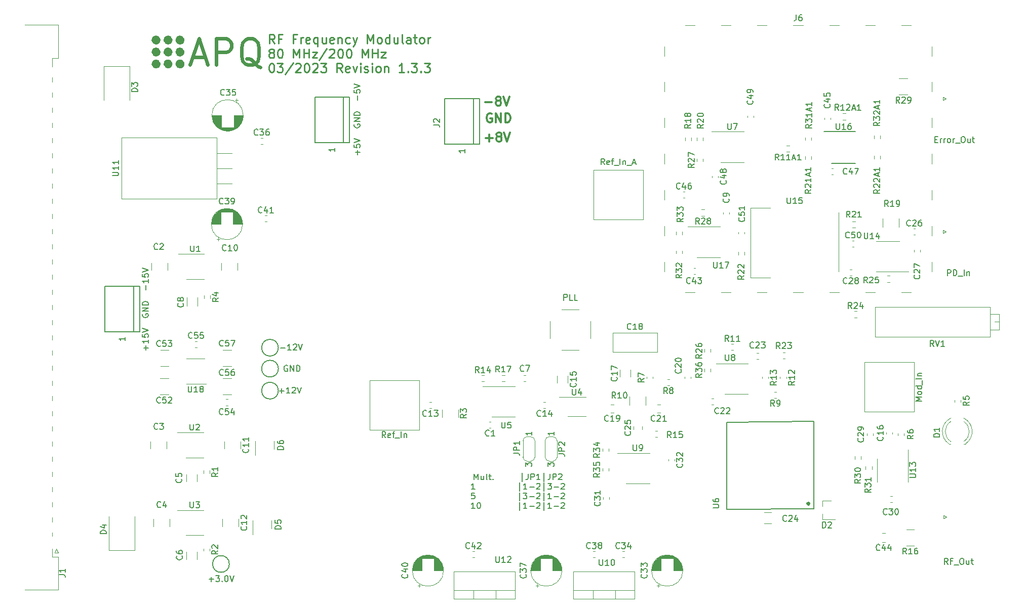
<source format=gbr>
G04 #@! TF.GenerationSoftware,KiCad,Pcbnew,(6.0.7)*
G04 #@! TF.CreationDate,2023-03-13T11:59:52+01:00*
G04 #@! TF.ProjectId,MTS_module,4d54535f-6d6f-4647-956c-652e6b696361,1.3.3*
G04 #@! TF.SameCoordinates,Original*
G04 #@! TF.FileFunction,Legend,Top*
G04 #@! TF.FilePolarity,Positive*
%FSLAX46Y46*%
G04 Gerber Fmt 4.6, Leading zero omitted, Abs format (unit mm)*
G04 Created by KiCad (PCBNEW (6.0.7)) date 2023-03-13 11:59:52*
%MOMM*%
%LPD*%
G01*
G04 APERTURE LIST*
%ADD10C,0.250000*%
%ADD11C,0.200000*%
%ADD12C,0.300000*%
%ADD13C,0.150000*%
%ADD14C,0.400000*%
%ADD15C,0.600000*%
%ADD16C,0.120000*%
%ADD17C,1.000000*%
G04 APERTURE END LIST*
D10*
X121876785Y-50763571D02*
X121376785Y-50049285D01*
X121019642Y-50763571D02*
X121019642Y-49263571D01*
X121591071Y-49263571D01*
X121733928Y-49335000D01*
X121805357Y-49406428D01*
X121876785Y-49549285D01*
X121876785Y-49763571D01*
X121805357Y-49906428D01*
X121733928Y-49977857D01*
X121591071Y-50049285D01*
X121019642Y-50049285D01*
X123019642Y-49977857D02*
X122519642Y-49977857D01*
X122519642Y-50763571D02*
X122519642Y-49263571D01*
X123233928Y-49263571D01*
X125448214Y-49977857D02*
X124948214Y-49977857D01*
X124948214Y-50763571D02*
X124948214Y-49263571D01*
X125662500Y-49263571D01*
X126233928Y-50763571D02*
X126233928Y-49763571D01*
X126233928Y-50049285D02*
X126305357Y-49906428D01*
X126376785Y-49835000D01*
X126519642Y-49763571D01*
X126662500Y-49763571D01*
X127733928Y-50692142D02*
X127591071Y-50763571D01*
X127305357Y-50763571D01*
X127162500Y-50692142D01*
X127091071Y-50549285D01*
X127091071Y-49977857D01*
X127162500Y-49835000D01*
X127305357Y-49763571D01*
X127591071Y-49763571D01*
X127733928Y-49835000D01*
X127805357Y-49977857D01*
X127805357Y-50120714D01*
X127091071Y-50263571D01*
X129091071Y-49763571D02*
X129091071Y-51263571D01*
X129091071Y-50692142D02*
X128948214Y-50763571D01*
X128662500Y-50763571D01*
X128519642Y-50692142D01*
X128448214Y-50620714D01*
X128376785Y-50477857D01*
X128376785Y-50049285D01*
X128448214Y-49906428D01*
X128519642Y-49835000D01*
X128662500Y-49763571D01*
X128948214Y-49763571D01*
X129091071Y-49835000D01*
X130448214Y-49763571D02*
X130448214Y-50763571D01*
X129805357Y-49763571D02*
X129805357Y-50549285D01*
X129876785Y-50692142D01*
X130019642Y-50763571D01*
X130233928Y-50763571D01*
X130376785Y-50692142D01*
X130448214Y-50620714D01*
X131733928Y-50692142D02*
X131591071Y-50763571D01*
X131305357Y-50763571D01*
X131162500Y-50692142D01*
X131091071Y-50549285D01*
X131091071Y-49977857D01*
X131162500Y-49835000D01*
X131305357Y-49763571D01*
X131591071Y-49763571D01*
X131733928Y-49835000D01*
X131805357Y-49977857D01*
X131805357Y-50120714D01*
X131091071Y-50263571D01*
X132448214Y-49763571D02*
X132448214Y-50763571D01*
X132448214Y-49906428D02*
X132519642Y-49835000D01*
X132662500Y-49763571D01*
X132876785Y-49763571D01*
X133019642Y-49835000D01*
X133091071Y-49977857D01*
X133091071Y-50763571D01*
X134448214Y-50692142D02*
X134305357Y-50763571D01*
X134019642Y-50763571D01*
X133876785Y-50692142D01*
X133805357Y-50620714D01*
X133733928Y-50477857D01*
X133733928Y-50049285D01*
X133805357Y-49906428D01*
X133876785Y-49835000D01*
X134019642Y-49763571D01*
X134305357Y-49763571D01*
X134448214Y-49835000D01*
X134948214Y-49763571D02*
X135305357Y-50763571D01*
X135662500Y-49763571D02*
X135305357Y-50763571D01*
X135162500Y-51120714D01*
X135091071Y-51192142D01*
X134948214Y-51263571D01*
X137376785Y-50763571D02*
X137376785Y-49263571D01*
X137876785Y-50335000D01*
X138376785Y-49263571D01*
X138376785Y-50763571D01*
X139305357Y-50763571D02*
X139162500Y-50692142D01*
X139091071Y-50620714D01*
X139019642Y-50477857D01*
X139019642Y-50049285D01*
X139091071Y-49906428D01*
X139162500Y-49835000D01*
X139305357Y-49763571D01*
X139519642Y-49763571D01*
X139662500Y-49835000D01*
X139733928Y-49906428D01*
X139805357Y-50049285D01*
X139805357Y-50477857D01*
X139733928Y-50620714D01*
X139662500Y-50692142D01*
X139519642Y-50763571D01*
X139305357Y-50763571D01*
X141091071Y-50763571D02*
X141091071Y-49263571D01*
X141091071Y-50692142D02*
X140948214Y-50763571D01*
X140662500Y-50763571D01*
X140519642Y-50692142D01*
X140448214Y-50620714D01*
X140376785Y-50477857D01*
X140376785Y-50049285D01*
X140448214Y-49906428D01*
X140519642Y-49835000D01*
X140662500Y-49763571D01*
X140948214Y-49763571D01*
X141091071Y-49835000D01*
X142448214Y-49763571D02*
X142448214Y-50763571D01*
X141805357Y-49763571D02*
X141805357Y-50549285D01*
X141876785Y-50692142D01*
X142019642Y-50763571D01*
X142233928Y-50763571D01*
X142376785Y-50692142D01*
X142448214Y-50620714D01*
X143376785Y-50763571D02*
X143233928Y-50692142D01*
X143162500Y-50549285D01*
X143162500Y-49263571D01*
X144591071Y-50763571D02*
X144591071Y-49977857D01*
X144519642Y-49835000D01*
X144376785Y-49763571D01*
X144091071Y-49763571D01*
X143948214Y-49835000D01*
X144591071Y-50692142D02*
X144448214Y-50763571D01*
X144091071Y-50763571D01*
X143948214Y-50692142D01*
X143876785Y-50549285D01*
X143876785Y-50406428D01*
X143948214Y-50263571D01*
X144091071Y-50192142D01*
X144448214Y-50192142D01*
X144591071Y-50120714D01*
X145091071Y-49763571D02*
X145662500Y-49763571D01*
X145305357Y-49263571D02*
X145305357Y-50549285D01*
X145376785Y-50692142D01*
X145519642Y-50763571D01*
X145662500Y-50763571D01*
X146376785Y-50763571D02*
X146233928Y-50692142D01*
X146162500Y-50620714D01*
X146091071Y-50477857D01*
X146091071Y-50049285D01*
X146162500Y-49906428D01*
X146233928Y-49835000D01*
X146376785Y-49763571D01*
X146591071Y-49763571D01*
X146733928Y-49835000D01*
X146805357Y-49906428D01*
X146876785Y-50049285D01*
X146876785Y-50477857D01*
X146805357Y-50620714D01*
X146733928Y-50692142D01*
X146591071Y-50763571D01*
X146376785Y-50763571D01*
X147519642Y-50763571D02*
X147519642Y-49763571D01*
X147519642Y-50049285D02*
X147591071Y-49906428D01*
X147662500Y-49835000D01*
X147805357Y-49763571D01*
X147948214Y-49763571D01*
X121233928Y-52321428D02*
X121091071Y-52250000D01*
X121019642Y-52178571D01*
X120948214Y-52035714D01*
X120948214Y-51964285D01*
X121019642Y-51821428D01*
X121091071Y-51750000D01*
X121233928Y-51678571D01*
X121519642Y-51678571D01*
X121662500Y-51750000D01*
X121733928Y-51821428D01*
X121805357Y-51964285D01*
X121805357Y-52035714D01*
X121733928Y-52178571D01*
X121662500Y-52250000D01*
X121519642Y-52321428D01*
X121233928Y-52321428D01*
X121091071Y-52392857D01*
X121019642Y-52464285D01*
X120948214Y-52607142D01*
X120948214Y-52892857D01*
X121019642Y-53035714D01*
X121091071Y-53107142D01*
X121233928Y-53178571D01*
X121519642Y-53178571D01*
X121662500Y-53107142D01*
X121733928Y-53035714D01*
X121805357Y-52892857D01*
X121805357Y-52607142D01*
X121733928Y-52464285D01*
X121662500Y-52392857D01*
X121519642Y-52321428D01*
X122733928Y-51678571D02*
X122876785Y-51678571D01*
X123019642Y-51750000D01*
X123091071Y-51821428D01*
X123162500Y-51964285D01*
X123233928Y-52250000D01*
X123233928Y-52607142D01*
X123162500Y-52892857D01*
X123091071Y-53035714D01*
X123019642Y-53107142D01*
X122876785Y-53178571D01*
X122733928Y-53178571D01*
X122591071Y-53107142D01*
X122519642Y-53035714D01*
X122448214Y-52892857D01*
X122376785Y-52607142D01*
X122376785Y-52250000D01*
X122448214Y-51964285D01*
X122519642Y-51821428D01*
X122591071Y-51750000D01*
X122733928Y-51678571D01*
X125019642Y-53178571D02*
X125019642Y-51678571D01*
X125519642Y-52750000D01*
X126019642Y-51678571D01*
X126019642Y-53178571D01*
X126733928Y-53178571D02*
X126733928Y-51678571D01*
X126733928Y-52392857D02*
X127591071Y-52392857D01*
X127591071Y-53178571D02*
X127591071Y-51678571D01*
X128162500Y-52178571D02*
X128948214Y-52178571D01*
X128162500Y-53178571D01*
X128948214Y-53178571D01*
X130591071Y-51607142D02*
X129305357Y-53535714D01*
X131019642Y-51821428D02*
X131091071Y-51750000D01*
X131233928Y-51678571D01*
X131591071Y-51678571D01*
X131733928Y-51750000D01*
X131805357Y-51821428D01*
X131876785Y-51964285D01*
X131876785Y-52107142D01*
X131805357Y-52321428D01*
X130948214Y-53178571D01*
X131876785Y-53178571D01*
X132805357Y-51678571D02*
X132948214Y-51678571D01*
X133091071Y-51750000D01*
X133162500Y-51821428D01*
X133233928Y-51964285D01*
X133305357Y-52250000D01*
X133305357Y-52607142D01*
X133233928Y-52892857D01*
X133162500Y-53035714D01*
X133091071Y-53107142D01*
X132948214Y-53178571D01*
X132805357Y-53178571D01*
X132662500Y-53107142D01*
X132591071Y-53035714D01*
X132519642Y-52892857D01*
X132448214Y-52607142D01*
X132448214Y-52250000D01*
X132519642Y-51964285D01*
X132591071Y-51821428D01*
X132662500Y-51750000D01*
X132805357Y-51678571D01*
X134233928Y-51678571D02*
X134376785Y-51678571D01*
X134519642Y-51750000D01*
X134591071Y-51821428D01*
X134662500Y-51964285D01*
X134733928Y-52250000D01*
X134733928Y-52607142D01*
X134662500Y-52892857D01*
X134591071Y-53035714D01*
X134519642Y-53107142D01*
X134376785Y-53178571D01*
X134233928Y-53178571D01*
X134091071Y-53107142D01*
X134019642Y-53035714D01*
X133948214Y-52892857D01*
X133876785Y-52607142D01*
X133876785Y-52250000D01*
X133948214Y-51964285D01*
X134019642Y-51821428D01*
X134091071Y-51750000D01*
X134233928Y-51678571D01*
X136519642Y-53178571D02*
X136519642Y-51678571D01*
X137019642Y-52750000D01*
X137519642Y-51678571D01*
X137519642Y-53178571D01*
X138233928Y-53178571D02*
X138233928Y-51678571D01*
X138233928Y-52392857D02*
X139091071Y-52392857D01*
X139091071Y-53178571D02*
X139091071Y-51678571D01*
X139662500Y-52178571D02*
X140448214Y-52178571D01*
X139662500Y-53178571D01*
X140448214Y-53178571D01*
X121305357Y-54093571D02*
X121448214Y-54093571D01*
X121591071Y-54165000D01*
X121662500Y-54236428D01*
X121733928Y-54379285D01*
X121805357Y-54665000D01*
X121805357Y-55022142D01*
X121733928Y-55307857D01*
X121662500Y-55450714D01*
X121591071Y-55522142D01*
X121448214Y-55593571D01*
X121305357Y-55593571D01*
X121162500Y-55522142D01*
X121091071Y-55450714D01*
X121019642Y-55307857D01*
X120948214Y-55022142D01*
X120948214Y-54665000D01*
X121019642Y-54379285D01*
X121091071Y-54236428D01*
X121162500Y-54165000D01*
X121305357Y-54093571D01*
X122305357Y-54093571D02*
X123233928Y-54093571D01*
X122733928Y-54665000D01*
X122948214Y-54665000D01*
X123091071Y-54736428D01*
X123162500Y-54807857D01*
X123233928Y-54950714D01*
X123233928Y-55307857D01*
X123162500Y-55450714D01*
X123091071Y-55522142D01*
X122948214Y-55593571D01*
X122519642Y-55593571D01*
X122376785Y-55522142D01*
X122305357Y-55450714D01*
X124948214Y-54022142D02*
X123662500Y-55950714D01*
X125376785Y-54236428D02*
X125448214Y-54165000D01*
X125591071Y-54093571D01*
X125948214Y-54093571D01*
X126091071Y-54165000D01*
X126162500Y-54236428D01*
X126233928Y-54379285D01*
X126233928Y-54522142D01*
X126162500Y-54736428D01*
X125305357Y-55593571D01*
X126233928Y-55593571D01*
X127162500Y-54093571D02*
X127305357Y-54093571D01*
X127448214Y-54165000D01*
X127519642Y-54236428D01*
X127591071Y-54379285D01*
X127662500Y-54665000D01*
X127662500Y-55022142D01*
X127591071Y-55307857D01*
X127519642Y-55450714D01*
X127448214Y-55522142D01*
X127305357Y-55593571D01*
X127162500Y-55593571D01*
X127019642Y-55522142D01*
X126948214Y-55450714D01*
X126876785Y-55307857D01*
X126805357Y-55022142D01*
X126805357Y-54665000D01*
X126876785Y-54379285D01*
X126948214Y-54236428D01*
X127019642Y-54165000D01*
X127162500Y-54093571D01*
X128233928Y-54236428D02*
X128305357Y-54165000D01*
X128448214Y-54093571D01*
X128805357Y-54093571D01*
X128948214Y-54165000D01*
X129019642Y-54236428D01*
X129091071Y-54379285D01*
X129091071Y-54522142D01*
X129019642Y-54736428D01*
X128162500Y-55593571D01*
X129091071Y-55593571D01*
X129591071Y-54093571D02*
X130519642Y-54093571D01*
X130019642Y-54665000D01*
X130233928Y-54665000D01*
X130376785Y-54736428D01*
X130448214Y-54807857D01*
X130519642Y-54950714D01*
X130519642Y-55307857D01*
X130448214Y-55450714D01*
X130376785Y-55522142D01*
X130233928Y-55593571D01*
X129805357Y-55593571D01*
X129662500Y-55522142D01*
X129591071Y-55450714D01*
X133162500Y-55593571D02*
X132662500Y-54879285D01*
X132305357Y-55593571D02*
X132305357Y-54093571D01*
X132876785Y-54093571D01*
X133019642Y-54165000D01*
X133091071Y-54236428D01*
X133162500Y-54379285D01*
X133162500Y-54593571D01*
X133091071Y-54736428D01*
X133019642Y-54807857D01*
X132876785Y-54879285D01*
X132305357Y-54879285D01*
X134376785Y-55522142D02*
X134233928Y-55593571D01*
X133948214Y-55593571D01*
X133805357Y-55522142D01*
X133733928Y-55379285D01*
X133733928Y-54807857D01*
X133805357Y-54665000D01*
X133948214Y-54593571D01*
X134233928Y-54593571D01*
X134376785Y-54665000D01*
X134448214Y-54807857D01*
X134448214Y-54950714D01*
X133733928Y-55093571D01*
X134948214Y-54593571D02*
X135305357Y-55593571D01*
X135662500Y-54593571D01*
X136233928Y-55593571D02*
X136233928Y-54593571D01*
X136233928Y-54093571D02*
X136162500Y-54165000D01*
X136233928Y-54236428D01*
X136305357Y-54165000D01*
X136233928Y-54093571D01*
X136233928Y-54236428D01*
X136876785Y-55522142D02*
X137019642Y-55593571D01*
X137305357Y-55593571D01*
X137448214Y-55522142D01*
X137519642Y-55379285D01*
X137519642Y-55307857D01*
X137448214Y-55165000D01*
X137305357Y-55093571D01*
X137091071Y-55093571D01*
X136948214Y-55022142D01*
X136876785Y-54879285D01*
X136876785Y-54807857D01*
X136948214Y-54665000D01*
X137091071Y-54593571D01*
X137305357Y-54593571D01*
X137448214Y-54665000D01*
X138162500Y-55593571D02*
X138162500Y-54593571D01*
X138162500Y-54093571D02*
X138091071Y-54165000D01*
X138162500Y-54236428D01*
X138233928Y-54165000D01*
X138162500Y-54093571D01*
X138162500Y-54236428D01*
X139091071Y-55593571D02*
X138948214Y-55522142D01*
X138876785Y-55450714D01*
X138805357Y-55307857D01*
X138805357Y-54879285D01*
X138876785Y-54736428D01*
X138948214Y-54665000D01*
X139091071Y-54593571D01*
X139305357Y-54593571D01*
X139448214Y-54665000D01*
X139519642Y-54736428D01*
X139591071Y-54879285D01*
X139591071Y-55307857D01*
X139519642Y-55450714D01*
X139448214Y-55522142D01*
X139305357Y-55593571D01*
X139091071Y-55593571D01*
X140233928Y-54593571D02*
X140233928Y-55593571D01*
X140233928Y-54736428D02*
X140305357Y-54665000D01*
X140448214Y-54593571D01*
X140662500Y-54593571D01*
X140805357Y-54665000D01*
X140876785Y-54807857D01*
X140876785Y-55593571D01*
X143519642Y-55593571D02*
X142662500Y-55593571D01*
X143091071Y-55593571D02*
X143091071Y-54093571D01*
X142948214Y-54307857D01*
X142805357Y-54450714D01*
X142662500Y-54522142D01*
X144162500Y-55450714D02*
X144233928Y-55522142D01*
X144162500Y-55593571D01*
X144091071Y-55522142D01*
X144162500Y-55450714D01*
X144162500Y-55593571D01*
X144733928Y-54093571D02*
X145662500Y-54093571D01*
X145162500Y-54665000D01*
X145376785Y-54665000D01*
X145519642Y-54736428D01*
X145591071Y-54807857D01*
X145662500Y-54950714D01*
X145662500Y-55307857D01*
X145591071Y-55450714D01*
X145519642Y-55522142D01*
X145376785Y-55593571D01*
X144948214Y-55593571D01*
X144805357Y-55522142D01*
X144733928Y-55450714D01*
X146305357Y-55450714D02*
X146376785Y-55522142D01*
X146305357Y-55593571D01*
X146233928Y-55522142D01*
X146305357Y-55450714D01*
X146305357Y-55593571D01*
X146876785Y-54093571D02*
X147805357Y-54093571D01*
X147305357Y-54665000D01*
X147519642Y-54665000D01*
X147662500Y-54736428D01*
X147733928Y-54807857D01*
X147805357Y-54950714D01*
X147805357Y-55307857D01*
X147733928Y-55450714D01*
X147662500Y-55522142D01*
X147519642Y-55593571D01*
X147091071Y-55593571D01*
X146948214Y-55522142D01*
X146876785Y-55450714D01*
D11*
X155245609Y-123792780D02*
X155245609Y-122792780D01*
X155578942Y-123507066D01*
X155912276Y-122792780D01*
X155912276Y-123792780D01*
X156817038Y-123126114D02*
X156817038Y-123792780D01*
X156388466Y-123126114D02*
X156388466Y-123649923D01*
X156436085Y-123745161D01*
X156531323Y-123792780D01*
X156674180Y-123792780D01*
X156769419Y-123745161D01*
X156817038Y-123697542D01*
X157436085Y-123792780D02*
X157340847Y-123745161D01*
X157293228Y-123649923D01*
X157293228Y-122792780D01*
X157674180Y-123126114D02*
X158055133Y-123126114D01*
X157817038Y-122792780D02*
X157817038Y-123649923D01*
X157864657Y-123745161D01*
X157959895Y-123792780D01*
X158055133Y-123792780D01*
X158388466Y-123697542D02*
X158436085Y-123745161D01*
X158388466Y-123792780D01*
X158340847Y-123745161D01*
X158388466Y-123697542D01*
X158388466Y-123792780D01*
X163245609Y-124126114D02*
X163245609Y-122697542D01*
X164245609Y-122792780D02*
X164245609Y-123507066D01*
X164197990Y-123649923D01*
X164102752Y-123745161D01*
X163959895Y-123792780D01*
X163864657Y-123792780D01*
X164721800Y-123792780D02*
X164721800Y-122792780D01*
X165102752Y-122792780D01*
X165197990Y-122840400D01*
X165245609Y-122888019D01*
X165293228Y-122983257D01*
X165293228Y-123126114D01*
X165245609Y-123221352D01*
X165197990Y-123268971D01*
X165102752Y-123316590D01*
X164721800Y-123316590D01*
X166245609Y-123792780D02*
X165674180Y-123792780D01*
X165959895Y-123792780D02*
X165959895Y-122792780D01*
X165864657Y-122935638D01*
X165769419Y-123030876D01*
X165674180Y-123078495D01*
X166912276Y-124126114D02*
X166912276Y-122697542D01*
X167912276Y-122792780D02*
X167912276Y-123507066D01*
X167864657Y-123649923D01*
X167769419Y-123745161D01*
X167626561Y-123792780D01*
X167531323Y-123792780D01*
X168388466Y-123792780D02*
X168388466Y-122792780D01*
X168769419Y-122792780D01*
X168864657Y-122840400D01*
X168912276Y-122888019D01*
X168959895Y-122983257D01*
X168959895Y-123126114D01*
X168912276Y-123221352D01*
X168864657Y-123268971D01*
X168769419Y-123316590D01*
X168388466Y-123316590D01*
X169340847Y-122888019D02*
X169388466Y-122840400D01*
X169483704Y-122792780D01*
X169721800Y-122792780D01*
X169817038Y-122840400D01*
X169864657Y-122888019D01*
X169912276Y-122983257D01*
X169912276Y-123078495D01*
X169864657Y-123221352D01*
X169293228Y-123792780D01*
X169912276Y-123792780D01*
X155340847Y-125402780D02*
X154769419Y-125402780D01*
X155055133Y-125402780D02*
X155055133Y-124402780D01*
X154959895Y-124545638D01*
X154864657Y-124640876D01*
X154769419Y-124688495D01*
X162817038Y-125736114D02*
X162817038Y-124307542D01*
X164055133Y-125402780D02*
X163483704Y-125402780D01*
X163769419Y-125402780D02*
X163769419Y-124402780D01*
X163674180Y-124545638D01*
X163578942Y-124640876D01*
X163483704Y-124688495D01*
X164483704Y-125021828D02*
X165245609Y-125021828D01*
X165674180Y-124498019D02*
X165721800Y-124450400D01*
X165817038Y-124402780D01*
X166055133Y-124402780D01*
X166150371Y-124450400D01*
X166197990Y-124498019D01*
X166245609Y-124593257D01*
X166245609Y-124688495D01*
X166197990Y-124831352D01*
X165626561Y-125402780D01*
X166245609Y-125402780D01*
X166912276Y-125736114D02*
X166912276Y-124307542D01*
X167531323Y-124402780D02*
X168150371Y-124402780D01*
X167817038Y-124783733D01*
X167959895Y-124783733D01*
X168055133Y-124831352D01*
X168102752Y-124878971D01*
X168150371Y-124974209D01*
X168150371Y-125212304D01*
X168102752Y-125307542D01*
X168055133Y-125355161D01*
X167959895Y-125402780D01*
X167674180Y-125402780D01*
X167578942Y-125355161D01*
X167531323Y-125307542D01*
X168578942Y-125021828D02*
X169340847Y-125021828D01*
X169769419Y-124498019D02*
X169817038Y-124450400D01*
X169912276Y-124402780D01*
X170150371Y-124402780D01*
X170245609Y-124450400D01*
X170293228Y-124498019D01*
X170340847Y-124593257D01*
X170340847Y-124688495D01*
X170293228Y-124831352D01*
X169721800Y-125402780D01*
X170340847Y-125402780D01*
X155293228Y-126012780D02*
X154817038Y-126012780D01*
X154769419Y-126488971D01*
X154817038Y-126441352D01*
X154912276Y-126393733D01*
X155150371Y-126393733D01*
X155245609Y-126441352D01*
X155293228Y-126488971D01*
X155340847Y-126584209D01*
X155340847Y-126822304D01*
X155293228Y-126917542D01*
X155245609Y-126965161D01*
X155150371Y-127012780D01*
X154912276Y-127012780D01*
X154817038Y-126965161D01*
X154769419Y-126917542D01*
X162817038Y-127346114D02*
X162817038Y-125917542D01*
X163436085Y-126012780D02*
X164055133Y-126012780D01*
X163721800Y-126393733D01*
X163864657Y-126393733D01*
X163959895Y-126441352D01*
X164007514Y-126488971D01*
X164055133Y-126584209D01*
X164055133Y-126822304D01*
X164007514Y-126917542D01*
X163959895Y-126965161D01*
X163864657Y-127012780D01*
X163578942Y-127012780D01*
X163483704Y-126965161D01*
X163436085Y-126917542D01*
X164483704Y-126631828D02*
X165245609Y-126631828D01*
X165674180Y-126108019D02*
X165721800Y-126060400D01*
X165817038Y-126012780D01*
X166055133Y-126012780D01*
X166150371Y-126060400D01*
X166197990Y-126108019D01*
X166245609Y-126203257D01*
X166245609Y-126298495D01*
X166197990Y-126441352D01*
X165626561Y-127012780D01*
X166245609Y-127012780D01*
X166912276Y-127346114D02*
X166912276Y-125917542D01*
X168150371Y-127012780D02*
X167578942Y-127012780D01*
X167864657Y-127012780D02*
X167864657Y-126012780D01*
X167769419Y-126155638D01*
X167674180Y-126250876D01*
X167578942Y-126298495D01*
X168578942Y-126631828D02*
X169340847Y-126631828D01*
X169769419Y-126108019D02*
X169817038Y-126060400D01*
X169912276Y-126012780D01*
X170150371Y-126012780D01*
X170245609Y-126060400D01*
X170293228Y-126108019D01*
X170340847Y-126203257D01*
X170340847Y-126298495D01*
X170293228Y-126441352D01*
X169721800Y-127012780D01*
X170340847Y-127012780D01*
X155340847Y-128622780D02*
X154769419Y-128622780D01*
X155055133Y-128622780D02*
X155055133Y-127622780D01*
X154959895Y-127765638D01*
X154864657Y-127860876D01*
X154769419Y-127908495D01*
X155959895Y-127622780D02*
X156055133Y-127622780D01*
X156150371Y-127670400D01*
X156197990Y-127718019D01*
X156245609Y-127813257D01*
X156293228Y-128003733D01*
X156293228Y-128241828D01*
X156245609Y-128432304D01*
X156197990Y-128527542D01*
X156150371Y-128575161D01*
X156055133Y-128622780D01*
X155959895Y-128622780D01*
X155864657Y-128575161D01*
X155817038Y-128527542D01*
X155769419Y-128432304D01*
X155721800Y-128241828D01*
X155721800Y-128003733D01*
X155769419Y-127813257D01*
X155817038Y-127718019D01*
X155864657Y-127670400D01*
X155959895Y-127622780D01*
X162817038Y-128956114D02*
X162817038Y-127527542D01*
X164055133Y-128622780D02*
X163483704Y-128622780D01*
X163769419Y-128622780D02*
X163769419Y-127622780D01*
X163674180Y-127765638D01*
X163578942Y-127860876D01*
X163483704Y-127908495D01*
X164483704Y-128241828D02*
X165245609Y-128241828D01*
X165674180Y-127718019D02*
X165721800Y-127670400D01*
X165817038Y-127622780D01*
X166055133Y-127622780D01*
X166150371Y-127670400D01*
X166197990Y-127718019D01*
X166245609Y-127813257D01*
X166245609Y-127908495D01*
X166197990Y-128051352D01*
X165626561Y-128622780D01*
X166245609Y-128622780D01*
X166912276Y-128956114D02*
X166912276Y-127527542D01*
X168150371Y-128622780D02*
X167578942Y-128622780D01*
X167864657Y-128622780D02*
X167864657Y-127622780D01*
X167769419Y-127765638D01*
X167674180Y-127860876D01*
X167578942Y-127908495D01*
X168578942Y-128241828D02*
X169340847Y-128241828D01*
X169769419Y-127718019D02*
X169817038Y-127670400D01*
X169912276Y-127622780D01*
X170150371Y-127622780D01*
X170245609Y-127670400D01*
X170293228Y-127718019D01*
X170340847Y-127813257D01*
X170340847Y-127908495D01*
X170293228Y-128051352D01*
X169721800Y-128622780D01*
X170340847Y-128622780D01*
D12*
X157171428Y-66607142D02*
X158314285Y-66607142D01*
X157742857Y-67178571D02*
X157742857Y-66035714D01*
X159242857Y-66321428D02*
X159100000Y-66250000D01*
X159028571Y-66178571D01*
X158957142Y-66035714D01*
X158957142Y-65964285D01*
X159028571Y-65821428D01*
X159100000Y-65750000D01*
X159242857Y-65678571D01*
X159528571Y-65678571D01*
X159671428Y-65750000D01*
X159742857Y-65821428D01*
X159814285Y-65964285D01*
X159814285Y-66035714D01*
X159742857Y-66178571D01*
X159671428Y-66250000D01*
X159528571Y-66321428D01*
X159242857Y-66321428D01*
X159100000Y-66392857D01*
X159028571Y-66464285D01*
X158957142Y-66607142D01*
X158957142Y-66892857D01*
X159028571Y-67035714D01*
X159100000Y-67107142D01*
X159242857Y-67178571D01*
X159528571Y-67178571D01*
X159671428Y-67107142D01*
X159742857Y-67035714D01*
X159814285Y-66892857D01*
X159814285Y-66607142D01*
X159742857Y-66464285D01*
X159671428Y-66392857D01*
X159528571Y-66321428D01*
X160242857Y-65678571D02*
X160742857Y-67178571D01*
X161242857Y-65678571D01*
X157071428Y-60607142D02*
X158214285Y-60607142D01*
X159142857Y-60321428D02*
X159000000Y-60250000D01*
X158928571Y-60178571D01*
X158857142Y-60035714D01*
X158857142Y-59964285D01*
X158928571Y-59821428D01*
X159000000Y-59750000D01*
X159142857Y-59678571D01*
X159428571Y-59678571D01*
X159571428Y-59750000D01*
X159642857Y-59821428D01*
X159714285Y-59964285D01*
X159714285Y-60035714D01*
X159642857Y-60178571D01*
X159571428Y-60250000D01*
X159428571Y-60321428D01*
X159142857Y-60321428D01*
X159000000Y-60392857D01*
X158928571Y-60464285D01*
X158857142Y-60607142D01*
X158857142Y-60892857D01*
X158928571Y-61035714D01*
X159000000Y-61107142D01*
X159142857Y-61178571D01*
X159428571Y-61178571D01*
X159571428Y-61107142D01*
X159642857Y-61035714D01*
X159714285Y-60892857D01*
X159714285Y-60607142D01*
X159642857Y-60464285D01*
X159571428Y-60392857D01*
X159428571Y-60321428D01*
X160142857Y-59678571D02*
X160642857Y-61178571D01*
X161142857Y-59678571D01*
X158157142Y-62550000D02*
X158014285Y-62478571D01*
X157800000Y-62478571D01*
X157585714Y-62550000D01*
X157442857Y-62692857D01*
X157371428Y-62835714D01*
X157300000Y-63121428D01*
X157300000Y-63335714D01*
X157371428Y-63621428D01*
X157442857Y-63764285D01*
X157585714Y-63907142D01*
X157800000Y-63978571D01*
X157942857Y-63978571D01*
X158157142Y-63907142D01*
X158228571Y-63835714D01*
X158228571Y-63335714D01*
X157942857Y-63335714D01*
X158871428Y-63978571D02*
X158871428Y-62478571D01*
X159728571Y-63978571D01*
X159728571Y-62478571D01*
X160442857Y-63978571D02*
X160442857Y-62478571D01*
X160800000Y-62478571D01*
X161014285Y-62550000D01*
X161157142Y-62692857D01*
X161228571Y-62835714D01*
X161300000Y-63121428D01*
X161300000Y-63335714D01*
X161228571Y-63621428D01*
X161157142Y-63764285D01*
X161014285Y-63907142D01*
X160800000Y-63978571D01*
X160442857Y-63978571D01*
D13*
X223527142Y-116642857D02*
X223574761Y-116690476D01*
X223622380Y-116833333D01*
X223622380Y-116928571D01*
X223574761Y-117071428D01*
X223479523Y-117166666D01*
X223384285Y-117214285D01*
X223193809Y-117261904D01*
X223050952Y-117261904D01*
X222860476Y-117214285D01*
X222765238Y-117166666D01*
X222670000Y-117071428D01*
X222622380Y-116928571D01*
X222622380Y-116833333D01*
X222670000Y-116690476D01*
X222717619Y-116642857D01*
X223622380Y-115690476D02*
X223622380Y-116261904D01*
X223622380Y-115976190D02*
X222622380Y-115976190D01*
X222765238Y-116071428D01*
X222860476Y-116166666D01*
X222908095Y-116261904D01*
X222622380Y-114833333D02*
X222622380Y-115023809D01*
X222670000Y-115119047D01*
X222717619Y-115166666D01*
X222860476Y-115261904D01*
X223050952Y-115309523D01*
X223431904Y-115309523D01*
X223527142Y-115261904D01*
X223574761Y-115214285D01*
X223622380Y-115119047D01*
X223622380Y-114928571D01*
X223574761Y-114833333D01*
X223527142Y-114785714D01*
X223431904Y-114738095D01*
X223193809Y-114738095D01*
X223098571Y-114785714D01*
X223050952Y-114833333D01*
X223003333Y-114928571D01*
X223003333Y-115119047D01*
X223050952Y-115214285D01*
X223098571Y-115261904D01*
X223193809Y-115309523D01*
X85852380Y-139713333D02*
X86566666Y-139713333D01*
X86709523Y-139760952D01*
X86804761Y-139856190D01*
X86852380Y-139999047D01*
X86852380Y-140094285D01*
X86852380Y-138713333D02*
X86852380Y-139284761D01*
X86852380Y-138999047D02*
X85852380Y-138999047D01*
X85995238Y-139094285D01*
X86090476Y-139189523D01*
X86138095Y-139284761D01*
X102333333Y-115257142D02*
X102285714Y-115304761D01*
X102142857Y-115352380D01*
X102047619Y-115352380D01*
X101904761Y-115304761D01*
X101809523Y-115209523D01*
X101761904Y-115114285D01*
X101714285Y-114923809D01*
X101714285Y-114780952D01*
X101761904Y-114590476D01*
X101809523Y-114495238D01*
X101904761Y-114400000D01*
X102047619Y-114352380D01*
X102142857Y-114352380D01*
X102285714Y-114400000D01*
X102333333Y-114447619D01*
X102666666Y-114352380D02*
X103285714Y-114352380D01*
X102952380Y-114733333D01*
X103095238Y-114733333D01*
X103190476Y-114780952D01*
X103238095Y-114828571D01*
X103285714Y-114923809D01*
X103285714Y-115161904D01*
X103238095Y-115257142D01*
X103190476Y-115304761D01*
X103095238Y-115352380D01*
X102809523Y-115352380D01*
X102714285Y-115304761D01*
X102666666Y-115257142D01*
X102833333Y-128357142D02*
X102785714Y-128404761D01*
X102642857Y-128452380D01*
X102547619Y-128452380D01*
X102404761Y-128404761D01*
X102309523Y-128309523D01*
X102261904Y-128214285D01*
X102214285Y-128023809D01*
X102214285Y-127880952D01*
X102261904Y-127690476D01*
X102309523Y-127595238D01*
X102404761Y-127500000D01*
X102547619Y-127452380D01*
X102642857Y-127452380D01*
X102785714Y-127500000D01*
X102833333Y-127547619D01*
X103690476Y-127785714D02*
X103690476Y-128452380D01*
X103452380Y-127404761D02*
X103214285Y-128119047D01*
X103833333Y-128119047D01*
X106257142Y-123666666D02*
X106304761Y-123714285D01*
X106352380Y-123857142D01*
X106352380Y-123952380D01*
X106304761Y-124095238D01*
X106209523Y-124190476D01*
X106114285Y-124238095D01*
X105923809Y-124285714D01*
X105780952Y-124285714D01*
X105590476Y-124238095D01*
X105495238Y-124190476D01*
X105400000Y-124095238D01*
X105352380Y-123952380D01*
X105352380Y-123857142D01*
X105400000Y-123714285D01*
X105447619Y-123666666D01*
X105352380Y-122761904D02*
X105352380Y-123238095D01*
X105828571Y-123285714D01*
X105780952Y-123238095D01*
X105733333Y-123142857D01*
X105733333Y-122904761D01*
X105780952Y-122809523D01*
X105828571Y-122761904D01*
X105923809Y-122714285D01*
X106161904Y-122714285D01*
X106257142Y-122761904D01*
X106304761Y-122809523D01*
X106352380Y-122904761D01*
X106352380Y-123142857D01*
X106304761Y-123238095D01*
X106257142Y-123285714D01*
X106357142Y-136566666D02*
X106404761Y-136614285D01*
X106452380Y-136757142D01*
X106452380Y-136852380D01*
X106404761Y-136995238D01*
X106309523Y-137090476D01*
X106214285Y-137138095D01*
X106023809Y-137185714D01*
X105880952Y-137185714D01*
X105690476Y-137138095D01*
X105595238Y-137090476D01*
X105500000Y-136995238D01*
X105452380Y-136852380D01*
X105452380Y-136757142D01*
X105500000Y-136614285D01*
X105547619Y-136566666D01*
X105452380Y-135709523D02*
X105452380Y-135900000D01*
X105500000Y-135995238D01*
X105547619Y-136042857D01*
X105690476Y-136138095D01*
X105880952Y-136185714D01*
X106261904Y-136185714D01*
X106357142Y-136138095D01*
X106404761Y-136090476D01*
X106452380Y-135995238D01*
X106452380Y-135804761D01*
X106404761Y-135709523D01*
X106357142Y-135661904D01*
X106261904Y-135614285D01*
X106023809Y-135614285D01*
X105928571Y-135661904D01*
X105880952Y-135709523D01*
X105833333Y-135804761D01*
X105833333Y-135995238D01*
X105880952Y-136090476D01*
X105928571Y-136138095D01*
X106023809Y-136185714D01*
X163533333Y-105557142D02*
X163485714Y-105604761D01*
X163342857Y-105652380D01*
X163247619Y-105652380D01*
X163104761Y-105604761D01*
X163009523Y-105509523D01*
X162961904Y-105414285D01*
X162914285Y-105223809D01*
X162914285Y-105080952D01*
X162961904Y-104890476D01*
X163009523Y-104795238D01*
X163104761Y-104700000D01*
X163247619Y-104652380D01*
X163342857Y-104652380D01*
X163485714Y-104700000D01*
X163533333Y-104747619D01*
X163866666Y-104652380D02*
X164533333Y-104652380D01*
X164104761Y-105652380D01*
X113757142Y-85357142D02*
X113709523Y-85404761D01*
X113566666Y-85452380D01*
X113471428Y-85452380D01*
X113328571Y-85404761D01*
X113233333Y-85309523D01*
X113185714Y-85214285D01*
X113138095Y-85023809D01*
X113138095Y-84880952D01*
X113185714Y-84690476D01*
X113233333Y-84595238D01*
X113328571Y-84500000D01*
X113471428Y-84452380D01*
X113566666Y-84452380D01*
X113709523Y-84500000D01*
X113757142Y-84547619D01*
X114709523Y-85452380D02*
X114138095Y-85452380D01*
X114423809Y-85452380D02*
X114423809Y-84452380D01*
X114328571Y-84595238D01*
X114233333Y-84690476D01*
X114138095Y-84738095D01*
X115328571Y-84452380D02*
X115423809Y-84452380D01*
X115519047Y-84500000D01*
X115566666Y-84547619D01*
X115614285Y-84642857D01*
X115661904Y-84833333D01*
X115661904Y-85071428D01*
X115614285Y-85261904D01*
X115566666Y-85357142D01*
X115519047Y-85404761D01*
X115423809Y-85452380D01*
X115328571Y-85452380D01*
X115233333Y-85404761D01*
X115185714Y-85357142D01*
X115138095Y-85261904D01*
X115090476Y-85071428D01*
X115090476Y-84833333D01*
X115138095Y-84642857D01*
X115185714Y-84547619D01*
X115233333Y-84500000D01*
X115328571Y-84452380D01*
X117437142Y-118642857D02*
X117484761Y-118690476D01*
X117532380Y-118833333D01*
X117532380Y-118928571D01*
X117484761Y-119071428D01*
X117389523Y-119166666D01*
X117294285Y-119214285D01*
X117103809Y-119261904D01*
X116960952Y-119261904D01*
X116770476Y-119214285D01*
X116675238Y-119166666D01*
X116580000Y-119071428D01*
X116532380Y-118928571D01*
X116532380Y-118833333D01*
X116580000Y-118690476D01*
X116627619Y-118642857D01*
X117532380Y-117690476D02*
X117532380Y-118261904D01*
X117532380Y-117976190D02*
X116532380Y-117976190D01*
X116675238Y-118071428D01*
X116770476Y-118166666D01*
X116818095Y-118261904D01*
X117532380Y-116738095D02*
X117532380Y-117309523D01*
X117532380Y-117023809D02*
X116532380Y-117023809D01*
X116675238Y-117119047D01*
X116770476Y-117214285D01*
X116818095Y-117309523D01*
X117137142Y-131642857D02*
X117184761Y-131690476D01*
X117232380Y-131833333D01*
X117232380Y-131928571D01*
X117184761Y-132071428D01*
X117089523Y-132166666D01*
X116994285Y-132214285D01*
X116803809Y-132261904D01*
X116660952Y-132261904D01*
X116470476Y-132214285D01*
X116375238Y-132166666D01*
X116280000Y-132071428D01*
X116232380Y-131928571D01*
X116232380Y-131833333D01*
X116280000Y-131690476D01*
X116327619Y-131642857D01*
X117232380Y-130690476D02*
X117232380Y-131261904D01*
X117232380Y-130976190D02*
X116232380Y-130976190D01*
X116375238Y-131071428D01*
X116470476Y-131166666D01*
X116518095Y-131261904D01*
X116327619Y-130309523D02*
X116280000Y-130261904D01*
X116232380Y-130166666D01*
X116232380Y-129928571D01*
X116280000Y-129833333D01*
X116327619Y-129785714D01*
X116422857Y-129738095D01*
X116518095Y-129738095D01*
X116660952Y-129785714D01*
X117232380Y-130357142D01*
X117232380Y-129738095D01*
X147257142Y-113087142D02*
X147209523Y-113134761D01*
X147066666Y-113182380D01*
X146971428Y-113182380D01*
X146828571Y-113134761D01*
X146733333Y-113039523D01*
X146685714Y-112944285D01*
X146638095Y-112753809D01*
X146638095Y-112610952D01*
X146685714Y-112420476D01*
X146733333Y-112325238D01*
X146828571Y-112230000D01*
X146971428Y-112182380D01*
X147066666Y-112182380D01*
X147209523Y-112230000D01*
X147257142Y-112277619D01*
X148209523Y-113182380D02*
X147638095Y-113182380D01*
X147923809Y-113182380D02*
X147923809Y-112182380D01*
X147828571Y-112325238D01*
X147733333Y-112420476D01*
X147638095Y-112468095D01*
X148542857Y-112182380D02*
X149161904Y-112182380D01*
X148828571Y-112563333D01*
X148971428Y-112563333D01*
X149066666Y-112610952D01*
X149114285Y-112658571D01*
X149161904Y-112753809D01*
X149161904Y-112991904D01*
X149114285Y-113087142D01*
X149066666Y-113134761D01*
X148971428Y-113182380D01*
X148685714Y-113182380D01*
X148590476Y-113134761D01*
X148542857Y-113087142D01*
X166357142Y-113087142D02*
X166309523Y-113134761D01*
X166166666Y-113182380D01*
X166071428Y-113182380D01*
X165928571Y-113134761D01*
X165833333Y-113039523D01*
X165785714Y-112944285D01*
X165738095Y-112753809D01*
X165738095Y-112610952D01*
X165785714Y-112420476D01*
X165833333Y-112325238D01*
X165928571Y-112230000D01*
X166071428Y-112182380D01*
X166166666Y-112182380D01*
X166309523Y-112230000D01*
X166357142Y-112277619D01*
X167309523Y-113182380D02*
X166738095Y-113182380D01*
X167023809Y-113182380D02*
X167023809Y-112182380D01*
X166928571Y-112325238D01*
X166833333Y-112420476D01*
X166738095Y-112468095D01*
X168166666Y-112515714D02*
X168166666Y-113182380D01*
X167928571Y-112134761D02*
X167690476Y-112849047D01*
X168309523Y-112849047D01*
X172177142Y-107642857D02*
X172224761Y-107690476D01*
X172272380Y-107833333D01*
X172272380Y-107928571D01*
X172224761Y-108071428D01*
X172129523Y-108166666D01*
X172034285Y-108214285D01*
X171843809Y-108261904D01*
X171700952Y-108261904D01*
X171510476Y-108214285D01*
X171415238Y-108166666D01*
X171320000Y-108071428D01*
X171272380Y-107928571D01*
X171272380Y-107833333D01*
X171320000Y-107690476D01*
X171367619Y-107642857D01*
X172272380Y-106690476D02*
X172272380Y-107261904D01*
X172272380Y-106976190D02*
X171272380Y-106976190D01*
X171415238Y-107071428D01*
X171510476Y-107166666D01*
X171558095Y-107261904D01*
X171272380Y-105785714D02*
X171272380Y-106261904D01*
X171748571Y-106309523D01*
X171700952Y-106261904D01*
X171653333Y-106166666D01*
X171653333Y-105928571D01*
X171700952Y-105833333D01*
X171748571Y-105785714D01*
X171843809Y-105738095D01*
X172081904Y-105738095D01*
X172177142Y-105785714D01*
X172224761Y-105833333D01*
X172272380Y-105928571D01*
X172272380Y-106166666D01*
X172224761Y-106261904D01*
X172177142Y-106309523D01*
X179037142Y-106642857D02*
X179084761Y-106690476D01*
X179132380Y-106833333D01*
X179132380Y-106928571D01*
X179084761Y-107071428D01*
X178989523Y-107166666D01*
X178894285Y-107214285D01*
X178703809Y-107261904D01*
X178560952Y-107261904D01*
X178370476Y-107214285D01*
X178275238Y-107166666D01*
X178180000Y-107071428D01*
X178132380Y-106928571D01*
X178132380Y-106833333D01*
X178180000Y-106690476D01*
X178227619Y-106642857D01*
X179132380Y-105690476D02*
X179132380Y-106261904D01*
X179132380Y-105976190D02*
X178132380Y-105976190D01*
X178275238Y-106071428D01*
X178370476Y-106166666D01*
X178418095Y-106261904D01*
X178132380Y-105357142D02*
X178132380Y-104690476D01*
X179132380Y-105119047D01*
X181457142Y-98557142D02*
X181409523Y-98604761D01*
X181266666Y-98652380D01*
X181171428Y-98652380D01*
X181028571Y-98604761D01*
X180933333Y-98509523D01*
X180885714Y-98414285D01*
X180838095Y-98223809D01*
X180838095Y-98080952D01*
X180885714Y-97890476D01*
X180933333Y-97795238D01*
X181028571Y-97700000D01*
X181171428Y-97652380D01*
X181266666Y-97652380D01*
X181409523Y-97700000D01*
X181457142Y-97747619D01*
X182409523Y-98652380D02*
X181838095Y-98652380D01*
X182123809Y-98652380D02*
X182123809Y-97652380D01*
X182028571Y-97795238D01*
X181933333Y-97890476D01*
X181838095Y-97938095D01*
X182980952Y-98080952D02*
X182885714Y-98033333D01*
X182838095Y-97985714D01*
X182790476Y-97890476D01*
X182790476Y-97842857D01*
X182838095Y-97747619D01*
X182885714Y-97700000D01*
X182980952Y-97652380D01*
X183171428Y-97652380D01*
X183266666Y-97700000D01*
X183314285Y-97747619D01*
X183361904Y-97842857D01*
X183361904Y-97890476D01*
X183314285Y-97985714D01*
X183266666Y-98033333D01*
X183171428Y-98080952D01*
X182980952Y-98080952D01*
X182885714Y-98128571D01*
X182838095Y-98176190D01*
X182790476Y-98271428D01*
X182790476Y-98461904D01*
X182838095Y-98557142D01*
X182885714Y-98604761D01*
X182980952Y-98652380D01*
X183171428Y-98652380D01*
X183266666Y-98604761D01*
X183314285Y-98557142D01*
X183361904Y-98461904D01*
X183361904Y-98271428D01*
X183314285Y-98176190D01*
X183266666Y-98128571D01*
X183171428Y-98080952D01*
X177657142Y-113907142D02*
X177609523Y-113954761D01*
X177466666Y-114002380D01*
X177371428Y-114002380D01*
X177228571Y-113954761D01*
X177133333Y-113859523D01*
X177085714Y-113764285D01*
X177038095Y-113573809D01*
X177038095Y-113430952D01*
X177085714Y-113240476D01*
X177133333Y-113145238D01*
X177228571Y-113050000D01*
X177371428Y-113002380D01*
X177466666Y-113002380D01*
X177609523Y-113050000D01*
X177657142Y-113097619D01*
X178609523Y-114002380D02*
X178038095Y-114002380D01*
X178323809Y-114002380D02*
X178323809Y-113002380D01*
X178228571Y-113145238D01*
X178133333Y-113240476D01*
X178038095Y-113288095D01*
X179085714Y-114002380D02*
X179276190Y-114002380D01*
X179371428Y-113954761D01*
X179419047Y-113907142D01*
X179514285Y-113764285D01*
X179561904Y-113573809D01*
X179561904Y-113192857D01*
X179514285Y-113097619D01*
X179466666Y-113050000D01*
X179371428Y-113002380D01*
X179180952Y-113002380D01*
X179085714Y-113050000D01*
X179038095Y-113097619D01*
X178990476Y-113192857D01*
X178990476Y-113430952D01*
X179038095Y-113526190D01*
X179085714Y-113573809D01*
X179180952Y-113621428D01*
X179371428Y-113621428D01*
X179466666Y-113573809D01*
X179514285Y-113526190D01*
X179561904Y-113430952D01*
X189757142Y-105342857D02*
X189804761Y-105390476D01*
X189852380Y-105533333D01*
X189852380Y-105628571D01*
X189804761Y-105771428D01*
X189709523Y-105866666D01*
X189614285Y-105914285D01*
X189423809Y-105961904D01*
X189280952Y-105961904D01*
X189090476Y-105914285D01*
X188995238Y-105866666D01*
X188900000Y-105771428D01*
X188852380Y-105628571D01*
X188852380Y-105533333D01*
X188900000Y-105390476D01*
X188947619Y-105342857D01*
X188947619Y-104961904D02*
X188900000Y-104914285D01*
X188852380Y-104819047D01*
X188852380Y-104580952D01*
X188900000Y-104485714D01*
X188947619Y-104438095D01*
X189042857Y-104390476D01*
X189138095Y-104390476D01*
X189280952Y-104438095D01*
X189852380Y-105009523D01*
X189852380Y-104390476D01*
X188852380Y-103771428D02*
X188852380Y-103676190D01*
X188900000Y-103580952D01*
X188947619Y-103533333D01*
X189042857Y-103485714D01*
X189233333Y-103438095D01*
X189471428Y-103438095D01*
X189661904Y-103485714D01*
X189757142Y-103533333D01*
X189804761Y-103580952D01*
X189852380Y-103676190D01*
X189852380Y-103771428D01*
X189804761Y-103866666D01*
X189757142Y-103914285D01*
X189661904Y-103961904D01*
X189471428Y-104009523D01*
X189233333Y-104009523D01*
X189042857Y-103961904D01*
X188947619Y-103914285D01*
X188900000Y-103866666D01*
X188852380Y-103771428D01*
X185457142Y-113907142D02*
X185409523Y-113954761D01*
X185266666Y-114002380D01*
X185171428Y-114002380D01*
X185028571Y-113954761D01*
X184933333Y-113859523D01*
X184885714Y-113764285D01*
X184838095Y-113573809D01*
X184838095Y-113430952D01*
X184885714Y-113240476D01*
X184933333Y-113145238D01*
X185028571Y-113050000D01*
X185171428Y-113002380D01*
X185266666Y-113002380D01*
X185409523Y-113050000D01*
X185457142Y-113097619D01*
X185838095Y-113097619D02*
X185885714Y-113050000D01*
X185980952Y-113002380D01*
X186219047Y-113002380D01*
X186314285Y-113050000D01*
X186361904Y-113097619D01*
X186409523Y-113192857D01*
X186409523Y-113288095D01*
X186361904Y-113430952D01*
X185790476Y-114002380D01*
X186409523Y-114002380D01*
X187361904Y-114002380D02*
X186790476Y-114002380D01*
X187076190Y-114002380D02*
X187076190Y-113002380D01*
X186980952Y-113145238D01*
X186885714Y-113240476D01*
X186790476Y-113288095D01*
X196080042Y-112650342D02*
X196032423Y-112697961D01*
X195889566Y-112745580D01*
X195794328Y-112745580D01*
X195651471Y-112697961D01*
X195556233Y-112602723D01*
X195508614Y-112507485D01*
X195460995Y-112317009D01*
X195460995Y-112174152D01*
X195508614Y-111983676D01*
X195556233Y-111888438D01*
X195651471Y-111793200D01*
X195794328Y-111745580D01*
X195889566Y-111745580D01*
X196032423Y-111793200D01*
X196080042Y-111840819D01*
X196460995Y-111840819D02*
X196508614Y-111793200D01*
X196603852Y-111745580D01*
X196841947Y-111745580D01*
X196937185Y-111793200D01*
X196984804Y-111840819D01*
X197032423Y-111936057D01*
X197032423Y-112031295D01*
X196984804Y-112174152D01*
X196413376Y-112745580D01*
X197032423Y-112745580D01*
X197413376Y-111840819D02*
X197460995Y-111793200D01*
X197556233Y-111745580D01*
X197794328Y-111745580D01*
X197889566Y-111793200D01*
X197937185Y-111840819D01*
X197984804Y-111936057D01*
X197984804Y-112031295D01*
X197937185Y-112174152D01*
X197365757Y-112745580D01*
X197984804Y-112745580D01*
X201957142Y-101657142D02*
X201909523Y-101704761D01*
X201766666Y-101752380D01*
X201671428Y-101752380D01*
X201528571Y-101704761D01*
X201433333Y-101609523D01*
X201385714Y-101514285D01*
X201338095Y-101323809D01*
X201338095Y-101180952D01*
X201385714Y-100990476D01*
X201433333Y-100895238D01*
X201528571Y-100800000D01*
X201671428Y-100752380D01*
X201766666Y-100752380D01*
X201909523Y-100800000D01*
X201957142Y-100847619D01*
X202338095Y-100847619D02*
X202385714Y-100800000D01*
X202480952Y-100752380D01*
X202719047Y-100752380D01*
X202814285Y-100800000D01*
X202861904Y-100847619D01*
X202909523Y-100942857D01*
X202909523Y-101038095D01*
X202861904Y-101180952D01*
X202290476Y-101752380D01*
X202909523Y-101752380D01*
X203242857Y-100752380D02*
X203861904Y-100752380D01*
X203528571Y-101133333D01*
X203671428Y-101133333D01*
X203766666Y-101180952D01*
X203814285Y-101228571D01*
X203861904Y-101323809D01*
X203861904Y-101561904D01*
X203814285Y-101657142D01*
X203766666Y-101704761D01*
X203671428Y-101752380D01*
X203385714Y-101752380D01*
X203290476Y-101704761D01*
X203242857Y-101657142D01*
X181307142Y-115742857D02*
X181354761Y-115790476D01*
X181402380Y-115933333D01*
X181402380Y-116028571D01*
X181354761Y-116171428D01*
X181259523Y-116266666D01*
X181164285Y-116314285D01*
X180973809Y-116361904D01*
X180830952Y-116361904D01*
X180640476Y-116314285D01*
X180545238Y-116266666D01*
X180450000Y-116171428D01*
X180402380Y-116028571D01*
X180402380Y-115933333D01*
X180450000Y-115790476D01*
X180497619Y-115742857D01*
X180497619Y-115361904D02*
X180450000Y-115314285D01*
X180402380Y-115219047D01*
X180402380Y-114980952D01*
X180450000Y-114885714D01*
X180497619Y-114838095D01*
X180592857Y-114790476D01*
X180688095Y-114790476D01*
X180830952Y-114838095D01*
X181402380Y-115409523D01*
X181402380Y-114790476D01*
X180402380Y-113885714D02*
X180402380Y-114361904D01*
X180878571Y-114409523D01*
X180830952Y-114361904D01*
X180783333Y-114266666D01*
X180783333Y-114028571D01*
X180830952Y-113933333D01*
X180878571Y-113885714D01*
X180973809Y-113838095D01*
X181211904Y-113838095D01*
X181307142Y-113885714D01*
X181354761Y-113933333D01*
X181402380Y-114028571D01*
X181402380Y-114266666D01*
X181354761Y-114361904D01*
X181307142Y-114409523D01*
X220257142Y-116842857D02*
X220304761Y-116890476D01*
X220352380Y-117033333D01*
X220352380Y-117128571D01*
X220304761Y-117271428D01*
X220209523Y-117366666D01*
X220114285Y-117414285D01*
X219923809Y-117461904D01*
X219780952Y-117461904D01*
X219590476Y-117414285D01*
X219495238Y-117366666D01*
X219400000Y-117271428D01*
X219352380Y-117128571D01*
X219352380Y-117033333D01*
X219400000Y-116890476D01*
X219447619Y-116842857D01*
X219447619Y-116461904D02*
X219400000Y-116414285D01*
X219352380Y-116319047D01*
X219352380Y-116080952D01*
X219400000Y-115985714D01*
X219447619Y-115938095D01*
X219542857Y-115890476D01*
X219638095Y-115890476D01*
X219780952Y-115938095D01*
X220352380Y-116509523D01*
X220352380Y-115890476D01*
X220352380Y-115414285D02*
X220352380Y-115223809D01*
X220304761Y-115128571D01*
X220257142Y-115080952D01*
X220114285Y-114985714D01*
X219923809Y-114938095D01*
X219542857Y-114938095D01*
X219447619Y-114985714D01*
X219400000Y-115033333D01*
X219352380Y-115128571D01*
X219352380Y-115319047D01*
X219400000Y-115414285D01*
X219447619Y-115461904D01*
X219542857Y-115509523D01*
X219780952Y-115509523D01*
X219876190Y-115461904D01*
X219923809Y-115414285D01*
X219971428Y-115319047D01*
X219971428Y-115128571D01*
X219923809Y-115033333D01*
X219876190Y-114985714D01*
X219780952Y-114938095D01*
X224257142Y-129557142D02*
X224209523Y-129604761D01*
X224066666Y-129652380D01*
X223971428Y-129652380D01*
X223828571Y-129604761D01*
X223733333Y-129509523D01*
X223685714Y-129414285D01*
X223638095Y-129223809D01*
X223638095Y-129080952D01*
X223685714Y-128890476D01*
X223733333Y-128795238D01*
X223828571Y-128700000D01*
X223971428Y-128652380D01*
X224066666Y-128652380D01*
X224209523Y-128700000D01*
X224257142Y-128747619D01*
X224590476Y-128652380D02*
X225209523Y-128652380D01*
X224876190Y-129033333D01*
X225019047Y-129033333D01*
X225114285Y-129080952D01*
X225161904Y-129128571D01*
X225209523Y-129223809D01*
X225209523Y-129461904D01*
X225161904Y-129557142D01*
X225114285Y-129604761D01*
X225019047Y-129652380D01*
X224733333Y-129652380D01*
X224638095Y-129604761D01*
X224590476Y-129557142D01*
X225828571Y-128652380D02*
X225923809Y-128652380D01*
X226019047Y-128700000D01*
X226066666Y-128747619D01*
X226114285Y-128842857D01*
X226161904Y-129033333D01*
X226161904Y-129271428D01*
X226114285Y-129461904D01*
X226066666Y-129557142D01*
X226019047Y-129604761D01*
X225923809Y-129652380D01*
X225828571Y-129652380D01*
X225733333Y-129604761D01*
X225685714Y-129557142D01*
X225638095Y-129461904D01*
X225590476Y-129271428D01*
X225590476Y-129033333D01*
X225638095Y-128842857D01*
X225685714Y-128747619D01*
X225733333Y-128700000D01*
X225828571Y-128652380D01*
X189987142Y-121142857D02*
X190034761Y-121190476D01*
X190082380Y-121333333D01*
X190082380Y-121428571D01*
X190034761Y-121571428D01*
X189939523Y-121666666D01*
X189844285Y-121714285D01*
X189653809Y-121761904D01*
X189510952Y-121761904D01*
X189320476Y-121714285D01*
X189225238Y-121666666D01*
X189130000Y-121571428D01*
X189082380Y-121428571D01*
X189082380Y-121333333D01*
X189130000Y-121190476D01*
X189177619Y-121142857D01*
X189082380Y-120809523D02*
X189082380Y-120190476D01*
X189463333Y-120523809D01*
X189463333Y-120380952D01*
X189510952Y-120285714D01*
X189558571Y-120238095D01*
X189653809Y-120190476D01*
X189891904Y-120190476D01*
X189987142Y-120238095D01*
X190034761Y-120285714D01*
X190082380Y-120380952D01*
X190082380Y-120666666D01*
X190034761Y-120761904D01*
X189987142Y-120809523D01*
X189177619Y-119809523D02*
X189130000Y-119761904D01*
X189082380Y-119666666D01*
X189082380Y-119428571D01*
X189130000Y-119333333D01*
X189177619Y-119285714D01*
X189272857Y-119238095D01*
X189368095Y-119238095D01*
X189510952Y-119285714D01*
X190082380Y-119857142D01*
X190082380Y-119238095D01*
X184047142Y-139642857D02*
X184094761Y-139690476D01*
X184142380Y-139833333D01*
X184142380Y-139928571D01*
X184094761Y-140071428D01*
X183999523Y-140166666D01*
X183904285Y-140214285D01*
X183713809Y-140261904D01*
X183570952Y-140261904D01*
X183380476Y-140214285D01*
X183285238Y-140166666D01*
X183190000Y-140071428D01*
X183142380Y-139928571D01*
X183142380Y-139833333D01*
X183190000Y-139690476D01*
X183237619Y-139642857D01*
X183142380Y-139309523D02*
X183142380Y-138690476D01*
X183523333Y-139023809D01*
X183523333Y-138880952D01*
X183570952Y-138785714D01*
X183618571Y-138738095D01*
X183713809Y-138690476D01*
X183951904Y-138690476D01*
X184047142Y-138738095D01*
X184094761Y-138785714D01*
X184142380Y-138880952D01*
X184142380Y-139166666D01*
X184094761Y-139261904D01*
X184047142Y-139309523D01*
X183142380Y-138357142D02*
X183142380Y-137738095D01*
X183523333Y-138071428D01*
X183523333Y-137928571D01*
X183570952Y-137833333D01*
X183618571Y-137785714D01*
X183713809Y-137738095D01*
X183951904Y-137738095D01*
X184047142Y-137785714D01*
X184094761Y-137833333D01*
X184142380Y-137928571D01*
X184142380Y-138214285D01*
X184094761Y-138309523D01*
X184047142Y-138357142D01*
X179557142Y-135227142D02*
X179509523Y-135274761D01*
X179366666Y-135322380D01*
X179271428Y-135322380D01*
X179128571Y-135274761D01*
X179033333Y-135179523D01*
X178985714Y-135084285D01*
X178938095Y-134893809D01*
X178938095Y-134750952D01*
X178985714Y-134560476D01*
X179033333Y-134465238D01*
X179128571Y-134370000D01*
X179271428Y-134322380D01*
X179366666Y-134322380D01*
X179509523Y-134370000D01*
X179557142Y-134417619D01*
X179890476Y-134322380D02*
X180509523Y-134322380D01*
X180176190Y-134703333D01*
X180319047Y-134703333D01*
X180414285Y-134750952D01*
X180461904Y-134798571D01*
X180509523Y-134893809D01*
X180509523Y-135131904D01*
X180461904Y-135227142D01*
X180414285Y-135274761D01*
X180319047Y-135322380D01*
X180033333Y-135322380D01*
X179938095Y-135274761D01*
X179890476Y-135227142D01*
X181366666Y-134655714D02*
X181366666Y-135322380D01*
X181128571Y-134274761D02*
X180890476Y-134989047D01*
X181509523Y-134989047D01*
X163847142Y-139642857D02*
X163894761Y-139690476D01*
X163942380Y-139833333D01*
X163942380Y-139928571D01*
X163894761Y-140071428D01*
X163799523Y-140166666D01*
X163704285Y-140214285D01*
X163513809Y-140261904D01*
X163370952Y-140261904D01*
X163180476Y-140214285D01*
X163085238Y-140166666D01*
X162990000Y-140071428D01*
X162942380Y-139928571D01*
X162942380Y-139833333D01*
X162990000Y-139690476D01*
X163037619Y-139642857D01*
X162942380Y-139309523D02*
X162942380Y-138690476D01*
X163323333Y-139023809D01*
X163323333Y-138880952D01*
X163370952Y-138785714D01*
X163418571Y-138738095D01*
X163513809Y-138690476D01*
X163751904Y-138690476D01*
X163847142Y-138738095D01*
X163894761Y-138785714D01*
X163942380Y-138880952D01*
X163942380Y-139166666D01*
X163894761Y-139261904D01*
X163847142Y-139309523D01*
X162942380Y-138357142D02*
X162942380Y-137690476D01*
X163942380Y-138119047D01*
X174657142Y-135227142D02*
X174609523Y-135274761D01*
X174466666Y-135322380D01*
X174371428Y-135322380D01*
X174228571Y-135274761D01*
X174133333Y-135179523D01*
X174085714Y-135084285D01*
X174038095Y-134893809D01*
X174038095Y-134750952D01*
X174085714Y-134560476D01*
X174133333Y-134465238D01*
X174228571Y-134370000D01*
X174371428Y-134322380D01*
X174466666Y-134322380D01*
X174609523Y-134370000D01*
X174657142Y-134417619D01*
X174990476Y-134322380D02*
X175609523Y-134322380D01*
X175276190Y-134703333D01*
X175419047Y-134703333D01*
X175514285Y-134750952D01*
X175561904Y-134798571D01*
X175609523Y-134893809D01*
X175609523Y-135131904D01*
X175561904Y-135227142D01*
X175514285Y-135274761D01*
X175419047Y-135322380D01*
X175133333Y-135322380D01*
X175038095Y-135274761D01*
X174990476Y-135227142D01*
X176180952Y-134750952D02*
X176085714Y-134703333D01*
X176038095Y-134655714D01*
X175990476Y-134560476D01*
X175990476Y-134512857D01*
X176038095Y-134417619D01*
X176085714Y-134370000D01*
X176180952Y-134322380D01*
X176371428Y-134322380D01*
X176466666Y-134370000D01*
X176514285Y-134417619D01*
X176561904Y-134512857D01*
X176561904Y-134560476D01*
X176514285Y-134655714D01*
X176466666Y-134703333D01*
X176371428Y-134750952D01*
X176180952Y-134750952D01*
X176085714Y-134798571D01*
X176038095Y-134846190D01*
X175990476Y-134941428D01*
X175990476Y-135131904D01*
X176038095Y-135227142D01*
X176085714Y-135274761D01*
X176180952Y-135322380D01*
X176371428Y-135322380D01*
X176466666Y-135274761D01*
X176514285Y-135227142D01*
X176561904Y-135131904D01*
X176561904Y-134941428D01*
X176514285Y-134846190D01*
X176466666Y-134798571D01*
X176371428Y-134750952D01*
X144047142Y-139642857D02*
X144094761Y-139690476D01*
X144142380Y-139833333D01*
X144142380Y-139928571D01*
X144094761Y-140071428D01*
X143999523Y-140166666D01*
X143904285Y-140214285D01*
X143713809Y-140261904D01*
X143570952Y-140261904D01*
X143380476Y-140214285D01*
X143285238Y-140166666D01*
X143190000Y-140071428D01*
X143142380Y-139928571D01*
X143142380Y-139833333D01*
X143190000Y-139690476D01*
X143237619Y-139642857D01*
X143475714Y-138785714D02*
X144142380Y-138785714D01*
X143094761Y-139023809D02*
X143809047Y-139261904D01*
X143809047Y-138642857D01*
X143142380Y-138071428D02*
X143142380Y-137976190D01*
X143190000Y-137880952D01*
X143237619Y-137833333D01*
X143332857Y-137785714D01*
X143523333Y-137738095D01*
X143761428Y-137738095D01*
X143951904Y-137785714D01*
X144047142Y-137833333D01*
X144094761Y-137880952D01*
X144142380Y-137976190D01*
X144142380Y-138071428D01*
X144094761Y-138166666D01*
X144047142Y-138214285D01*
X143951904Y-138261904D01*
X143761428Y-138309523D01*
X143523333Y-138309523D01*
X143332857Y-138261904D01*
X143237619Y-138214285D01*
X143190000Y-138166666D01*
X143142380Y-138071428D01*
X154457142Y-135227142D02*
X154409523Y-135274761D01*
X154266666Y-135322380D01*
X154171428Y-135322380D01*
X154028571Y-135274761D01*
X153933333Y-135179523D01*
X153885714Y-135084285D01*
X153838095Y-134893809D01*
X153838095Y-134750952D01*
X153885714Y-134560476D01*
X153933333Y-134465238D01*
X154028571Y-134370000D01*
X154171428Y-134322380D01*
X154266666Y-134322380D01*
X154409523Y-134370000D01*
X154457142Y-134417619D01*
X155314285Y-134655714D02*
X155314285Y-135322380D01*
X155076190Y-134274761D02*
X154838095Y-134989047D01*
X155457142Y-134989047D01*
X155790476Y-134417619D02*
X155838095Y-134370000D01*
X155933333Y-134322380D01*
X156171428Y-134322380D01*
X156266666Y-134370000D01*
X156314285Y-134417619D01*
X156361904Y-134512857D01*
X156361904Y-134608095D01*
X156314285Y-134750952D01*
X155742857Y-135322380D01*
X156361904Y-135322380D01*
X119069642Y-66027142D02*
X119022023Y-66074761D01*
X118879166Y-66122380D01*
X118783928Y-66122380D01*
X118641071Y-66074761D01*
X118545833Y-65979523D01*
X118498214Y-65884285D01*
X118450595Y-65693809D01*
X118450595Y-65550952D01*
X118498214Y-65360476D01*
X118545833Y-65265238D01*
X118641071Y-65170000D01*
X118783928Y-65122380D01*
X118879166Y-65122380D01*
X119022023Y-65170000D01*
X119069642Y-65217619D01*
X119402976Y-65122380D02*
X120022023Y-65122380D01*
X119688690Y-65503333D01*
X119831547Y-65503333D01*
X119926785Y-65550952D01*
X119974404Y-65598571D01*
X120022023Y-65693809D01*
X120022023Y-65931904D01*
X119974404Y-66027142D01*
X119926785Y-66074761D01*
X119831547Y-66122380D01*
X119545833Y-66122380D01*
X119450595Y-66074761D01*
X119402976Y-66027142D01*
X120879166Y-65122380D02*
X120688690Y-65122380D01*
X120593452Y-65170000D01*
X120545833Y-65217619D01*
X120450595Y-65360476D01*
X120402976Y-65550952D01*
X120402976Y-65931904D01*
X120450595Y-66027142D01*
X120498214Y-66074761D01*
X120593452Y-66122380D01*
X120783928Y-66122380D01*
X120879166Y-66074761D01*
X120926785Y-66027142D01*
X120974404Y-65931904D01*
X120974404Y-65693809D01*
X120926785Y-65598571D01*
X120879166Y-65550952D01*
X120783928Y-65503333D01*
X120593452Y-65503333D01*
X120498214Y-65550952D01*
X120450595Y-65598571D01*
X120402976Y-65693809D01*
X113257142Y-77557142D02*
X113209523Y-77604761D01*
X113066666Y-77652380D01*
X112971428Y-77652380D01*
X112828571Y-77604761D01*
X112733333Y-77509523D01*
X112685714Y-77414285D01*
X112638095Y-77223809D01*
X112638095Y-77080952D01*
X112685714Y-76890476D01*
X112733333Y-76795238D01*
X112828571Y-76700000D01*
X112971428Y-76652380D01*
X113066666Y-76652380D01*
X113209523Y-76700000D01*
X113257142Y-76747619D01*
X113590476Y-76652380D02*
X114209523Y-76652380D01*
X113876190Y-77033333D01*
X114019047Y-77033333D01*
X114114285Y-77080952D01*
X114161904Y-77128571D01*
X114209523Y-77223809D01*
X114209523Y-77461904D01*
X114161904Y-77557142D01*
X114114285Y-77604761D01*
X114019047Y-77652380D01*
X113733333Y-77652380D01*
X113638095Y-77604761D01*
X113590476Y-77557142D01*
X114685714Y-77652380D02*
X114876190Y-77652380D01*
X114971428Y-77604761D01*
X115019047Y-77557142D01*
X115114285Y-77414285D01*
X115161904Y-77223809D01*
X115161904Y-76842857D01*
X115114285Y-76747619D01*
X115066666Y-76700000D01*
X114971428Y-76652380D01*
X114780952Y-76652380D01*
X114685714Y-76700000D01*
X114638095Y-76747619D01*
X114590476Y-76842857D01*
X114590476Y-77080952D01*
X114638095Y-77176190D01*
X114685714Y-77223809D01*
X114780952Y-77271428D01*
X114971428Y-77271428D01*
X115066666Y-77223809D01*
X115114285Y-77176190D01*
X115161904Y-77080952D01*
X119757142Y-79027142D02*
X119709523Y-79074761D01*
X119566666Y-79122380D01*
X119471428Y-79122380D01*
X119328571Y-79074761D01*
X119233333Y-78979523D01*
X119185714Y-78884285D01*
X119138095Y-78693809D01*
X119138095Y-78550952D01*
X119185714Y-78360476D01*
X119233333Y-78265238D01*
X119328571Y-78170000D01*
X119471428Y-78122380D01*
X119566666Y-78122380D01*
X119709523Y-78170000D01*
X119757142Y-78217619D01*
X120614285Y-78455714D02*
X120614285Y-79122380D01*
X120376190Y-78074761D02*
X120138095Y-78789047D01*
X120757142Y-78789047D01*
X121661904Y-79122380D02*
X121090476Y-79122380D01*
X121376190Y-79122380D02*
X121376190Y-78122380D01*
X121280952Y-78265238D01*
X121185714Y-78360476D01*
X121090476Y-78408095D01*
X233052380Y-116638095D02*
X232052380Y-116638095D01*
X232052380Y-116400000D01*
X232100000Y-116257142D01*
X232195238Y-116161904D01*
X232290476Y-116114285D01*
X232480952Y-116066666D01*
X232623809Y-116066666D01*
X232814285Y-116114285D01*
X232909523Y-116161904D01*
X233004761Y-116257142D01*
X233052380Y-116400000D01*
X233052380Y-116638095D01*
X233052380Y-115114285D02*
X233052380Y-115685714D01*
X233052380Y-115400000D02*
X232052380Y-115400000D01*
X232195238Y-115495238D01*
X232290476Y-115590476D01*
X232338095Y-115685714D01*
X213461904Y-131852380D02*
X213461904Y-130852380D01*
X213700000Y-130852380D01*
X213842857Y-130900000D01*
X213938095Y-130995238D01*
X213985714Y-131090476D01*
X214033333Y-131280952D01*
X214033333Y-131423809D01*
X213985714Y-131614285D01*
X213938095Y-131709523D01*
X213842857Y-131804761D01*
X213700000Y-131852380D01*
X213461904Y-131852380D01*
X214414285Y-130947619D02*
X214461904Y-130900000D01*
X214557142Y-130852380D01*
X214795238Y-130852380D01*
X214890476Y-130900000D01*
X214938095Y-130947619D01*
X214985714Y-131042857D01*
X214985714Y-131138095D01*
X214938095Y-131280952D01*
X214366666Y-131852380D01*
X214985714Y-131852380D01*
X140423809Y-116752380D02*
X140090476Y-116276190D01*
X139852380Y-116752380D02*
X139852380Y-115752380D01*
X140233333Y-115752380D01*
X140328571Y-115800000D01*
X140376190Y-115847619D01*
X140423809Y-115942857D01*
X140423809Y-116085714D01*
X140376190Y-116180952D01*
X140328571Y-116228571D01*
X140233333Y-116276190D01*
X139852380Y-116276190D01*
X141233333Y-116704761D02*
X141138095Y-116752380D01*
X140947619Y-116752380D01*
X140852380Y-116704761D01*
X140804761Y-116609523D01*
X140804761Y-116228571D01*
X140852380Y-116133333D01*
X140947619Y-116085714D01*
X141138095Y-116085714D01*
X141233333Y-116133333D01*
X141280952Y-116228571D01*
X141280952Y-116323809D01*
X140804761Y-116419047D01*
X141566666Y-116085714D02*
X141947619Y-116085714D01*
X141709523Y-116752380D02*
X141709523Y-115895238D01*
X141757142Y-115800000D01*
X141852380Y-115752380D01*
X141947619Y-115752380D01*
X142042857Y-116847619D02*
X142804761Y-116847619D01*
X143042857Y-116752380D02*
X143042857Y-115752380D01*
X143519047Y-116085714D02*
X143519047Y-116752380D01*
X143519047Y-116180952D02*
X143566666Y-116133333D01*
X143661904Y-116085714D01*
X143804761Y-116085714D01*
X143900000Y-116133333D01*
X143947619Y-116228571D01*
X143947619Y-116752380D01*
X112382380Y-122666666D02*
X111906190Y-123000000D01*
X112382380Y-123238095D02*
X111382380Y-123238095D01*
X111382380Y-122857142D01*
X111430000Y-122761904D01*
X111477619Y-122714285D01*
X111572857Y-122666666D01*
X111715714Y-122666666D01*
X111810952Y-122714285D01*
X111858571Y-122761904D01*
X111906190Y-122857142D01*
X111906190Y-123238095D01*
X112382380Y-121714285D02*
X112382380Y-122285714D01*
X112382380Y-122000000D02*
X111382380Y-122000000D01*
X111525238Y-122095238D01*
X111620476Y-122190476D01*
X111668095Y-122285714D01*
X112382380Y-135666666D02*
X111906190Y-136000000D01*
X112382380Y-136238095D02*
X111382380Y-136238095D01*
X111382380Y-135857142D01*
X111430000Y-135761904D01*
X111477619Y-135714285D01*
X111572857Y-135666666D01*
X111715714Y-135666666D01*
X111810952Y-135714285D01*
X111858571Y-135761904D01*
X111906190Y-135857142D01*
X111906190Y-136238095D01*
X111477619Y-135285714D02*
X111430000Y-135238095D01*
X111382380Y-135142857D01*
X111382380Y-134904761D01*
X111430000Y-134809523D01*
X111477619Y-134761904D01*
X111572857Y-134714285D01*
X111668095Y-134714285D01*
X111810952Y-134761904D01*
X112382380Y-135333333D01*
X112382380Y-134714285D01*
X153932380Y-112866666D02*
X153456190Y-113200000D01*
X153932380Y-113438095D02*
X152932380Y-113438095D01*
X152932380Y-113057142D01*
X152980000Y-112961904D01*
X153027619Y-112914285D01*
X153122857Y-112866666D01*
X153265714Y-112866666D01*
X153360952Y-112914285D01*
X153408571Y-112961904D01*
X153456190Y-113057142D01*
X153456190Y-113438095D01*
X152932380Y-112533333D02*
X152932380Y-111914285D01*
X153313333Y-112247619D01*
X153313333Y-112104761D01*
X153360952Y-112009523D01*
X153408571Y-111961904D01*
X153503809Y-111914285D01*
X153741904Y-111914285D01*
X153837142Y-111961904D01*
X153884761Y-112009523D01*
X153932380Y-112104761D01*
X153932380Y-112390476D01*
X153884761Y-112485714D01*
X153837142Y-112533333D01*
X237982380Y-110766666D02*
X237506190Y-111100000D01*
X237982380Y-111338095D02*
X236982380Y-111338095D01*
X236982380Y-110957142D01*
X237030000Y-110861904D01*
X237077619Y-110814285D01*
X237172857Y-110766666D01*
X237315714Y-110766666D01*
X237410952Y-110814285D01*
X237458571Y-110861904D01*
X237506190Y-110957142D01*
X237506190Y-111338095D01*
X236982380Y-109861904D02*
X236982380Y-110338095D01*
X237458571Y-110385714D01*
X237410952Y-110338095D01*
X237363333Y-110242857D01*
X237363333Y-110004761D01*
X237410952Y-109909523D01*
X237458571Y-109861904D01*
X237553809Y-109814285D01*
X237791904Y-109814285D01*
X237887142Y-109861904D01*
X237934761Y-109909523D01*
X237982380Y-110004761D01*
X237982380Y-110242857D01*
X237934761Y-110338095D01*
X237887142Y-110385714D01*
X228652380Y-116366666D02*
X228176190Y-116700000D01*
X228652380Y-116938095D02*
X227652380Y-116938095D01*
X227652380Y-116557142D01*
X227700000Y-116461904D01*
X227747619Y-116414285D01*
X227842857Y-116366666D01*
X227985714Y-116366666D01*
X228080952Y-116414285D01*
X228128571Y-116461904D01*
X228176190Y-116557142D01*
X228176190Y-116938095D01*
X227652380Y-115509523D02*
X227652380Y-115700000D01*
X227700000Y-115795238D01*
X227747619Y-115842857D01*
X227890476Y-115938095D01*
X228080952Y-115985714D01*
X228461904Y-115985714D01*
X228557142Y-115938095D01*
X228604761Y-115890476D01*
X228652380Y-115795238D01*
X228652380Y-115604761D01*
X228604761Y-115509523D01*
X228557142Y-115461904D01*
X228461904Y-115414285D01*
X228223809Y-115414285D01*
X228128571Y-115461904D01*
X228080952Y-115509523D01*
X228033333Y-115604761D01*
X228033333Y-115795238D01*
X228080952Y-115890476D01*
X228128571Y-115938095D01*
X228223809Y-115985714D01*
X183622380Y-106866666D02*
X183146190Y-107200000D01*
X183622380Y-107438095D02*
X182622380Y-107438095D01*
X182622380Y-107057142D01*
X182670000Y-106961904D01*
X182717619Y-106914285D01*
X182812857Y-106866666D01*
X182955714Y-106866666D01*
X183050952Y-106914285D01*
X183098571Y-106961904D01*
X183146190Y-107057142D01*
X183146190Y-107438095D01*
X182622380Y-106533333D02*
X182622380Y-105866666D01*
X183622380Y-106295238D01*
X187533333Y-109382380D02*
X187200000Y-108906190D01*
X186961904Y-109382380D02*
X186961904Y-108382380D01*
X187342857Y-108382380D01*
X187438095Y-108430000D01*
X187485714Y-108477619D01*
X187533333Y-108572857D01*
X187533333Y-108715714D01*
X187485714Y-108810952D01*
X187438095Y-108858571D01*
X187342857Y-108906190D01*
X186961904Y-108906190D01*
X188104761Y-108810952D02*
X188009523Y-108763333D01*
X187961904Y-108715714D01*
X187914285Y-108620476D01*
X187914285Y-108572857D01*
X187961904Y-108477619D01*
X188009523Y-108430000D01*
X188104761Y-108382380D01*
X188295238Y-108382380D01*
X188390476Y-108430000D01*
X188438095Y-108477619D01*
X188485714Y-108572857D01*
X188485714Y-108620476D01*
X188438095Y-108715714D01*
X188390476Y-108763333D01*
X188295238Y-108810952D01*
X188104761Y-108810952D01*
X188009523Y-108858571D01*
X187961904Y-108906190D01*
X187914285Y-109001428D01*
X187914285Y-109191904D01*
X187961904Y-109287142D01*
X188009523Y-109334761D01*
X188104761Y-109382380D01*
X188295238Y-109382380D01*
X188390476Y-109334761D01*
X188438095Y-109287142D01*
X188485714Y-109191904D01*
X188485714Y-109001428D01*
X188438095Y-108906190D01*
X188390476Y-108858571D01*
X188295238Y-108810952D01*
X205433333Y-111482380D02*
X205100000Y-111006190D01*
X204861904Y-111482380D02*
X204861904Y-110482380D01*
X205242857Y-110482380D01*
X205338095Y-110530000D01*
X205385714Y-110577619D01*
X205433333Y-110672857D01*
X205433333Y-110815714D01*
X205385714Y-110910952D01*
X205338095Y-110958571D01*
X205242857Y-111006190D01*
X204861904Y-111006190D01*
X205909523Y-111482380D02*
X206100000Y-111482380D01*
X206195238Y-111434761D01*
X206242857Y-111387142D01*
X206338095Y-111244285D01*
X206385714Y-111053809D01*
X206385714Y-110672857D01*
X206338095Y-110577619D01*
X206290476Y-110530000D01*
X206195238Y-110482380D01*
X206004761Y-110482380D01*
X205909523Y-110530000D01*
X205861904Y-110577619D01*
X205814285Y-110672857D01*
X205814285Y-110910952D01*
X205861904Y-111006190D01*
X205909523Y-111053809D01*
X206004761Y-111101428D01*
X206195238Y-111101428D01*
X206290476Y-111053809D01*
X206338095Y-111006190D01*
X206385714Y-110910952D01*
X178857142Y-110152380D02*
X178523809Y-109676190D01*
X178285714Y-110152380D02*
X178285714Y-109152380D01*
X178666666Y-109152380D01*
X178761904Y-109200000D01*
X178809523Y-109247619D01*
X178857142Y-109342857D01*
X178857142Y-109485714D01*
X178809523Y-109580952D01*
X178761904Y-109628571D01*
X178666666Y-109676190D01*
X178285714Y-109676190D01*
X179809523Y-110152380D02*
X179238095Y-110152380D01*
X179523809Y-110152380D02*
X179523809Y-109152380D01*
X179428571Y-109295238D01*
X179333333Y-109390476D01*
X179238095Y-109438095D01*
X180428571Y-109152380D02*
X180523809Y-109152380D01*
X180619047Y-109200000D01*
X180666666Y-109247619D01*
X180714285Y-109342857D01*
X180761904Y-109533333D01*
X180761904Y-109771428D01*
X180714285Y-109961904D01*
X180666666Y-110057142D01*
X180619047Y-110104761D01*
X180523809Y-110152380D01*
X180428571Y-110152380D01*
X180333333Y-110104761D01*
X180285714Y-110057142D01*
X180238095Y-109961904D01*
X180190476Y-109771428D01*
X180190476Y-109533333D01*
X180238095Y-109342857D01*
X180285714Y-109247619D01*
X180333333Y-109200000D01*
X180428571Y-109152380D01*
X197757142Y-100622380D02*
X197423809Y-100146190D01*
X197185714Y-100622380D02*
X197185714Y-99622380D01*
X197566666Y-99622380D01*
X197661904Y-99670000D01*
X197709523Y-99717619D01*
X197757142Y-99812857D01*
X197757142Y-99955714D01*
X197709523Y-100050952D01*
X197661904Y-100098571D01*
X197566666Y-100146190D01*
X197185714Y-100146190D01*
X198709523Y-100622380D02*
X198138095Y-100622380D01*
X198423809Y-100622380D02*
X198423809Y-99622380D01*
X198328571Y-99765238D01*
X198233333Y-99860476D01*
X198138095Y-99908095D01*
X199661904Y-100622380D02*
X199090476Y-100622380D01*
X199376190Y-100622380D02*
X199376190Y-99622380D01*
X199280952Y-99765238D01*
X199185714Y-99860476D01*
X199090476Y-99908095D01*
X208782380Y-107342857D02*
X208306190Y-107676190D01*
X208782380Y-107914285D02*
X207782380Y-107914285D01*
X207782380Y-107533333D01*
X207830000Y-107438095D01*
X207877619Y-107390476D01*
X207972857Y-107342857D01*
X208115714Y-107342857D01*
X208210952Y-107390476D01*
X208258571Y-107438095D01*
X208306190Y-107533333D01*
X208306190Y-107914285D01*
X208782380Y-106390476D02*
X208782380Y-106961904D01*
X208782380Y-106676190D02*
X207782380Y-106676190D01*
X207925238Y-106771428D01*
X208020476Y-106866666D01*
X208068095Y-106961904D01*
X207877619Y-106009523D02*
X207830000Y-105961904D01*
X207782380Y-105866666D01*
X207782380Y-105628571D01*
X207830000Y-105533333D01*
X207877619Y-105485714D01*
X207972857Y-105438095D01*
X208068095Y-105438095D01*
X208210952Y-105485714D01*
X208782380Y-106057142D01*
X208782380Y-105438095D01*
X205782380Y-107342857D02*
X205306190Y-107676190D01*
X205782380Y-107914285D02*
X204782380Y-107914285D01*
X204782380Y-107533333D01*
X204830000Y-107438095D01*
X204877619Y-107390476D01*
X204972857Y-107342857D01*
X205115714Y-107342857D01*
X205210952Y-107390476D01*
X205258571Y-107438095D01*
X205306190Y-107533333D01*
X205306190Y-107914285D01*
X205782380Y-106390476D02*
X205782380Y-106961904D01*
X205782380Y-106676190D02*
X204782380Y-106676190D01*
X204925238Y-106771428D01*
X205020476Y-106866666D01*
X205068095Y-106961904D01*
X204782380Y-106057142D02*
X204782380Y-105438095D01*
X205163333Y-105771428D01*
X205163333Y-105628571D01*
X205210952Y-105533333D01*
X205258571Y-105485714D01*
X205353809Y-105438095D01*
X205591904Y-105438095D01*
X205687142Y-105485714D01*
X205734761Y-105533333D01*
X205782380Y-105628571D01*
X205782380Y-105914285D01*
X205734761Y-106009523D01*
X205687142Y-106057142D01*
X188157142Y-116752380D02*
X187823809Y-116276190D01*
X187585714Y-116752380D02*
X187585714Y-115752380D01*
X187966666Y-115752380D01*
X188061904Y-115800000D01*
X188109523Y-115847619D01*
X188157142Y-115942857D01*
X188157142Y-116085714D01*
X188109523Y-116180952D01*
X188061904Y-116228571D01*
X187966666Y-116276190D01*
X187585714Y-116276190D01*
X189109523Y-116752380D02*
X188538095Y-116752380D01*
X188823809Y-116752380D02*
X188823809Y-115752380D01*
X188728571Y-115895238D01*
X188633333Y-115990476D01*
X188538095Y-116038095D01*
X190014285Y-115752380D02*
X189538095Y-115752380D01*
X189490476Y-116228571D01*
X189538095Y-116180952D01*
X189633333Y-116133333D01*
X189871428Y-116133333D01*
X189966666Y-116180952D01*
X190014285Y-116228571D01*
X190061904Y-116323809D01*
X190061904Y-116561904D01*
X190014285Y-116657142D01*
X189966666Y-116704761D01*
X189871428Y-116752380D01*
X189633333Y-116752380D01*
X189538095Y-116704761D01*
X189490476Y-116657142D01*
X227507142Y-136232380D02*
X227173809Y-135756190D01*
X226935714Y-136232380D02*
X226935714Y-135232380D01*
X227316666Y-135232380D01*
X227411904Y-135280000D01*
X227459523Y-135327619D01*
X227507142Y-135422857D01*
X227507142Y-135565714D01*
X227459523Y-135660952D01*
X227411904Y-135708571D01*
X227316666Y-135756190D01*
X226935714Y-135756190D01*
X228459523Y-136232380D02*
X227888095Y-136232380D01*
X228173809Y-136232380D02*
X228173809Y-135232380D01*
X228078571Y-135375238D01*
X227983333Y-135470476D01*
X227888095Y-135518095D01*
X229316666Y-135232380D02*
X229126190Y-135232380D01*
X229030952Y-135280000D01*
X228983333Y-135327619D01*
X228888095Y-135470476D01*
X228840476Y-135660952D01*
X228840476Y-136041904D01*
X228888095Y-136137142D01*
X228935714Y-136184761D01*
X229030952Y-136232380D01*
X229221428Y-136232380D01*
X229316666Y-136184761D01*
X229364285Y-136137142D01*
X229411904Y-136041904D01*
X229411904Y-135803809D01*
X229364285Y-135708571D01*
X229316666Y-135660952D01*
X229221428Y-135613333D01*
X229030952Y-135613333D01*
X228935714Y-135660952D01*
X228888095Y-135708571D01*
X228840476Y-135803809D01*
X206357142Y-101852380D02*
X206023809Y-101376190D01*
X205785714Y-101852380D02*
X205785714Y-100852380D01*
X206166666Y-100852380D01*
X206261904Y-100900000D01*
X206309523Y-100947619D01*
X206357142Y-101042857D01*
X206357142Y-101185714D01*
X206309523Y-101280952D01*
X206261904Y-101328571D01*
X206166666Y-101376190D01*
X205785714Y-101376190D01*
X206738095Y-100947619D02*
X206785714Y-100900000D01*
X206880952Y-100852380D01*
X207119047Y-100852380D01*
X207214285Y-100900000D01*
X207261904Y-100947619D01*
X207309523Y-101042857D01*
X207309523Y-101138095D01*
X207261904Y-101280952D01*
X206690476Y-101852380D01*
X207309523Y-101852380D01*
X207642857Y-100852380D02*
X208261904Y-100852380D01*
X207928571Y-101233333D01*
X208071428Y-101233333D01*
X208166666Y-101280952D01*
X208214285Y-101328571D01*
X208261904Y-101423809D01*
X208261904Y-101661904D01*
X208214285Y-101757142D01*
X208166666Y-101804761D01*
X208071428Y-101852380D01*
X207785714Y-101852380D01*
X207690476Y-101804761D01*
X207642857Y-101757142D01*
X110900000Y-140471428D02*
X111661904Y-140471428D01*
X111280952Y-140852380D02*
X111280952Y-140090476D01*
X112042857Y-139852380D02*
X112661904Y-139852380D01*
X112328571Y-140233333D01*
X112471428Y-140233333D01*
X112566666Y-140280952D01*
X112614285Y-140328571D01*
X112661904Y-140423809D01*
X112661904Y-140661904D01*
X112614285Y-140757142D01*
X112566666Y-140804761D01*
X112471428Y-140852380D01*
X112185714Y-140852380D01*
X112090476Y-140804761D01*
X112042857Y-140757142D01*
X113090476Y-140757142D02*
X113138095Y-140804761D01*
X113090476Y-140852380D01*
X113042857Y-140804761D01*
X113090476Y-140757142D01*
X113090476Y-140852380D01*
X113757142Y-139852380D02*
X113852380Y-139852380D01*
X113947619Y-139900000D01*
X113995238Y-139947619D01*
X114042857Y-140042857D01*
X114090476Y-140233333D01*
X114090476Y-140471428D01*
X114042857Y-140661904D01*
X113995238Y-140757142D01*
X113947619Y-140804761D01*
X113852380Y-140852380D01*
X113757142Y-140852380D01*
X113661904Y-140804761D01*
X113614285Y-140757142D01*
X113566666Y-140661904D01*
X113519047Y-140471428D01*
X113519047Y-140233333D01*
X113566666Y-140042857D01*
X113614285Y-139947619D01*
X113661904Y-139900000D01*
X113757142Y-139852380D01*
X114376190Y-139852380D02*
X114709523Y-140852380D01*
X115042857Y-139852380D01*
X176161904Y-137152380D02*
X176161904Y-137961904D01*
X176209523Y-138057142D01*
X176257142Y-138104761D01*
X176352380Y-138152380D01*
X176542857Y-138152380D01*
X176638095Y-138104761D01*
X176685714Y-138057142D01*
X176733333Y-137961904D01*
X176733333Y-137152380D01*
X177733333Y-138152380D02*
X177161904Y-138152380D01*
X177447619Y-138152380D02*
X177447619Y-137152380D01*
X177352380Y-137295238D01*
X177257142Y-137390476D01*
X177161904Y-137438095D01*
X178352380Y-137152380D02*
X178447619Y-137152380D01*
X178542857Y-137200000D01*
X178590476Y-137247619D01*
X178638095Y-137342857D01*
X178685714Y-137533333D01*
X178685714Y-137771428D01*
X178638095Y-137961904D01*
X178590476Y-138057142D01*
X178542857Y-138104761D01*
X178447619Y-138152380D01*
X178352380Y-138152380D01*
X178257142Y-138104761D01*
X178209523Y-138057142D01*
X178161904Y-137961904D01*
X178114285Y-137771428D01*
X178114285Y-137533333D01*
X178161904Y-137342857D01*
X178209523Y-137247619D01*
X178257142Y-137200000D01*
X178352380Y-137152380D01*
X158861904Y-136652380D02*
X158861904Y-137461904D01*
X158909523Y-137557142D01*
X158957142Y-137604761D01*
X159052380Y-137652380D01*
X159242857Y-137652380D01*
X159338095Y-137604761D01*
X159385714Y-137557142D01*
X159433333Y-137461904D01*
X159433333Y-136652380D01*
X160433333Y-137652380D02*
X159861904Y-137652380D01*
X160147619Y-137652380D02*
X160147619Y-136652380D01*
X160052380Y-136795238D01*
X159957142Y-136890476D01*
X159861904Y-136938095D01*
X160814285Y-136747619D02*
X160861904Y-136700000D01*
X160957142Y-136652380D01*
X161195238Y-136652380D01*
X161290476Y-136700000D01*
X161338095Y-136747619D01*
X161385714Y-136842857D01*
X161385714Y-136938095D01*
X161338095Y-137080952D01*
X160766666Y-137652380D01*
X161385714Y-137652380D01*
X107738095Y-114502380D02*
X107738095Y-115311904D01*
X107785714Y-115407142D01*
X107833333Y-115454761D01*
X107928571Y-115502380D01*
X108119047Y-115502380D01*
X108214285Y-115454761D01*
X108261904Y-115407142D01*
X108309523Y-115311904D01*
X108309523Y-114502380D01*
X108738095Y-114597619D02*
X108785714Y-114550000D01*
X108880952Y-114502380D01*
X109119047Y-114502380D01*
X109214285Y-114550000D01*
X109261904Y-114597619D01*
X109309523Y-114692857D01*
X109309523Y-114788095D01*
X109261904Y-114930952D01*
X108690476Y-115502380D01*
X109309523Y-115502380D01*
X107738095Y-127502380D02*
X107738095Y-128311904D01*
X107785714Y-128407142D01*
X107833333Y-128454761D01*
X107928571Y-128502380D01*
X108119047Y-128502380D01*
X108214285Y-128454761D01*
X108261904Y-128407142D01*
X108309523Y-128311904D01*
X108309523Y-127502380D01*
X108690476Y-127502380D02*
X109309523Y-127502380D01*
X108976190Y-127883333D01*
X109119047Y-127883333D01*
X109214285Y-127930952D01*
X109261904Y-127978571D01*
X109309523Y-128073809D01*
X109309523Y-128311904D01*
X109261904Y-128407142D01*
X109214285Y-128454761D01*
X109119047Y-128502380D01*
X108833333Y-128502380D01*
X108738095Y-128454761D01*
X108690476Y-128407142D01*
X171638095Y-108602380D02*
X171638095Y-109411904D01*
X171685714Y-109507142D01*
X171733333Y-109554761D01*
X171828571Y-109602380D01*
X172019047Y-109602380D01*
X172114285Y-109554761D01*
X172161904Y-109507142D01*
X172209523Y-109411904D01*
X172209523Y-108602380D01*
X173114285Y-108935714D02*
X173114285Y-109602380D01*
X172876190Y-108554761D02*
X172638095Y-109269047D01*
X173257142Y-109269047D01*
X176227142Y-127542857D02*
X176274761Y-127590476D01*
X176322380Y-127733333D01*
X176322380Y-127828571D01*
X176274761Y-127971428D01*
X176179523Y-128066666D01*
X176084285Y-128114285D01*
X175893809Y-128161904D01*
X175750952Y-128161904D01*
X175560476Y-128114285D01*
X175465238Y-128066666D01*
X175370000Y-127971428D01*
X175322380Y-127828571D01*
X175322380Y-127733333D01*
X175370000Y-127590476D01*
X175417619Y-127542857D01*
X175322380Y-127209523D02*
X175322380Y-126590476D01*
X175703333Y-126923809D01*
X175703333Y-126780952D01*
X175750952Y-126685714D01*
X175798571Y-126638095D01*
X175893809Y-126590476D01*
X176131904Y-126590476D01*
X176227142Y-126638095D01*
X176274761Y-126685714D01*
X176322380Y-126780952D01*
X176322380Y-127066666D01*
X176274761Y-127161904D01*
X176227142Y-127209523D01*
X176322380Y-125638095D02*
X176322380Y-126209523D01*
X176322380Y-125923809D02*
X175322380Y-125923809D01*
X175465238Y-126019047D01*
X175560476Y-126114285D01*
X175608095Y-126209523D01*
X195132380Y-128511904D02*
X195941904Y-128511904D01*
X196037142Y-128464285D01*
X196084761Y-128416666D01*
X196132380Y-128321428D01*
X196132380Y-128130952D01*
X196084761Y-128035714D01*
X196037142Y-127988095D01*
X195941904Y-127940476D01*
X195132380Y-127940476D01*
X195132380Y-127035714D02*
X195132380Y-127226190D01*
X195180000Y-127321428D01*
X195227619Y-127369047D01*
X195370476Y-127464285D01*
X195560952Y-127511904D01*
X195941904Y-127511904D01*
X196037142Y-127464285D01*
X196084761Y-127416666D01*
X196132380Y-127321428D01*
X196132380Y-127130952D01*
X196084761Y-127035714D01*
X196037142Y-126988095D01*
X195941904Y-126940476D01*
X195703809Y-126940476D01*
X195608571Y-126988095D01*
X195560952Y-127035714D01*
X195513333Y-127130952D01*
X195513333Y-127321428D01*
X195560952Y-127416666D01*
X195608571Y-127464285D01*
X195703809Y-127511904D01*
D14*
X210924628Y-127775400D02*
X211067485Y-127632542D01*
X211210342Y-127775400D01*
X211067485Y-127918257D01*
X210924628Y-127775400D01*
X211210342Y-127775400D01*
D13*
X207457142Y-130657142D02*
X207409523Y-130704761D01*
X207266666Y-130752380D01*
X207171428Y-130752380D01*
X207028571Y-130704761D01*
X206933333Y-130609523D01*
X206885714Y-130514285D01*
X206838095Y-130323809D01*
X206838095Y-130180952D01*
X206885714Y-129990476D01*
X206933333Y-129895238D01*
X207028571Y-129800000D01*
X207171428Y-129752380D01*
X207266666Y-129752380D01*
X207409523Y-129800000D01*
X207457142Y-129847619D01*
X207838095Y-129847619D02*
X207885714Y-129800000D01*
X207980952Y-129752380D01*
X208219047Y-129752380D01*
X208314285Y-129800000D01*
X208361904Y-129847619D01*
X208409523Y-129942857D01*
X208409523Y-130038095D01*
X208361904Y-130180952D01*
X207790476Y-130752380D01*
X208409523Y-130752380D01*
X209266666Y-130085714D02*
X209266666Y-130752380D01*
X209028571Y-129704761D02*
X208790476Y-130419047D01*
X209409523Y-130419047D01*
X102333333Y-85157142D02*
X102285714Y-85204761D01*
X102142857Y-85252380D01*
X102047619Y-85252380D01*
X101904761Y-85204761D01*
X101809523Y-85109523D01*
X101761904Y-85014285D01*
X101714285Y-84823809D01*
X101714285Y-84680952D01*
X101761904Y-84490476D01*
X101809523Y-84395238D01*
X101904761Y-84300000D01*
X102047619Y-84252380D01*
X102142857Y-84252380D01*
X102285714Y-84300000D01*
X102333333Y-84347619D01*
X102714285Y-84347619D02*
X102761904Y-84300000D01*
X102857142Y-84252380D01*
X103095238Y-84252380D01*
X103190476Y-84300000D01*
X103238095Y-84347619D01*
X103285714Y-84442857D01*
X103285714Y-84538095D01*
X103238095Y-84680952D01*
X102666666Y-85252380D01*
X103285714Y-85252380D01*
X228157142Y-81227142D02*
X228109523Y-81274761D01*
X227966666Y-81322380D01*
X227871428Y-81322380D01*
X227728571Y-81274761D01*
X227633333Y-81179523D01*
X227585714Y-81084285D01*
X227538095Y-80893809D01*
X227538095Y-80750952D01*
X227585714Y-80560476D01*
X227633333Y-80465238D01*
X227728571Y-80370000D01*
X227871428Y-80322380D01*
X227966666Y-80322380D01*
X228109523Y-80370000D01*
X228157142Y-80417619D01*
X228538095Y-80417619D02*
X228585714Y-80370000D01*
X228680952Y-80322380D01*
X228919047Y-80322380D01*
X229014285Y-80370000D01*
X229061904Y-80417619D01*
X229109523Y-80512857D01*
X229109523Y-80608095D01*
X229061904Y-80750952D01*
X228490476Y-81322380D01*
X229109523Y-81322380D01*
X229966666Y-80322380D02*
X229776190Y-80322380D01*
X229680952Y-80370000D01*
X229633333Y-80417619D01*
X229538095Y-80560476D01*
X229490476Y-80750952D01*
X229490476Y-81131904D01*
X229538095Y-81227142D01*
X229585714Y-81274761D01*
X229680952Y-81322380D01*
X229871428Y-81322380D01*
X229966666Y-81274761D01*
X230014285Y-81227142D01*
X230061904Y-81131904D01*
X230061904Y-80893809D01*
X230014285Y-80798571D01*
X229966666Y-80750952D01*
X229871428Y-80703333D01*
X229680952Y-80703333D01*
X229585714Y-80750952D01*
X229538095Y-80798571D01*
X229490476Y-80893809D01*
X229657142Y-89542857D02*
X229704761Y-89590476D01*
X229752380Y-89733333D01*
X229752380Y-89828571D01*
X229704761Y-89971428D01*
X229609523Y-90066666D01*
X229514285Y-90114285D01*
X229323809Y-90161904D01*
X229180952Y-90161904D01*
X228990476Y-90114285D01*
X228895238Y-90066666D01*
X228800000Y-89971428D01*
X228752380Y-89828571D01*
X228752380Y-89733333D01*
X228800000Y-89590476D01*
X228847619Y-89542857D01*
X228847619Y-89161904D02*
X228800000Y-89114285D01*
X228752380Y-89019047D01*
X228752380Y-88780952D01*
X228800000Y-88685714D01*
X228847619Y-88638095D01*
X228942857Y-88590476D01*
X229038095Y-88590476D01*
X229180952Y-88638095D01*
X229752380Y-89209523D01*
X229752380Y-88590476D01*
X228752380Y-88257142D02*
X228752380Y-87590476D01*
X229752380Y-88019047D01*
X217557142Y-90887142D02*
X217509523Y-90934761D01*
X217366666Y-90982380D01*
X217271428Y-90982380D01*
X217128571Y-90934761D01*
X217033333Y-90839523D01*
X216985714Y-90744285D01*
X216938095Y-90553809D01*
X216938095Y-90410952D01*
X216985714Y-90220476D01*
X217033333Y-90125238D01*
X217128571Y-90030000D01*
X217271428Y-89982380D01*
X217366666Y-89982380D01*
X217509523Y-90030000D01*
X217557142Y-90077619D01*
X217938095Y-90077619D02*
X217985714Y-90030000D01*
X218080952Y-89982380D01*
X218319047Y-89982380D01*
X218414285Y-90030000D01*
X218461904Y-90077619D01*
X218509523Y-90172857D01*
X218509523Y-90268095D01*
X218461904Y-90410952D01*
X217890476Y-90982380D01*
X218509523Y-90982380D01*
X219080952Y-90410952D02*
X218985714Y-90363333D01*
X218938095Y-90315714D01*
X218890476Y-90220476D01*
X218890476Y-90172857D01*
X218938095Y-90077619D01*
X218985714Y-90030000D01*
X219080952Y-89982380D01*
X219271428Y-89982380D01*
X219366666Y-90030000D01*
X219414285Y-90077619D01*
X219461904Y-90172857D01*
X219461904Y-90220476D01*
X219414285Y-90315714D01*
X219366666Y-90363333D01*
X219271428Y-90410952D01*
X219080952Y-90410952D01*
X218985714Y-90458571D01*
X218938095Y-90506190D01*
X218890476Y-90601428D01*
X218890476Y-90791904D01*
X218938095Y-90887142D01*
X218985714Y-90934761D01*
X219080952Y-90982380D01*
X219271428Y-90982380D01*
X219366666Y-90934761D01*
X219414285Y-90887142D01*
X219461904Y-90791904D01*
X219461904Y-90601428D01*
X219414285Y-90506190D01*
X219366666Y-90458571D01*
X219271428Y-90410952D01*
X214657142Y-60942857D02*
X214704761Y-60990476D01*
X214752380Y-61133333D01*
X214752380Y-61228571D01*
X214704761Y-61371428D01*
X214609523Y-61466666D01*
X214514285Y-61514285D01*
X214323809Y-61561904D01*
X214180952Y-61561904D01*
X213990476Y-61514285D01*
X213895238Y-61466666D01*
X213800000Y-61371428D01*
X213752380Y-61228571D01*
X213752380Y-61133333D01*
X213800000Y-60990476D01*
X213847619Y-60942857D01*
X214085714Y-60085714D02*
X214752380Y-60085714D01*
X213704761Y-60323809D02*
X214419047Y-60561904D01*
X214419047Y-59942857D01*
X213752380Y-59085714D02*
X213752380Y-59561904D01*
X214228571Y-59609523D01*
X214180952Y-59561904D01*
X214133333Y-59466666D01*
X214133333Y-59228571D01*
X214180952Y-59133333D01*
X214228571Y-59085714D01*
X214323809Y-59038095D01*
X214561904Y-59038095D01*
X214657142Y-59085714D01*
X214704761Y-59133333D01*
X214752380Y-59228571D01*
X214752380Y-59466666D01*
X214704761Y-59561904D01*
X214657142Y-59609523D01*
X189657142Y-75027142D02*
X189609523Y-75074761D01*
X189466666Y-75122380D01*
X189371428Y-75122380D01*
X189228571Y-75074761D01*
X189133333Y-74979523D01*
X189085714Y-74884285D01*
X189038095Y-74693809D01*
X189038095Y-74550952D01*
X189085714Y-74360476D01*
X189133333Y-74265238D01*
X189228571Y-74170000D01*
X189371428Y-74122380D01*
X189466666Y-74122380D01*
X189609523Y-74170000D01*
X189657142Y-74217619D01*
X190514285Y-74455714D02*
X190514285Y-75122380D01*
X190276190Y-74074761D02*
X190038095Y-74789047D01*
X190657142Y-74789047D01*
X191466666Y-74122380D02*
X191276190Y-74122380D01*
X191180952Y-74170000D01*
X191133333Y-74217619D01*
X191038095Y-74360476D01*
X190990476Y-74550952D01*
X190990476Y-74931904D01*
X191038095Y-75027142D01*
X191085714Y-75074761D01*
X191180952Y-75122380D01*
X191371428Y-75122380D01*
X191466666Y-75074761D01*
X191514285Y-75027142D01*
X191561904Y-74931904D01*
X191561904Y-74693809D01*
X191514285Y-74598571D01*
X191466666Y-74550952D01*
X191371428Y-74503333D01*
X191180952Y-74503333D01*
X191085714Y-74550952D01*
X191038095Y-74598571D01*
X190990476Y-74693809D01*
X217557142Y-72557142D02*
X217509523Y-72604761D01*
X217366666Y-72652380D01*
X217271428Y-72652380D01*
X217128571Y-72604761D01*
X217033333Y-72509523D01*
X216985714Y-72414285D01*
X216938095Y-72223809D01*
X216938095Y-72080952D01*
X216985714Y-71890476D01*
X217033333Y-71795238D01*
X217128571Y-71700000D01*
X217271428Y-71652380D01*
X217366666Y-71652380D01*
X217509523Y-71700000D01*
X217557142Y-71747619D01*
X218414285Y-71985714D02*
X218414285Y-72652380D01*
X218176190Y-71604761D02*
X217938095Y-72319047D01*
X218557142Y-72319047D01*
X218842857Y-71652380D02*
X219509523Y-71652380D01*
X219080952Y-72652380D01*
X197287142Y-73717857D02*
X197334761Y-73765476D01*
X197382380Y-73908333D01*
X197382380Y-74003571D01*
X197334761Y-74146428D01*
X197239523Y-74241666D01*
X197144285Y-74289285D01*
X196953809Y-74336904D01*
X196810952Y-74336904D01*
X196620476Y-74289285D01*
X196525238Y-74241666D01*
X196430000Y-74146428D01*
X196382380Y-74003571D01*
X196382380Y-73908333D01*
X196430000Y-73765476D01*
X196477619Y-73717857D01*
X196715714Y-72860714D02*
X197382380Y-72860714D01*
X196334761Y-73098809D02*
X197049047Y-73336904D01*
X197049047Y-72717857D01*
X196810952Y-72194047D02*
X196763333Y-72289285D01*
X196715714Y-72336904D01*
X196620476Y-72384523D01*
X196572857Y-72384523D01*
X196477619Y-72336904D01*
X196430000Y-72289285D01*
X196382380Y-72194047D01*
X196382380Y-72003571D01*
X196430000Y-71908333D01*
X196477619Y-71860714D01*
X196572857Y-71813095D01*
X196620476Y-71813095D01*
X196715714Y-71860714D01*
X196763333Y-71908333D01*
X196810952Y-72003571D01*
X196810952Y-72194047D01*
X196858571Y-72289285D01*
X196906190Y-72336904D01*
X197001428Y-72384523D01*
X197191904Y-72384523D01*
X197287142Y-72336904D01*
X197334761Y-72289285D01*
X197382380Y-72194047D01*
X197382380Y-72003571D01*
X197334761Y-71908333D01*
X197287142Y-71860714D01*
X197191904Y-71813095D01*
X197001428Y-71813095D01*
X196906190Y-71860714D01*
X196858571Y-71908333D01*
X196810952Y-72003571D01*
X201757142Y-60342857D02*
X201804761Y-60390476D01*
X201852380Y-60533333D01*
X201852380Y-60628571D01*
X201804761Y-60771428D01*
X201709523Y-60866666D01*
X201614285Y-60914285D01*
X201423809Y-60961904D01*
X201280952Y-60961904D01*
X201090476Y-60914285D01*
X200995238Y-60866666D01*
X200900000Y-60771428D01*
X200852380Y-60628571D01*
X200852380Y-60533333D01*
X200900000Y-60390476D01*
X200947619Y-60342857D01*
X201185714Y-59485714D02*
X201852380Y-59485714D01*
X200804761Y-59723809D02*
X201519047Y-59961904D01*
X201519047Y-59342857D01*
X201852380Y-58914285D02*
X201852380Y-58723809D01*
X201804761Y-58628571D01*
X201757142Y-58580952D01*
X201614285Y-58485714D01*
X201423809Y-58438095D01*
X201042857Y-58438095D01*
X200947619Y-58485714D01*
X200900000Y-58533333D01*
X200852380Y-58628571D01*
X200852380Y-58819047D01*
X200900000Y-58914285D01*
X200947619Y-58961904D01*
X201042857Y-59009523D01*
X201280952Y-59009523D01*
X201376190Y-58961904D01*
X201423809Y-58914285D01*
X201471428Y-58819047D01*
X201471428Y-58628571D01*
X201423809Y-58533333D01*
X201376190Y-58485714D01*
X201280952Y-58438095D01*
X98952380Y-58838095D02*
X97952380Y-58838095D01*
X97952380Y-58600000D01*
X98000000Y-58457142D01*
X98095238Y-58361904D01*
X98190476Y-58314285D01*
X98380952Y-58266666D01*
X98523809Y-58266666D01*
X98714285Y-58314285D01*
X98809523Y-58361904D01*
X98904761Y-58457142D01*
X98952380Y-58600000D01*
X98952380Y-58838095D01*
X97952380Y-57933333D02*
X97952380Y-57314285D01*
X98333333Y-57647619D01*
X98333333Y-57504761D01*
X98380952Y-57409523D01*
X98428571Y-57361904D01*
X98523809Y-57314285D01*
X98761904Y-57314285D01*
X98857142Y-57361904D01*
X98904761Y-57409523D01*
X98952380Y-57504761D01*
X98952380Y-57790476D01*
X98904761Y-57885714D01*
X98857142Y-57933333D01*
X93752380Y-132838095D02*
X92752380Y-132838095D01*
X92752380Y-132600000D01*
X92800000Y-132457142D01*
X92895238Y-132361904D01*
X92990476Y-132314285D01*
X93180952Y-132266666D01*
X93323809Y-132266666D01*
X93514285Y-132314285D01*
X93609523Y-132361904D01*
X93704761Y-132457142D01*
X93752380Y-132600000D01*
X93752380Y-132838095D01*
X93085714Y-131409523D02*
X93752380Y-131409523D01*
X92704761Y-131647619D02*
X93419047Y-131885714D01*
X93419047Y-131266666D01*
X234366666Y-89652380D02*
X234366666Y-88652380D01*
X234747619Y-88652380D01*
X234842857Y-88700000D01*
X234890476Y-88747619D01*
X234938095Y-88842857D01*
X234938095Y-88985714D01*
X234890476Y-89080952D01*
X234842857Y-89128571D01*
X234747619Y-89176190D01*
X234366666Y-89176190D01*
X235366666Y-89652380D02*
X235366666Y-88652380D01*
X235604761Y-88652380D01*
X235747619Y-88700000D01*
X235842857Y-88795238D01*
X235890476Y-88890476D01*
X235938095Y-89080952D01*
X235938095Y-89223809D01*
X235890476Y-89414285D01*
X235842857Y-89509523D01*
X235747619Y-89604761D01*
X235604761Y-89652380D01*
X235366666Y-89652380D01*
X236128571Y-89747619D02*
X236890476Y-89747619D01*
X237128571Y-89652380D02*
X237128571Y-88652380D01*
X237604761Y-88985714D02*
X237604761Y-89652380D01*
X237604761Y-89080952D02*
X237652380Y-89033333D01*
X237747619Y-88985714D01*
X237890476Y-88985714D01*
X237985714Y-89033333D01*
X238033333Y-89128571D01*
X238033333Y-89652380D01*
X177014285Y-71052380D02*
X176680952Y-70576190D01*
X176442857Y-71052380D02*
X176442857Y-70052380D01*
X176823809Y-70052380D01*
X176919047Y-70100000D01*
X176966666Y-70147619D01*
X177014285Y-70242857D01*
X177014285Y-70385714D01*
X176966666Y-70480952D01*
X176919047Y-70528571D01*
X176823809Y-70576190D01*
X176442857Y-70576190D01*
X177823809Y-71004761D02*
X177728571Y-71052380D01*
X177538095Y-71052380D01*
X177442857Y-71004761D01*
X177395238Y-70909523D01*
X177395238Y-70528571D01*
X177442857Y-70433333D01*
X177538095Y-70385714D01*
X177728571Y-70385714D01*
X177823809Y-70433333D01*
X177871428Y-70528571D01*
X177871428Y-70623809D01*
X177395238Y-70719047D01*
X178157142Y-70385714D02*
X178538095Y-70385714D01*
X178300000Y-71052380D02*
X178300000Y-70195238D01*
X178347619Y-70100000D01*
X178442857Y-70052380D01*
X178538095Y-70052380D01*
X178633333Y-71147619D02*
X179395238Y-71147619D01*
X179633333Y-71052380D02*
X179633333Y-70052380D01*
X180109523Y-70385714D02*
X180109523Y-71052380D01*
X180109523Y-70480952D02*
X180157142Y-70433333D01*
X180252380Y-70385714D01*
X180395238Y-70385714D01*
X180490476Y-70433333D01*
X180538095Y-70528571D01*
X180538095Y-71052380D01*
X180776190Y-71147619D02*
X181538095Y-71147619D01*
X181728571Y-70766666D02*
X182204761Y-70766666D01*
X181633333Y-71052380D02*
X181966666Y-70052380D01*
X182300000Y-71052380D01*
X209066666Y-45962380D02*
X209066666Y-46676666D01*
X209019047Y-46819523D01*
X208923809Y-46914761D01*
X208780952Y-46962380D01*
X208685714Y-46962380D01*
X209971428Y-45962380D02*
X209780952Y-45962380D01*
X209685714Y-46010000D01*
X209638095Y-46057619D01*
X209542857Y-46200476D01*
X209495238Y-46390952D01*
X209495238Y-46771904D01*
X209542857Y-46867142D01*
X209590476Y-46914761D01*
X209685714Y-46962380D01*
X209876190Y-46962380D01*
X209971428Y-46914761D01*
X210019047Y-46867142D01*
X210066666Y-46771904D01*
X210066666Y-46533809D01*
X210019047Y-46438571D01*
X209971428Y-46390952D01*
X209876190Y-46343333D01*
X209685714Y-46343333D01*
X209590476Y-46390952D01*
X209542857Y-46438571D01*
X209495238Y-46533809D01*
X159457142Y-105752380D02*
X159123809Y-105276190D01*
X158885714Y-105752380D02*
X158885714Y-104752380D01*
X159266666Y-104752380D01*
X159361904Y-104800000D01*
X159409523Y-104847619D01*
X159457142Y-104942857D01*
X159457142Y-105085714D01*
X159409523Y-105180952D01*
X159361904Y-105228571D01*
X159266666Y-105276190D01*
X158885714Y-105276190D01*
X160409523Y-105752380D02*
X159838095Y-105752380D01*
X160123809Y-105752380D02*
X160123809Y-104752380D01*
X160028571Y-104895238D01*
X159933333Y-104990476D01*
X159838095Y-105038095D01*
X160742857Y-104752380D02*
X161409523Y-104752380D01*
X160980952Y-105752380D01*
X191452380Y-64342857D02*
X190976190Y-64676190D01*
X191452380Y-64914285D02*
X190452380Y-64914285D01*
X190452380Y-64533333D01*
X190500000Y-64438095D01*
X190547619Y-64390476D01*
X190642857Y-64342857D01*
X190785714Y-64342857D01*
X190880952Y-64390476D01*
X190928571Y-64438095D01*
X190976190Y-64533333D01*
X190976190Y-64914285D01*
X191452380Y-63390476D02*
X191452380Y-63961904D01*
X191452380Y-63676190D02*
X190452380Y-63676190D01*
X190595238Y-63771428D01*
X190690476Y-63866666D01*
X190738095Y-63961904D01*
X190880952Y-62819047D02*
X190833333Y-62914285D01*
X190785714Y-62961904D01*
X190690476Y-63009523D01*
X190642857Y-63009523D01*
X190547619Y-62961904D01*
X190500000Y-62914285D01*
X190452380Y-62819047D01*
X190452380Y-62628571D01*
X190500000Y-62533333D01*
X190547619Y-62485714D01*
X190642857Y-62438095D01*
X190690476Y-62438095D01*
X190785714Y-62485714D01*
X190833333Y-62533333D01*
X190880952Y-62628571D01*
X190880952Y-62819047D01*
X190928571Y-62914285D01*
X190976190Y-62961904D01*
X191071428Y-63009523D01*
X191261904Y-63009523D01*
X191357142Y-62961904D01*
X191404761Y-62914285D01*
X191452380Y-62819047D01*
X191452380Y-62628571D01*
X191404761Y-62533333D01*
X191357142Y-62485714D01*
X191261904Y-62438095D01*
X191071428Y-62438095D01*
X190976190Y-62485714D01*
X190928571Y-62533333D01*
X190880952Y-62628571D01*
X224457142Y-78052380D02*
X224123809Y-77576190D01*
X223885714Y-78052380D02*
X223885714Y-77052380D01*
X224266666Y-77052380D01*
X224361904Y-77100000D01*
X224409523Y-77147619D01*
X224457142Y-77242857D01*
X224457142Y-77385714D01*
X224409523Y-77480952D01*
X224361904Y-77528571D01*
X224266666Y-77576190D01*
X223885714Y-77576190D01*
X225409523Y-78052380D02*
X224838095Y-78052380D01*
X225123809Y-78052380D02*
X225123809Y-77052380D01*
X225028571Y-77195238D01*
X224933333Y-77290476D01*
X224838095Y-77338095D01*
X225885714Y-78052380D02*
X226076190Y-78052380D01*
X226171428Y-78004761D01*
X226219047Y-77957142D01*
X226314285Y-77814285D01*
X226361904Y-77623809D01*
X226361904Y-77242857D01*
X226314285Y-77147619D01*
X226266666Y-77100000D01*
X226171428Y-77052380D01*
X225980952Y-77052380D01*
X225885714Y-77100000D01*
X225838095Y-77147619D01*
X225790476Y-77242857D01*
X225790476Y-77480952D01*
X225838095Y-77576190D01*
X225885714Y-77623809D01*
X225980952Y-77671428D01*
X226171428Y-77671428D01*
X226266666Y-77623809D01*
X226314285Y-77576190D01*
X226361904Y-77480952D01*
X193552380Y-64342857D02*
X193076190Y-64676190D01*
X193552380Y-64914285D02*
X192552380Y-64914285D01*
X192552380Y-64533333D01*
X192600000Y-64438095D01*
X192647619Y-64390476D01*
X192742857Y-64342857D01*
X192885714Y-64342857D01*
X192980952Y-64390476D01*
X193028571Y-64438095D01*
X193076190Y-64533333D01*
X193076190Y-64914285D01*
X192647619Y-63961904D02*
X192600000Y-63914285D01*
X192552380Y-63819047D01*
X192552380Y-63580952D01*
X192600000Y-63485714D01*
X192647619Y-63438095D01*
X192742857Y-63390476D01*
X192838095Y-63390476D01*
X192980952Y-63438095D01*
X193552380Y-64009523D01*
X193552380Y-63390476D01*
X192552380Y-62771428D02*
X192552380Y-62676190D01*
X192600000Y-62580952D01*
X192647619Y-62533333D01*
X192742857Y-62485714D01*
X192933333Y-62438095D01*
X193171428Y-62438095D01*
X193361904Y-62485714D01*
X193457142Y-62533333D01*
X193504761Y-62580952D01*
X193552380Y-62676190D01*
X193552380Y-62771428D01*
X193504761Y-62866666D01*
X193457142Y-62914285D01*
X193361904Y-62961904D01*
X193171428Y-63009523D01*
X192933333Y-63009523D01*
X192742857Y-62961904D01*
X192647619Y-62914285D01*
X192600000Y-62866666D01*
X192552380Y-62771428D01*
X218357142Y-95122380D02*
X218023809Y-94646190D01*
X217785714Y-95122380D02*
X217785714Y-94122380D01*
X218166666Y-94122380D01*
X218261904Y-94170000D01*
X218309523Y-94217619D01*
X218357142Y-94312857D01*
X218357142Y-94455714D01*
X218309523Y-94550952D01*
X218261904Y-94598571D01*
X218166666Y-94646190D01*
X217785714Y-94646190D01*
X218738095Y-94217619D02*
X218785714Y-94170000D01*
X218880952Y-94122380D01*
X219119047Y-94122380D01*
X219214285Y-94170000D01*
X219261904Y-94217619D01*
X219309523Y-94312857D01*
X219309523Y-94408095D01*
X219261904Y-94550952D01*
X218690476Y-95122380D01*
X219309523Y-95122380D01*
X220166666Y-94455714D02*
X220166666Y-95122380D01*
X219928571Y-94074761D02*
X219690476Y-94789047D01*
X220309523Y-94789047D01*
X220957142Y-90852380D02*
X220623809Y-90376190D01*
X220385714Y-90852380D02*
X220385714Y-89852380D01*
X220766666Y-89852380D01*
X220861904Y-89900000D01*
X220909523Y-89947619D01*
X220957142Y-90042857D01*
X220957142Y-90185714D01*
X220909523Y-90280952D01*
X220861904Y-90328571D01*
X220766666Y-90376190D01*
X220385714Y-90376190D01*
X221338095Y-89947619D02*
X221385714Y-89900000D01*
X221480952Y-89852380D01*
X221719047Y-89852380D01*
X221814285Y-89900000D01*
X221861904Y-89947619D01*
X221909523Y-90042857D01*
X221909523Y-90138095D01*
X221861904Y-90280952D01*
X221290476Y-90852380D01*
X221909523Y-90852380D01*
X222814285Y-89852380D02*
X222338095Y-89852380D01*
X222290476Y-90328571D01*
X222338095Y-90280952D01*
X222433333Y-90233333D01*
X222671428Y-90233333D01*
X222766666Y-90280952D01*
X222814285Y-90328571D01*
X222861904Y-90423809D01*
X222861904Y-90661904D01*
X222814285Y-90757142D01*
X222766666Y-90804761D01*
X222671428Y-90852380D01*
X222433333Y-90852380D01*
X222338095Y-90804761D01*
X222290476Y-90757142D01*
X192022380Y-70942857D02*
X191546190Y-71276190D01*
X192022380Y-71514285D02*
X191022380Y-71514285D01*
X191022380Y-71133333D01*
X191070000Y-71038095D01*
X191117619Y-70990476D01*
X191212857Y-70942857D01*
X191355714Y-70942857D01*
X191450952Y-70990476D01*
X191498571Y-71038095D01*
X191546190Y-71133333D01*
X191546190Y-71514285D01*
X191117619Y-70561904D02*
X191070000Y-70514285D01*
X191022380Y-70419047D01*
X191022380Y-70180952D01*
X191070000Y-70085714D01*
X191117619Y-70038095D01*
X191212857Y-69990476D01*
X191308095Y-69990476D01*
X191450952Y-70038095D01*
X192022380Y-70609523D01*
X192022380Y-69990476D01*
X191022380Y-69657142D02*
X191022380Y-68990476D01*
X192022380Y-69419047D01*
X226357142Y-60732380D02*
X226023809Y-60256190D01*
X225785714Y-60732380D02*
X225785714Y-59732380D01*
X226166666Y-59732380D01*
X226261904Y-59780000D01*
X226309523Y-59827619D01*
X226357142Y-59922857D01*
X226357142Y-60065714D01*
X226309523Y-60160952D01*
X226261904Y-60208571D01*
X226166666Y-60256190D01*
X225785714Y-60256190D01*
X226738095Y-59827619D02*
X226785714Y-59780000D01*
X226880952Y-59732380D01*
X227119047Y-59732380D01*
X227214285Y-59780000D01*
X227261904Y-59827619D01*
X227309523Y-59922857D01*
X227309523Y-60018095D01*
X227261904Y-60160952D01*
X226690476Y-60732380D01*
X227309523Y-60732380D01*
X227785714Y-60732380D02*
X227976190Y-60732380D01*
X228071428Y-60684761D01*
X228119047Y-60637142D01*
X228214285Y-60494285D01*
X228261904Y-60303809D01*
X228261904Y-59922857D01*
X228214285Y-59827619D01*
X228166666Y-59780000D01*
X228071428Y-59732380D01*
X227880952Y-59732380D01*
X227785714Y-59780000D01*
X227738095Y-59827619D01*
X227690476Y-59922857D01*
X227690476Y-60160952D01*
X227738095Y-60256190D01*
X227785714Y-60303809D01*
X227880952Y-60351428D01*
X228071428Y-60351428D01*
X228166666Y-60303809D01*
X228214285Y-60256190D01*
X228261904Y-60160952D01*
X206152380Y-70282380D02*
X205819047Y-69806190D01*
X205580952Y-70282380D02*
X205580952Y-69282380D01*
X205961904Y-69282380D01*
X206057142Y-69330000D01*
X206104761Y-69377619D01*
X206152380Y-69472857D01*
X206152380Y-69615714D01*
X206104761Y-69710952D01*
X206057142Y-69758571D01*
X205961904Y-69806190D01*
X205580952Y-69806190D01*
X207104761Y-70282380D02*
X206533333Y-70282380D01*
X206819047Y-70282380D02*
X206819047Y-69282380D01*
X206723809Y-69425238D01*
X206628571Y-69520476D01*
X206533333Y-69568095D01*
X208057142Y-70282380D02*
X207485714Y-70282380D01*
X207771428Y-70282380D02*
X207771428Y-69282380D01*
X207676190Y-69425238D01*
X207580952Y-69520476D01*
X207485714Y-69568095D01*
X208438095Y-69996666D02*
X208914285Y-69996666D01*
X208342857Y-70282380D02*
X208676190Y-69282380D01*
X209009523Y-70282380D01*
X209866666Y-70282380D02*
X209295238Y-70282380D01*
X209580952Y-70282380D02*
X209580952Y-69282380D01*
X209485714Y-69425238D01*
X209390476Y-69520476D01*
X209295238Y-69568095D01*
X216152380Y-61952380D02*
X215819047Y-61476190D01*
X215580952Y-61952380D02*
X215580952Y-60952380D01*
X215961904Y-60952380D01*
X216057142Y-61000000D01*
X216104761Y-61047619D01*
X216152380Y-61142857D01*
X216152380Y-61285714D01*
X216104761Y-61380952D01*
X216057142Y-61428571D01*
X215961904Y-61476190D01*
X215580952Y-61476190D01*
X217104761Y-61952380D02*
X216533333Y-61952380D01*
X216819047Y-61952380D02*
X216819047Y-60952380D01*
X216723809Y-61095238D01*
X216628571Y-61190476D01*
X216533333Y-61238095D01*
X217485714Y-61047619D02*
X217533333Y-61000000D01*
X217628571Y-60952380D01*
X217866666Y-60952380D01*
X217961904Y-61000000D01*
X218009523Y-61047619D01*
X218057142Y-61142857D01*
X218057142Y-61238095D01*
X218009523Y-61380952D01*
X217438095Y-61952380D01*
X218057142Y-61952380D01*
X218438095Y-61666666D02*
X218914285Y-61666666D01*
X218342857Y-61952380D02*
X218676190Y-60952380D01*
X219009523Y-61952380D01*
X219866666Y-61952380D02*
X219295238Y-61952380D01*
X219580952Y-61952380D02*
X219580952Y-60952380D01*
X219485714Y-61095238D01*
X219390476Y-61190476D01*
X219295238Y-61238095D01*
X211552380Y-75247619D02*
X211076190Y-75580952D01*
X211552380Y-75819047D02*
X210552380Y-75819047D01*
X210552380Y-75438095D01*
X210600000Y-75342857D01*
X210647619Y-75295238D01*
X210742857Y-75247619D01*
X210885714Y-75247619D01*
X210980952Y-75295238D01*
X211028571Y-75342857D01*
X211076190Y-75438095D01*
X211076190Y-75819047D01*
X210647619Y-74866666D02*
X210600000Y-74819047D01*
X210552380Y-74723809D01*
X210552380Y-74485714D01*
X210600000Y-74390476D01*
X210647619Y-74342857D01*
X210742857Y-74295238D01*
X210838095Y-74295238D01*
X210980952Y-74342857D01*
X211552380Y-74914285D01*
X211552380Y-74295238D01*
X211552380Y-73342857D02*
X211552380Y-73914285D01*
X211552380Y-73628571D02*
X210552380Y-73628571D01*
X210695238Y-73723809D01*
X210790476Y-73819047D01*
X210838095Y-73914285D01*
X211266666Y-72961904D02*
X211266666Y-72485714D01*
X211552380Y-73057142D02*
X210552380Y-72723809D01*
X211552380Y-72390476D01*
X211552380Y-71533333D02*
X211552380Y-72104761D01*
X211552380Y-71819047D02*
X210552380Y-71819047D01*
X210695238Y-71914285D01*
X210790476Y-72009523D01*
X210838095Y-72104761D01*
X223052380Y-75247619D02*
X222576190Y-75580952D01*
X223052380Y-75819047D02*
X222052380Y-75819047D01*
X222052380Y-75438095D01*
X222100000Y-75342857D01*
X222147619Y-75295238D01*
X222242857Y-75247619D01*
X222385714Y-75247619D01*
X222480952Y-75295238D01*
X222528571Y-75342857D01*
X222576190Y-75438095D01*
X222576190Y-75819047D01*
X222147619Y-74866666D02*
X222100000Y-74819047D01*
X222052380Y-74723809D01*
X222052380Y-74485714D01*
X222100000Y-74390476D01*
X222147619Y-74342857D01*
X222242857Y-74295238D01*
X222338095Y-74295238D01*
X222480952Y-74342857D01*
X223052380Y-74914285D01*
X223052380Y-74295238D01*
X222147619Y-73914285D02*
X222100000Y-73866666D01*
X222052380Y-73771428D01*
X222052380Y-73533333D01*
X222100000Y-73438095D01*
X222147619Y-73390476D01*
X222242857Y-73342857D01*
X222338095Y-73342857D01*
X222480952Y-73390476D01*
X223052380Y-73961904D01*
X223052380Y-73342857D01*
X222766666Y-72961904D02*
X222766666Y-72485714D01*
X223052380Y-73057142D02*
X222052380Y-72723809D01*
X223052380Y-72390476D01*
X223052380Y-71533333D02*
X223052380Y-72104761D01*
X223052380Y-71819047D02*
X222052380Y-71819047D01*
X222195238Y-71914285D01*
X222290476Y-72009523D01*
X222338095Y-72104761D01*
X211652380Y-64347619D02*
X211176190Y-64680952D01*
X211652380Y-64919047D02*
X210652380Y-64919047D01*
X210652380Y-64538095D01*
X210700000Y-64442857D01*
X210747619Y-64395238D01*
X210842857Y-64347619D01*
X210985714Y-64347619D01*
X211080952Y-64395238D01*
X211128571Y-64442857D01*
X211176190Y-64538095D01*
X211176190Y-64919047D01*
X210652380Y-64014285D02*
X210652380Y-63395238D01*
X211033333Y-63728571D01*
X211033333Y-63585714D01*
X211080952Y-63490476D01*
X211128571Y-63442857D01*
X211223809Y-63395238D01*
X211461904Y-63395238D01*
X211557142Y-63442857D01*
X211604761Y-63490476D01*
X211652380Y-63585714D01*
X211652380Y-63871428D01*
X211604761Y-63966666D01*
X211557142Y-64014285D01*
X211652380Y-62442857D02*
X211652380Y-63014285D01*
X211652380Y-62728571D02*
X210652380Y-62728571D01*
X210795238Y-62823809D01*
X210890476Y-62919047D01*
X210938095Y-63014285D01*
X211366666Y-62061904D02*
X211366666Y-61585714D01*
X211652380Y-62157142D02*
X210652380Y-61823809D01*
X211652380Y-61490476D01*
X211652380Y-60633333D02*
X211652380Y-61204761D01*
X211652380Y-60919047D02*
X210652380Y-60919047D01*
X210795238Y-61014285D01*
X210890476Y-61109523D01*
X210938095Y-61204761D01*
X223052380Y-63947619D02*
X222576190Y-64280952D01*
X223052380Y-64519047D02*
X222052380Y-64519047D01*
X222052380Y-64138095D01*
X222100000Y-64042857D01*
X222147619Y-63995238D01*
X222242857Y-63947619D01*
X222385714Y-63947619D01*
X222480952Y-63995238D01*
X222528571Y-64042857D01*
X222576190Y-64138095D01*
X222576190Y-64519047D01*
X222052380Y-63614285D02*
X222052380Y-62995238D01*
X222433333Y-63328571D01*
X222433333Y-63185714D01*
X222480952Y-63090476D01*
X222528571Y-63042857D01*
X222623809Y-62995238D01*
X222861904Y-62995238D01*
X222957142Y-63042857D01*
X223004761Y-63090476D01*
X223052380Y-63185714D01*
X223052380Y-63471428D01*
X223004761Y-63566666D01*
X222957142Y-63614285D01*
X222147619Y-62614285D02*
X222100000Y-62566666D01*
X222052380Y-62471428D01*
X222052380Y-62233333D01*
X222100000Y-62138095D01*
X222147619Y-62090476D01*
X222242857Y-62042857D01*
X222338095Y-62042857D01*
X222480952Y-62090476D01*
X223052380Y-62661904D01*
X223052380Y-62042857D01*
X222766666Y-61661904D02*
X222766666Y-61185714D01*
X223052380Y-61757142D02*
X222052380Y-61423809D01*
X223052380Y-61090476D01*
X223052380Y-60233333D02*
X223052380Y-60804761D01*
X223052380Y-60519047D02*
X222052380Y-60519047D01*
X222195238Y-60614285D01*
X222290476Y-60709523D01*
X222338095Y-60804761D01*
X232064761Y-101472380D02*
X231731428Y-100996190D01*
X231493333Y-101472380D02*
X231493333Y-100472380D01*
X231874285Y-100472380D01*
X231969523Y-100520000D01*
X232017142Y-100567619D01*
X232064761Y-100662857D01*
X232064761Y-100805714D01*
X232017142Y-100900952D01*
X231969523Y-100948571D01*
X231874285Y-100996190D01*
X231493333Y-100996190D01*
X232350476Y-100472380D02*
X232683809Y-101472380D01*
X233017142Y-100472380D01*
X233874285Y-101472380D02*
X233302857Y-101472380D01*
X233588571Y-101472380D02*
X233588571Y-100472380D01*
X233493333Y-100615238D01*
X233398095Y-100710476D01*
X233302857Y-100758095D01*
X197638095Y-64152380D02*
X197638095Y-64961904D01*
X197685714Y-65057142D01*
X197733333Y-65104761D01*
X197828571Y-65152380D01*
X198019047Y-65152380D01*
X198114285Y-65104761D01*
X198161904Y-65057142D01*
X198209523Y-64961904D01*
X198209523Y-64152380D01*
X198590476Y-64152380D02*
X199257142Y-64152380D01*
X198828571Y-65152380D01*
X220461904Y-82452380D02*
X220461904Y-83261904D01*
X220509523Y-83357142D01*
X220557142Y-83404761D01*
X220652380Y-83452380D01*
X220842857Y-83452380D01*
X220938095Y-83404761D01*
X220985714Y-83357142D01*
X221033333Y-83261904D01*
X221033333Y-82452380D01*
X222033333Y-83452380D02*
X221461904Y-83452380D01*
X221747619Y-83452380D02*
X221747619Y-82452380D01*
X221652380Y-82595238D01*
X221557142Y-82690476D01*
X221461904Y-82738095D01*
X222890476Y-82785714D02*
X222890476Y-83452380D01*
X222652380Y-82404761D02*
X222414285Y-83119047D01*
X223033333Y-83119047D01*
X215761904Y-64152380D02*
X215761904Y-64961904D01*
X215809523Y-65057142D01*
X215857142Y-65104761D01*
X215952380Y-65152380D01*
X216142857Y-65152380D01*
X216238095Y-65104761D01*
X216285714Y-65057142D01*
X216333333Y-64961904D01*
X216333333Y-64152380D01*
X217333333Y-65152380D02*
X216761904Y-65152380D01*
X217047619Y-65152380D02*
X217047619Y-64152380D01*
X216952380Y-64295238D01*
X216857142Y-64390476D01*
X216761904Y-64438095D01*
X218190476Y-64152380D02*
X218000000Y-64152380D01*
X217904761Y-64200000D01*
X217857142Y-64247619D01*
X217761904Y-64390476D01*
X217714285Y-64580952D01*
X217714285Y-64961904D01*
X217761904Y-65057142D01*
X217809523Y-65104761D01*
X217904761Y-65152380D01*
X218095238Y-65152380D01*
X218190476Y-65104761D01*
X218238095Y-65057142D01*
X218285714Y-64961904D01*
X218285714Y-64723809D01*
X218238095Y-64628571D01*
X218190476Y-64580952D01*
X218095238Y-64533333D01*
X217904761Y-64533333D01*
X217809523Y-64580952D01*
X217761904Y-64628571D01*
X217714285Y-64723809D01*
X232261904Y-66828571D02*
X232595238Y-66828571D01*
X232738095Y-67352380D02*
X232261904Y-67352380D01*
X232261904Y-66352380D01*
X232738095Y-66352380D01*
X233166666Y-67352380D02*
X233166666Y-66685714D01*
X233166666Y-66876190D02*
X233214285Y-66780952D01*
X233261904Y-66733333D01*
X233357142Y-66685714D01*
X233452380Y-66685714D01*
X233785714Y-67352380D02*
X233785714Y-66685714D01*
X233785714Y-66876190D02*
X233833333Y-66780952D01*
X233880952Y-66733333D01*
X233976190Y-66685714D01*
X234071428Y-66685714D01*
X234547619Y-67352380D02*
X234452380Y-67304761D01*
X234404761Y-67257142D01*
X234357142Y-67161904D01*
X234357142Y-66876190D01*
X234404761Y-66780952D01*
X234452380Y-66733333D01*
X234547619Y-66685714D01*
X234690476Y-66685714D01*
X234785714Y-66733333D01*
X234833333Y-66780952D01*
X234880952Y-66876190D01*
X234880952Y-67161904D01*
X234833333Y-67257142D01*
X234785714Y-67304761D01*
X234690476Y-67352380D01*
X234547619Y-67352380D01*
X235309523Y-67352380D02*
X235309523Y-66685714D01*
X235309523Y-66876190D02*
X235357142Y-66780952D01*
X235404761Y-66733333D01*
X235500000Y-66685714D01*
X235595238Y-66685714D01*
X235690476Y-67447619D02*
X236452380Y-67447619D01*
X236880952Y-66352380D02*
X237071428Y-66352380D01*
X237166666Y-66400000D01*
X237261904Y-66495238D01*
X237309523Y-66685714D01*
X237309523Y-67019047D01*
X237261904Y-67209523D01*
X237166666Y-67304761D01*
X237071428Y-67352380D01*
X236880952Y-67352380D01*
X236785714Y-67304761D01*
X236690476Y-67209523D01*
X236642857Y-67019047D01*
X236642857Y-66685714D01*
X236690476Y-66495238D01*
X236785714Y-66400000D01*
X236880952Y-66352380D01*
X238166666Y-66685714D02*
X238166666Y-67352380D01*
X237738095Y-66685714D02*
X237738095Y-67209523D01*
X237785714Y-67304761D01*
X237880952Y-67352380D01*
X238023809Y-67352380D01*
X238119047Y-67304761D01*
X238166666Y-67257142D01*
X238500000Y-66685714D02*
X238880952Y-66685714D01*
X238642857Y-66352380D02*
X238642857Y-67209523D01*
X238690476Y-67304761D01*
X238785714Y-67352380D01*
X238880952Y-67352380D01*
X234438095Y-137952380D02*
X234104761Y-137476190D01*
X233866666Y-137952380D02*
X233866666Y-136952380D01*
X234247619Y-136952380D01*
X234342857Y-137000000D01*
X234390476Y-137047619D01*
X234438095Y-137142857D01*
X234438095Y-137285714D01*
X234390476Y-137380952D01*
X234342857Y-137428571D01*
X234247619Y-137476190D01*
X233866666Y-137476190D01*
X235200000Y-137428571D02*
X234866666Y-137428571D01*
X234866666Y-137952380D02*
X234866666Y-136952380D01*
X235342857Y-136952380D01*
X235485714Y-138047619D02*
X236247619Y-138047619D01*
X236676190Y-136952380D02*
X236866666Y-136952380D01*
X236961904Y-137000000D01*
X237057142Y-137095238D01*
X237104761Y-137285714D01*
X237104761Y-137619047D01*
X237057142Y-137809523D01*
X236961904Y-137904761D01*
X236866666Y-137952380D01*
X236676190Y-137952380D01*
X236580952Y-137904761D01*
X236485714Y-137809523D01*
X236438095Y-137619047D01*
X236438095Y-137285714D01*
X236485714Y-137095238D01*
X236580952Y-137000000D01*
X236676190Y-136952380D01*
X237961904Y-137285714D02*
X237961904Y-137952380D01*
X237533333Y-137285714D02*
X237533333Y-137809523D01*
X237580952Y-137904761D01*
X237676190Y-137952380D01*
X237819047Y-137952380D01*
X237914285Y-137904761D01*
X237961904Y-137857142D01*
X238295238Y-137285714D02*
X238676190Y-137285714D01*
X238438095Y-136952380D02*
X238438095Y-137809523D01*
X238485714Y-137904761D01*
X238580952Y-137952380D01*
X238676190Y-137952380D01*
X135771428Y-69397142D02*
X135771428Y-68635238D01*
X136152380Y-69016190D02*
X135390476Y-69016190D01*
X135152380Y-67682857D02*
X135152380Y-68159047D01*
X135628571Y-68206666D01*
X135580952Y-68159047D01*
X135533333Y-68063809D01*
X135533333Y-67825714D01*
X135580952Y-67730476D01*
X135628571Y-67682857D01*
X135723809Y-67635238D01*
X135961904Y-67635238D01*
X136057142Y-67682857D01*
X136104761Y-67730476D01*
X136152380Y-67825714D01*
X136152380Y-68063809D01*
X136104761Y-68159047D01*
X136057142Y-68206666D01*
X135152380Y-67349523D02*
X136152380Y-67016190D01*
X135152380Y-66682857D01*
X135200000Y-64301904D02*
X135152380Y-64397142D01*
X135152380Y-64540000D01*
X135200000Y-64682857D01*
X135295238Y-64778095D01*
X135390476Y-64825714D01*
X135580952Y-64873333D01*
X135723809Y-64873333D01*
X135914285Y-64825714D01*
X136009523Y-64778095D01*
X136104761Y-64682857D01*
X136152380Y-64540000D01*
X136152380Y-64444761D01*
X136104761Y-64301904D01*
X136057142Y-64254285D01*
X135723809Y-64254285D01*
X135723809Y-64444761D01*
X136152380Y-63825714D02*
X135152380Y-63825714D01*
X136152380Y-63254285D01*
X135152380Y-63254285D01*
X136152380Y-62778095D02*
X135152380Y-62778095D01*
X135152380Y-62540000D01*
X135200000Y-62397142D01*
X135295238Y-62301904D01*
X135390476Y-62254285D01*
X135580952Y-62206666D01*
X135723809Y-62206666D01*
X135914285Y-62254285D01*
X136009523Y-62301904D01*
X136104761Y-62397142D01*
X136152380Y-62540000D01*
X136152380Y-62778095D01*
X135771428Y-60254285D02*
X135771428Y-59492380D01*
X135152380Y-58540000D02*
X135152380Y-59016190D01*
X135628571Y-59063809D01*
X135580952Y-59016190D01*
X135533333Y-58920952D01*
X135533333Y-58682857D01*
X135580952Y-58587619D01*
X135628571Y-58540000D01*
X135723809Y-58492380D01*
X135961904Y-58492380D01*
X136057142Y-58540000D01*
X136104761Y-58587619D01*
X136152380Y-58682857D01*
X136152380Y-58920952D01*
X136104761Y-59016190D01*
X136057142Y-59063809D01*
X135152380Y-58206666D02*
X136152380Y-57873333D01*
X135152380Y-57540000D01*
X131952380Y-68267285D02*
X131952380Y-68838714D01*
X131952380Y-68553000D02*
X130952380Y-68553000D01*
X131095238Y-68648238D01*
X131190476Y-68743476D01*
X131238095Y-68838714D01*
X100371428Y-102109523D02*
X100371428Y-101347619D01*
X100752380Y-101728571D02*
X99990476Y-101728571D01*
X100752380Y-100347619D02*
X100752380Y-100919047D01*
X100752380Y-100633333D02*
X99752380Y-100633333D01*
X99895238Y-100728571D01*
X99990476Y-100823809D01*
X100038095Y-100919047D01*
X99752380Y-99442857D02*
X99752380Y-99919047D01*
X100228571Y-99966666D01*
X100180952Y-99919047D01*
X100133333Y-99823809D01*
X100133333Y-99585714D01*
X100180952Y-99490476D01*
X100228571Y-99442857D01*
X100323809Y-99395238D01*
X100561904Y-99395238D01*
X100657142Y-99442857D01*
X100704761Y-99490476D01*
X100752380Y-99585714D01*
X100752380Y-99823809D01*
X100704761Y-99919047D01*
X100657142Y-99966666D01*
X99752380Y-99109523D02*
X100752380Y-98776190D01*
X99752380Y-98442857D01*
X99800000Y-96061904D02*
X99752380Y-96157142D01*
X99752380Y-96300000D01*
X99800000Y-96442857D01*
X99895238Y-96538095D01*
X99990476Y-96585714D01*
X100180952Y-96633333D01*
X100323809Y-96633333D01*
X100514285Y-96585714D01*
X100609523Y-96538095D01*
X100704761Y-96442857D01*
X100752380Y-96300000D01*
X100752380Y-96204761D01*
X100704761Y-96061904D01*
X100657142Y-96014285D01*
X100323809Y-96014285D01*
X100323809Y-96204761D01*
X100752380Y-95585714D02*
X99752380Y-95585714D01*
X100752380Y-95014285D01*
X99752380Y-95014285D01*
X100752380Y-94538095D02*
X99752380Y-94538095D01*
X99752380Y-94300000D01*
X99800000Y-94157142D01*
X99895238Y-94061904D01*
X99990476Y-94014285D01*
X100180952Y-93966666D01*
X100323809Y-93966666D01*
X100514285Y-94014285D01*
X100609523Y-94061904D01*
X100704761Y-94157142D01*
X100752380Y-94300000D01*
X100752380Y-94538095D01*
X100371428Y-92014285D02*
X100371428Y-91252380D01*
X100752380Y-90252380D02*
X100752380Y-90823809D01*
X100752380Y-90538095D02*
X99752380Y-90538095D01*
X99895238Y-90633333D01*
X99990476Y-90728571D01*
X100038095Y-90823809D01*
X99752380Y-89347619D02*
X99752380Y-89823809D01*
X100228571Y-89871428D01*
X100180952Y-89823809D01*
X100133333Y-89728571D01*
X100133333Y-89490476D01*
X100180952Y-89395238D01*
X100228571Y-89347619D01*
X100323809Y-89300000D01*
X100561904Y-89300000D01*
X100657142Y-89347619D01*
X100704761Y-89395238D01*
X100752380Y-89490476D01*
X100752380Y-89728571D01*
X100704761Y-89823809D01*
X100657142Y-89871428D01*
X99752380Y-89014285D02*
X100752380Y-88680952D01*
X99752380Y-88347619D01*
X96852380Y-99927285D02*
X96852380Y-100498714D01*
X96852380Y-100213000D02*
X95852380Y-100213000D01*
X95995238Y-100308238D01*
X96090476Y-100403476D01*
X96138095Y-100498714D01*
X157733333Y-116387142D02*
X157685714Y-116434761D01*
X157542857Y-116482380D01*
X157447619Y-116482380D01*
X157304761Y-116434761D01*
X157209523Y-116339523D01*
X157161904Y-116244285D01*
X157114285Y-116053809D01*
X157114285Y-115910952D01*
X157161904Y-115720476D01*
X157209523Y-115625238D01*
X157304761Y-115530000D01*
X157447619Y-115482380D01*
X157542857Y-115482380D01*
X157685714Y-115530000D01*
X157733333Y-115577619D01*
X158685714Y-116482380D02*
X158114285Y-116482380D01*
X158400000Y-116482380D02*
X158400000Y-115482380D01*
X158304761Y-115625238D01*
X158209523Y-115720476D01*
X158114285Y-115768095D01*
X106557142Y-94266666D02*
X106604761Y-94314285D01*
X106652380Y-94457142D01*
X106652380Y-94552380D01*
X106604761Y-94695238D01*
X106509523Y-94790476D01*
X106414285Y-94838095D01*
X106223809Y-94885714D01*
X106080952Y-94885714D01*
X105890476Y-94838095D01*
X105795238Y-94790476D01*
X105700000Y-94695238D01*
X105652380Y-94552380D01*
X105652380Y-94457142D01*
X105700000Y-94314285D01*
X105747619Y-94266666D01*
X106080952Y-93695238D02*
X106033333Y-93790476D01*
X105985714Y-93838095D01*
X105890476Y-93885714D01*
X105842857Y-93885714D01*
X105747619Y-93838095D01*
X105700000Y-93790476D01*
X105652380Y-93695238D01*
X105652380Y-93504761D01*
X105700000Y-93409523D01*
X105747619Y-93361904D01*
X105842857Y-93314285D01*
X105890476Y-93314285D01*
X105985714Y-93361904D01*
X106033333Y-93409523D01*
X106080952Y-93504761D01*
X106080952Y-93695238D01*
X106128571Y-93790476D01*
X106176190Y-93838095D01*
X106271428Y-93885714D01*
X106461904Y-93885714D01*
X106557142Y-93838095D01*
X106604761Y-93790476D01*
X106652380Y-93695238D01*
X106652380Y-93504761D01*
X106604761Y-93409523D01*
X106557142Y-93361904D01*
X106461904Y-93314285D01*
X106271428Y-93314285D01*
X106176190Y-93361904D01*
X106128571Y-93409523D01*
X106080952Y-93504761D01*
X197757142Y-76766666D02*
X197804761Y-76814285D01*
X197852380Y-76957142D01*
X197852380Y-77052380D01*
X197804761Y-77195238D01*
X197709523Y-77290476D01*
X197614285Y-77338095D01*
X197423809Y-77385714D01*
X197280952Y-77385714D01*
X197090476Y-77338095D01*
X196995238Y-77290476D01*
X196900000Y-77195238D01*
X196852380Y-77052380D01*
X196852380Y-76957142D01*
X196900000Y-76814285D01*
X196947619Y-76766666D01*
X197852380Y-76290476D02*
X197852380Y-76100000D01*
X197804761Y-76004761D01*
X197757142Y-75957142D01*
X197614285Y-75861904D01*
X197423809Y-75814285D01*
X197042857Y-75814285D01*
X196947619Y-75861904D01*
X196900000Y-75909523D01*
X196852380Y-76004761D01*
X196852380Y-76195238D01*
X196900000Y-76290476D01*
X196947619Y-76338095D01*
X197042857Y-76385714D01*
X197280952Y-76385714D01*
X197376190Y-76338095D01*
X197423809Y-76290476D01*
X197471428Y-76195238D01*
X197471428Y-76004761D01*
X197423809Y-75909523D01*
X197376190Y-75861904D01*
X197280952Y-75814285D01*
X191357142Y-90857142D02*
X191309523Y-90904761D01*
X191166666Y-90952380D01*
X191071428Y-90952380D01*
X190928571Y-90904761D01*
X190833333Y-90809523D01*
X190785714Y-90714285D01*
X190738095Y-90523809D01*
X190738095Y-90380952D01*
X190785714Y-90190476D01*
X190833333Y-90095238D01*
X190928571Y-90000000D01*
X191071428Y-89952380D01*
X191166666Y-89952380D01*
X191309523Y-90000000D01*
X191357142Y-90047619D01*
X192214285Y-90285714D02*
X192214285Y-90952380D01*
X191976190Y-89904761D02*
X191738095Y-90619047D01*
X192357142Y-90619047D01*
X192642857Y-89952380D02*
X193261904Y-89952380D01*
X192928571Y-90333333D01*
X193071428Y-90333333D01*
X193166666Y-90380952D01*
X193214285Y-90428571D01*
X193261904Y-90523809D01*
X193261904Y-90761904D01*
X193214285Y-90857142D01*
X193166666Y-90904761D01*
X193071428Y-90952380D01*
X192785714Y-90952380D01*
X192690476Y-90904761D01*
X192642857Y-90857142D01*
D15*
X108157619Y-53093333D02*
X110252857Y-53093333D01*
X107738571Y-54350476D02*
X109205238Y-49950476D01*
X110671904Y-54350476D01*
X112138571Y-54350476D02*
X112138571Y-49950476D01*
X113814761Y-49950476D01*
X114233809Y-50160000D01*
X114443333Y-50369523D01*
X114652857Y-50788571D01*
X114652857Y-51417142D01*
X114443333Y-51836190D01*
X114233809Y-52045714D01*
X113814761Y-52255238D01*
X112138571Y-52255238D01*
X119471904Y-54769523D02*
X119052857Y-54560000D01*
X118633809Y-54140952D01*
X118005238Y-53512380D01*
X117586190Y-53302857D01*
X117167142Y-53302857D01*
X117376666Y-54350476D02*
X116957619Y-54140952D01*
X116538571Y-53721904D01*
X116329047Y-52883809D01*
X116329047Y-51417142D01*
X116538571Y-50579047D01*
X116957619Y-50160000D01*
X117376666Y-49950476D01*
X118214761Y-49950476D01*
X118633809Y-50160000D01*
X119052857Y-50579047D01*
X119262380Y-51417142D01*
X119262380Y-52883809D01*
X119052857Y-53721904D01*
X118633809Y-54140952D01*
X118214761Y-54350476D01*
X117376666Y-54350476D01*
D13*
X112482380Y-93366666D02*
X112006190Y-93700000D01*
X112482380Y-93938095D02*
X111482380Y-93938095D01*
X111482380Y-93557142D01*
X111530000Y-93461904D01*
X111577619Y-93414285D01*
X111672857Y-93366666D01*
X111815714Y-93366666D01*
X111910952Y-93414285D01*
X111958571Y-93461904D01*
X112006190Y-93557142D01*
X112006190Y-93938095D01*
X111815714Y-92509523D02*
X112482380Y-92509523D01*
X111434761Y-92747619D02*
X112149047Y-92985714D01*
X112149047Y-92366666D01*
X156057142Y-105852380D02*
X155723809Y-105376190D01*
X155485714Y-105852380D02*
X155485714Y-104852380D01*
X155866666Y-104852380D01*
X155961904Y-104900000D01*
X156009523Y-104947619D01*
X156057142Y-105042857D01*
X156057142Y-105185714D01*
X156009523Y-105280952D01*
X155961904Y-105328571D01*
X155866666Y-105376190D01*
X155485714Y-105376190D01*
X157009523Y-105852380D02*
X156438095Y-105852380D01*
X156723809Y-105852380D02*
X156723809Y-104852380D01*
X156628571Y-104995238D01*
X156533333Y-105090476D01*
X156438095Y-105138095D01*
X157866666Y-105185714D02*
X157866666Y-105852380D01*
X157628571Y-104804761D02*
X157390476Y-105519047D01*
X158009523Y-105519047D01*
X219852380Y-123742857D02*
X219376190Y-124076190D01*
X219852380Y-124314285D02*
X218852380Y-124314285D01*
X218852380Y-123933333D01*
X218900000Y-123838095D01*
X218947619Y-123790476D01*
X219042857Y-123742857D01*
X219185714Y-123742857D01*
X219280952Y-123790476D01*
X219328571Y-123838095D01*
X219376190Y-123933333D01*
X219376190Y-124314285D01*
X218852380Y-123409523D02*
X218852380Y-122790476D01*
X219233333Y-123123809D01*
X219233333Y-122980952D01*
X219280952Y-122885714D01*
X219328571Y-122838095D01*
X219423809Y-122790476D01*
X219661904Y-122790476D01*
X219757142Y-122838095D01*
X219804761Y-122885714D01*
X219852380Y-122980952D01*
X219852380Y-123266666D01*
X219804761Y-123361904D01*
X219757142Y-123409523D01*
X218852380Y-122171428D02*
X218852380Y-122076190D01*
X218900000Y-121980952D01*
X218947619Y-121933333D01*
X219042857Y-121885714D01*
X219233333Y-121838095D01*
X219471428Y-121838095D01*
X219661904Y-121885714D01*
X219757142Y-121933333D01*
X219804761Y-121980952D01*
X219852380Y-122076190D01*
X219852380Y-122171428D01*
X219804761Y-122266666D01*
X219757142Y-122314285D01*
X219661904Y-122361904D01*
X219471428Y-122409523D01*
X219233333Y-122409523D01*
X219042857Y-122361904D01*
X218947619Y-122314285D01*
X218900000Y-122266666D01*
X218852380Y-122171428D01*
X221552380Y-125342857D02*
X221076190Y-125676190D01*
X221552380Y-125914285D02*
X220552380Y-125914285D01*
X220552380Y-125533333D01*
X220600000Y-125438095D01*
X220647619Y-125390476D01*
X220742857Y-125342857D01*
X220885714Y-125342857D01*
X220980952Y-125390476D01*
X221028571Y-125438095D01*
X221076190Y-125533333D01*
X221076190Y-125914285D01*
X220552380Y-125009523D02*
X220552380Y-124390476D01*
X220933333Y-124723809D01*
X220933333Y-124580952D01*
X220980952Y-124485714D01*
X221028571Y-124438095D01*
X221123809Y-124390476D01*
X221361904Y-124390476D01*
X221457142Y-124438095D01*
X221504761Y-124485714D01*
X221552380Y-124580952D01*
X221552380Y-124866666D01*
X221504761Y-124961904D01*
X221457142Y-125009523D01*
X221552380Y-123438095D02*
X221552380Y-124009523D01*
X221552380Y-123723809D02*
X220552380Y-123723809D01*
X220695238Y-123819047D01*
X220790476Y-123914285D01*
X220838095Y-124009523D01*
X189952380Y-89442857D02*
X189476190Y-89776190D01*
X189952380Y-90014285D02*
X188952380Y-90014285D01*
X188952380Y-89633333D01*
X189000000Y-89538095D01*
X189047619Y-89490476D01*
X189142857Y-89442857D01*
X189285714Y-89442857D01*
X189380952Y-89490476D01*
X189428571Y-89538095D01*
X189476190Y-89633333D01*
X189476190Y-90014285D01*
X188952380Y-89109523D02*
X188952380Y-88490476D01*
X189333333Y-88823809D01*
X189333333Y-88680952D01*
X189380952Y-88585714D01*
X189428571Y-88538095D01*
X189523809Y-88490476D01*
X189761904Y-88490476D01*
X189857142Y-88538095D01*
X189904761Y-88585714D01*
X189952380Y-88680952D01*
X189952380Y-88966666D01*
X189904761Y-89061904D01*
X189857142Y-89109523D01*
X189047619Y-88109523D02*
X189000000Y-88061904D01*
X188952380Y-87966666D01*
X188952380Y-87728571D01*
X189000000Y-87633333D01*
X189047619Y-87585714D01*
X189142857Y-87538095D01*
X189238095Y-87538095D01*
X189380952Y-87585714D01*
X189952380Y-88157142D01*
X189952380Y-87538095D01*
X190152380Y-80042857D02*
X189676190Y-80376190D01*
X190152380Y-80614285D02*
X189152380Y-80614285D01*
X189152380Y-80233333D01*
X189200000Y-80138095D01*
X189247619Y-80090476D01*
X189342857Y-80042857D01*
X189485714Y-80042857D01*
X189580952Y-80090476D01*
X189628571Y-80138095D01*
X189676190Y-80233333D01*
X189676190Y-80614285D01*
X189152380Y-79709523D02*
X189152380Y-79090476D01*
X189533333Y-79423809D01*
X189533333Y-79280952D01*
X189580952Y-79185714D01*
X189628571Y-79138095D01*
X189723809Y-79090476D01*
X189961904Y-79090476D01*
X190057142Y-79138095D01*
X190104761Y-79185714D01*
X190152380Y-79280952D01*
X190152380Y-79566666D01*
X190104761Y-79661904D01*
X190057142Y-79709523D01*
X189152380Y-78757142D02*
X189152380Y-78138095D01*
X189533333Y-78471428D01*
X189533333Y-78328571D01*
X189580952Y-78233333D01*
X189628571Y-78185714D01*
X189723809Y-78138095D01*
X189961904Y-78138095D01*
X190057142Y-78185714D01*
X190104761Y-78233333D01*
X190152380Y-78328571D01*
X190152380Y-78614285D01*
X190104761Y-78709523D01*
X190057142Y-78757142D01*
X107838095Y-84602380D02*
X107838095Y-85411904D01*
X107885714Y-85507142D01*
X107933333Y-85554761D01*
X108028571Y-85602380D01*
X108219047Y-85602380D01*
X108314285Y-85554761D01*
X108361904Y-85507142D01*
X108409523Y-85411904D01*
X108409523Y-84602380D01*
X109409523Y-85602380D02*
X108838095Y-85602380D01*
X109123809Y-85602380D02*
X109123809Y-84602380D01*
X109028571Y-84745238D01*
X108933333Y-84840476D01*
X108838095Y-84888095D01*
X159838095Y-114152380D02*
X159838095Y-114961904D01*
X159885714Y-115057142D01*
X159933333Y-115104761D01*
X160028571Y-115152380D01*
X160219047Y-115152380D01*
X160314285Y-115104761D01*
X160361904Y-115057142D01*
X160409523Y-114961904D01*
X160409523Y-114152380D01*
X161361904Y-114152380D02*
X160885714Y-114152380D01*
X160838095Y-114628571D01*
X160885714Y-114580952D01*
X160980952Y-114533333D01*
X161219047Y-114533333D01*
X161314285Y-114580952D01*
X161361904Y-114628571D01*
X161409523Y-114723809D01*
X161409523Y-114961904D01*
X161361904Y-115057142D01*
X161314285Y-115104761D01*
X161219047Y-115152380D01*
X160980952Y-115152380D01*
X160885714Y-115104761D01*
X160838095Y-115057142D01*
X228052380Y-123438095D02*
X228861904Y-123438095D01*
X228957142Y-123390476D01*
X229004761Y-123342857D01*
X229052380Y-123247619D01*
X229052380Y-123057142D01*
X229004761Y-122961904D01*
X228957142Y-122914285D01*
X228861904Y-122866666D01*
X228052380Y-122866666D01*
X229052380Y-121866666D02*
X229052380Y-122438095D01*
X229052380Y-122152380D02*
X228052380Y-122152380D01*
X228195238Y-122247619D01*
X228290476Y-122342857D01*
X228338095Y-122438095D01*
X228052380Y-121533333D02*
X228052380Y-120914285D01*
X228433333Y-121247619D01*
X228433333Y-121104761D01*
X228480952Y-121009523D01*
X228528571Y-120961904D01*
X228623809Y-120914285D01*
X228861904Y-120914285D01*
X228957142Y-120961904D01*
X229004761Y-121009523D01*
X229052380Y-121104761D01*
X229052380Y-121390476D01*
X229004761Y-121485714D01*
X228957142Y-121533333D01*
X195261904Y-87352380D02*
X195261904Y-88161904D01*
X195309523Y-88257142D01*
X195357142Y-88304761D01*
X195452380Y-88352380D01*
X195642857Y-88352380D01*
X195738095Y-88304761D01*
X195785714Y-88257142D01*
X195833333Y-88161904D01*
X195833333Y-87352380D01*
X196833333Y-88352380D02*
X196261904Y-88352380D01*
X196547619Y-88352380D02*
X196547619Y-87352380D01*
X196452380Y-87495238D01*
X196357142Y-87590476D01*
X196261904Y-87638095D01*
X197166666Y-87352380D02*
X197833333Y-87352380D01*
X197404761Y-88352380D01*
X207561904Y-76564380D02*
X207561904Y-77373904D01*
X207609523Y-77469142D01*
X207657142Y-77516761D01*
X207752380Y-77564380D01*
X207942857Y-77564380D01*
X208038095Y-77516761D01*
X208085714Y-77469142D01*
X208133333Y-77373904D01*
X208133333Y-76564380D01*
X209133333Y-77564380D02*
X208561904Y-77564380D01*
X208847619Y-77564380D02*
X208847619Y-76564380D01*
X208752380Y-76707238D01*
X208657142Y-76802476D01*
X208561904Y-76850095D01*
X210038095Y-76564380D02*
X209561904Y-76564380D01*
X209514285Y-77040571D01*
X209561904Y-76992952D01*
X209657142Y-76945333D01*
X209895238Y-76945333D01*
X209990476Y-76992952D01*
X210038095Y-77040571D01*
X210085714Y-77135809D01*
X210085714Y-77373904D01*
X210038095Y-77469142D01*
X209990476Y-77516761D01*
X209895238Y-77564380D01*
X209657142Y-77564380D01*
X209561904Y-77516761D01*
X209514285Y-77469142D01*
X94772380Y-72898095D02*
X95581904Y-72898095D01*
X95677142Y-72850476D01*
X95724761Y-72802857D01*
X95772380Y-72707619D01*
X95772380Y-72517142D01*
X95724761Y-72421904D01*
X95677142Y-72374285D01*
X95581904Y-72326666D01*
X94772380Y-72326666D01*
X95772380Y-71326666D02*
X95772380Y-71898095D01*
X95772380Y-71612380D02*
X94772380Y-71612380D01*
X94915238Y-71707619D01*
X95010476Y-71802857D01*
X95058095Y-71898095D01*
X95772380Y-70374285D02*
X95772380Y-70945714D01*
X95772380Y-70660000D02*
X94772380Y-70660000D01*
X94915238Y-70755238D01*
X95010476Y-70850476D01*
X95058095Y-70945714D01*
X170228571Y-93752380D02*
X170228571Y-92752380D01*
X170609523Y-92752380D01*
X170704761Y-92800000D01*
X170752380Y-92847619D01*
X170800000Y-92942857D01*
X170800000Y-93085714D01*
X170752380Y-93180952D01*
X170704761Y-93228571D01*
X170609523Y-93276190D01*
X170228571Y-93276190D01*
X171704761Y-93752380D02*
X171228571Y-93752380D01*
X171228571Y-92752380D01*
X172514285Y-93752380D02*
X172038095Y-93752380D01*
X172038095Y-92752380D01*
X192857142Y-80982380D02*
X192523809Y-80506190D01*
X192285714Y-80982380D02*
X192285714Y-79982380D01*
X192666666Y-79982380D01*
X192761904Y-80030000D01*
X192809523Y-80077619D01*
X192857142Y-80172857D01*
X192857142Y-80315714D01*
X192809523Y-80410952D01*
X192761904Y-80458571D01*
X192666666Y-80506190D01*
X192285714Y-80506190D01*
X193238095Y-80077619D02*
X193285714Y-80030000D01*
X193380952Y-79982380D01*
X193619047Y-79982380D01*
X193714285Y-80030000D01*
X193761904Y-80077619D01*
X193809523Y-80172857D01*
X193809523Y-80268095D01*
X193761904Y-80410952D01*
X193190476Y-80982380D01*
X193809523Y-80982380D01*
X194380952Y-80410952D02*
X194285714Y-80363333D01*
X194238095Y-80315714D01*
X194190476Y-80220476D01*
X194190476Y-80172857D01*
X194238095Y-80077619D01*
X194285714Y-80030000D01*
X194380952Y-79982380D01*
X194571428Y-79982380D01*
X194666666Y-80030000D01*
X194714285Y-80077619D01*
X194761904Y-80172857D01*
X194761904Y-80220476D01*
X194714285Y-80315714D01*
X194666666Y-80363333D01*
X194571428Y-80410952D01*
X194380952Y-80410952D01*
X194285714Y-80458571D01*
X194238095Y-80506190D01*
X194190476Y-80601428D01*
X194190476Y-80791904D01*
X194238095Y-80887142D01*
X194285714Y-80934761D01*
X194380952Y-80982380D01*
X194571428Y-80982380D01*
X194666666Y-80934761D01*
X194714285Y-80887142D01*
X194761904Y-80791904D01*
X194761904Y-80601428D01*
X194714285Y-80506190D01*
X194666666Y-80458571D01*
X194571428Y-80410952D01*
X197238095Y-102852380D02*
X197238095Y-103661904D01*
X197285714Y-103757142D01*
X197333333Y-103804761D01*
X197428571Y-103852380D01*
X197619047Y-103852380D01*
X197714285Y-103804761D01*
X197761904Y-103757142D01*
X197809523Y-103661904D01*
X197809523Y-102852380D01*
X198428571Y-103280952D02*
X198333333Y-103233333D01*
X198285714Y-103185714D01*
X198238095Y-103090476D01*
X198238095Y-103042857D01*
X198285714Y-102947619D01*
X198333333Y-102900000D01*
X198428571Y-102852380D01*
X198619047Y-102852380D01*
X198714285Y-102900000D01*
X198761904Y-102947619D01*
X198809523Y-103042857D01*
X198809523Y-103090476D01*
X198761904Y-103185714D01*
X198714285Y-103233333D01*
X198619047Y-103280952D01*
X198428571Y-103280952D01*
X198333333Y-103328571D01*
X198285714Y-103376190D01*
X198238095Y-103471428D01*
X198238095Y-103661904D01*
X198285714Y-103757142D01*
X198333333Y-103804761D01*
X198428571Y-103852380D01*
X198619047Y-103852380D01*
X198714285Y-103804761D01*
X198761904Y-103757142D01*
X198809523Y-103661904D01*
X198809523Y-103471428D01*
X198761904Y-103376190D01*
X198714285Y-103328571D01*
X198619047Y-103280952D01*
X148452380Y-64373333D02*
X149166666Y-64373333D01*
X149309523Y-64420952D01*
X149404761Y-64516190D01*
X149452380Y-64659047D01*
X149452380Y-64754285D01*
X148547619Y-63944761D02*
X148500000Y-63897142D01*
X148452380Y-63801904D01*
X148452380Y-63563809D01*
X148500000Y-63468571D01*
X148547619Y-63420952D01*
X148642857Y-63373333D01*
X148738095Y-63373333D01*
X148880952Y-63420952D01*
X149452380Y-63992380D01*
X149452380Y-63373333D01*
X153652380Y-68467285D02*
X153652380Y-69038714D01*
X153652380Y-68753000D02*
X152652380Y-68753000D01*
X152795238Y-68848238D01*
X152890476Y-68943476D01*
X152938095Y-69038714D01*
X230052380Y-110609523D02*
X229052380Y-110609523D01*
X229766666Y-110276190D01*
X229052380Y-109942857D01*
X230052380Y-109942857D01*
X230052380Y-109323809D02*
X230004761Y-109419047D01*
X229957142Y-109466666D01*
X229861904Y-109514285D01*
X229576190Y-109514285D01*
X229480952Y-109466666D01*
X229433333Y-109419047D01*
X229385714Y-109323809D01*
X229385714Y-109180952D01*
X229433333Y-109085714D01*
X229480952Y-109038095D01*
X229576190Y-108990476D01*
X229861904Y-108990476D01*
X229957142Y-109038095D01*
X230004761Y-109085714D01*
X230052380Y-109180952D01*
X230052380Y-109323809D01*
X230052380Y-108133333D02*
X229052380Y-108133333D01*
X230004761Y-108133333D02*
X230052380Y-108228571D01*
X230052380Y-108419047D01*
X230004761Y-108514285D01*
X229957142Y-108561904D01*
X229861904Y-108609523D01*
X229576190Y-108609523D01*
X229480952Y-108561904D01*
X229433333Y-108514285D01*
X229385714Y-108419047D01*
X229385714Y-108228571D01*
X229433333Y-108133333D01*
X230147619Y-107895238D02*
X230147619Y-107133333D01*
X230052380Y-106895238D02*
X229052380Y-106895238D01*
X229385714Y-106419047D02*
X230052380Y-106419047D01*
X229480952Y-106419047D02*
X229433333Y-106371428D01*
X229385714Y-106276190D01*
X229385714Y-106133333D01*
X229433333Y-106038095D01*
X229528571Y-105990476D01*
X230052380Y-105990476D01*
X113457142Y-59357142D02*
X113409523Y-59404761D01*
X113266666Y-59452380D01*
X113171428Y-59452380D01*
X113028571Y-59404761D01*
X112933333Y-59309523D01*
X112885714Y-59214285D01*
X112838095Y-59023809D01*
X112838095Y-58880952D01*
X112885714Y-58690476D01*
X112933333Y-58595238D01*
X113028571Y-58500000D01*
X113171428Y-58452380D01*
X113266666Y-58452380D01*
X113409523Y-58500000D01*
X113457142Y-58547619D01*
X113790476Y-58452380D02*
X114409523Y-58452380D01*
X114076190Y-58833333D01*
X114219047Y-58833333D01*
X114314285Y-58880952D01*
X114361904Y-58928571D01*
X114409523Y-59023809D01*
X114409523Y-59261904D01*
X114361904Y-59357142D01*
X114314285Y-59404761D01*
X114219047Y-59452380D01*
X113933333Y-59452380D01*
X113838095Y-59404761D01*
X113790476Y-59357142D01*
X115314285Y-58452380D02*
X114838095Y-58452380D01*
X114790476Y-58928571D01*
X114838095Y-58880952D01*
X114933333Y-58833333D01*
X115171428Y-58833333D01*
X115266666Y-58880952D01*
X115314285Y-58928571D01*
X115361904Y-59023809D01*
X115361904Y-59261904D01*
X115314285Y-59357142D01*
X115266666Y-59404761D01*
X115171428Y-59452380D01*
X114933333Y-59452380D01*
X114838095Y-59404761D01*
X114790476Y-59357142D01*
X102784142Y-110861142D02*
X102736523Y-110908761D01*
X102593666Y-110956380D01*
X102498428Y-110956380D01*
X102355571Y-110908761D01*
X102260333Y-110813523D01*
X102212714Y-110718285D01*
X102165095Y-110527809D01*
X102165095Y-110384952D01*
X102212714Y-110194476D01*
X102260333Y-110099238D01*
X102355571Y-110004000D01*
X102498428Y-109956380D01*
X102593666Y-109956380D01*
X102736523Y-110004000D01*
X102784142Y-110051619D01*
X103688904Y-109956380D02*
X103212714Y-109956380D01*
X103165095Y-110432571D01*
X103212714Y-110384952D01*
X103307952Y-110337333D01*
X103546047Y-110337333D01*
X103641285Y-110384952D01*
X103688904Y-110432571D01*
X103736523Y-110527809D01*
X103736523Y-110765904D01*
X103688904Y-110861142D01*
X103641285Y-110908761D01*
X103546047Y-110956380D01*
X103307952Y-110956380D01*
X103212714Y-110908761D01*
X103165095Y-110861142D01*
X104117476Y-110051619D02*
X104165095Y-110004000D01*
X104260333Y-109956380D01*
X104498428Y-109956380D01*
X104593666Y-110004000D01*
X104641285Y-110051619D01*
X104688904Y-110146857D01*
X104688904Y-110242095D01*
X104641285Y-110384952D01*
X104069857Y-110956380D01*
X104688904Y-110956380D01*
X124021095Y-104705200D02*
X123925857Y-104657580D01*
X123783000Y-104657580D01*
X123640142Y-104705200D01*
X123544904Y-104800438D01*
X123497285Y-104895676D01*
X123449666Y-105086152D01*
X123449666Y-105229009D01*
X123497285Y-105419485D01*
X123544904Y-105514723D01*
X123640142Y-105609961D01*
X123783000Y-105657580D01*
X123878238Y-105657580D01*
X124021095Y-105609961D01*
X124068714Y-105562342D01*
X124068714Y-105229009D01*
X123878238Y-105229009D01*
X124497285Y-105657580D02*
X124497285Y-104657580D01*
X125068714Y-105657580D01*
X125068714Y-104657580D01*
X125544904Y-105657580D02*
X125544904Y-104657580D01*
X125783000Y-104657580D01*
X125925857Y-104705200D01*
X126021095Y-104800438D01*
X126068714Y-104895676D01*
X126116333Y-105086152D01*
X126116333Y-105229009D01*
X126068714Y-105419485D01*
X126021095Y-105514723D01*
X125925857Y-105609961D01*
X125783000Y-105657580D01*
X125544904Y-105657580D01*
X108082142Y-100044542D02*
X108034523Y-100092161D01*
X107891666Y-100139780D01*
X107796428Y-100139780D01*
X107653571Y-100092161D01*
X107558333Y-99996923D01*
X107510714Y-99901685D01*
X107463095Y-99711209D01*
X107463095Y-99568352D01*
X107510714Y-99377876D01*
X107558333Y-99282638D01*
X107653571Y-99187400D01*
X107796428Y-99139780D01*
X107891666Y-99139780D01*
X108034523Y-99187400D01*
X108082142Y-99235019D01*
X108986904Y-99139780D02*
X108510714Y-99139780D01*
X108463095Y-99615971D01*
X108510714Y-99568352D01*
X108605952Y-99520733D01*
X108844047Y-99520733D01*
X108939285Y-99568352D01*
X108986904Y-99615971D01*
X109034523Y-99711209D01*
X109034523Y-99949304D01*
X108986904Y-100044542D01*
X108939285Y-100092161D01*
X108844047Y-100139780D01*
X108605952Y-100139780D01*
X108510714Y-100092161D01*
X108463095Y-100044542D01*
X109939285Y-99139780D02*
X109463095Y-99139780D01*
X109415476Y-99615971D01*
X109463095Y-99568352D01*
X109558333Y-99520733D01*
X109796428Y-99520733D01*
X109891666Y-99568352D01*
X109939285Y-99615971D01*
X109986904Y-99711209D01*
X109986904Y-99949304D01*
X109939285Y-100044542D01*
X109891666Y-100092161D01*
X109796428Y-100139780D01*
X109558333Y-100139780D01*
X109463095Y-100092161D01*
X109415476Y-100044542D01*
X122665495Y-108934228D02*
X123427400Y-108934228D01*
X123046447Y-109315180D02*
X123046447Y-108553276D01*
X124427400Y-109315180D02*
X123855971Y-109315180D01*
X124141685Y-109315180D02*
X124141685Y-108315180D01*
X124046447Y-108458038D01*
X123951209Y-108553276D01*
X123855971Y-108600895D01*
X124808352Y-108410419D02*
X124855971Y-108362800D01*
X124951209Y-108315180D01*
X125189304Y-108315180D01*
X125284542Y-108362800D01*
X125332161Y-108410419D01*
X125379780Y-108505657D01*
X125379780Y-108600895D01*
X125332161Y-108743752D01*
X124760733Y-109315180D01*
X125379780Y-109315180D01*
X125665495Y-108315180D02*
X125998828Y-109315180D01*
X126332161Y-108315180D01*
X102785942Y-101398342D02*
X102738323Y-101445961D01*
X102595466Y-101493580D01*
X102500228Y-101493580D01*
X102357371Y-101445961D01*
X102262133Y-101350723D01*
X102214514Y-101255485D01*
X102166895Y-101065009D01*
X102166895Y-100922152D01*
X102214514Y-100731676D01*
X102262133Y-100636438D01*
X102357371Y-100541200D01*
X102500228Y-100493580D01*
X102595466Y-100493580D01*
X102738323Y-100541200D01*
X102785942Y-100588819D01*
X103690704Y-100493580D02*
X103214514Y-100493580D01*
X103166895Y-100969771D01*
X103214514Y-100922152D01*
X103309752Y-100874533D01*
X103547847Y-100874533D01*
X103643085Y-100922152D01*
X103690704Y-100969771D01*
X103738323Y-101065009D01*
X103738323Y-101303104D01*
X103690704Y-101398342D01*
X103643085Y-101445961D01*
X103547847Y-101493580D01*
X103309752Y-101493580D01*
X103214514Y-101445961D01*
X103166895Y-101398342D01*
X104071657Y-100493580D02*
X104690704Y-100493580D01*
X104357371Y-100874533D01*
X104500228Y-100874533D01*
X104595466Y-100922152D01*
X104643085Y-100969771D01*
X104690704Y-101065009D01*
X104690704Y-101303104D01*
X104643085Y-101398342D01*
X104595466Y-101445961D01*
X104500228Y-101493580D01*
X104214514Y-101493580D01*
X104119276Y-101445961D01*
X104071657Y-101398342D01*
X113276142Y-101347542D02*
X113228523Y-101395161D01*
X113085666Y-101442780D01*
X112990428Y-101442780D01*
X112847571Y-101395161D01*
X112752333Y-101299923D01*
X112704714Y-101204685D01*
X112657095Y-101014209D01*
X112657095Y-100871352D01*
X112704714Y-100680876D01*
X112752333Y-100585638D01*
X112847571Y-100490400D01*
X112990428Y-100442780D01*
X113085666Y-100442780D01*
X113228523Y-100490400D01*
X113276142Y-100538019D01*
X114180904Y-100442780D02*
X113704714Y-100442780D01*
X113657095Y-100918971D01*
X113704714Y-100871352D01*
X113799952Y-100823733D01*
X114038047Y-100823733D01*
X114133285Y-100871352D01*
X114180904Y-100918971D01*
X114228523Y-101014209D01*
X114228523Y-101252304D01*
X114180904Y-101347542D01*
X114133285Y-101395161D01*
X114038047Y-101442780D01*
X113799952Y-101442780D01*
X113704714Y-101395161D01*
X113657095Y-101347542D01*
X114561857Y-100442780D02*
X115228523Y-100442780D01*
X114799952Y-101442780D01*
X122952380Y-132038095D02*
X121952380Y-132038095D01*
X121952380Y-131800000D01*
X122000000Y-131657142D01*
X122095238Y-131561904D01*
X122190476Y-131514285D01*
X122380952Y-131466666D01*
X122523809Y-131466666D01*
X122714285Y-131514285D01*
X122809523Y-131561904D01*
X122904761Y-131657142D01*
X122952380Y-131800000D01*
X122952380Y-132038095D01*
X121952380Y-130561904D02*
X121952380Y-131038095D01*
X122428571Y-131085714D01*
X122380952Y-131038095D01*
X122333333Y-130942857D01*
X122333333Y-130704761D01*
X122380952Y-130609523D01*
X122428571Y-130561904D01*
X122523809Y-130514285D01*
X122761904Y-130514285D01*
X122857142Y-130561904D01*
X122904761Y-130609523D01*
X122952380Y-130704761D01*
X122952380Y-130942857D01*
X122904761Y-131038095D01*
X122857142Y-131085714D01*
X218057142Y-79852380D02*
X217723809Y-79376190D01*
X217485714Y-79852380D02*
X217485714Y-78852380D01*
X217866666Y-78852380D01*
X217961904Y-78900000D01*
X218009523Y-78947619D01*
X218057142Y-79042857D01*
X218057142Y-79185714D01*
X218009523Y-79280952D01*
X217961904Y-79328571D01*
X217866666Y-79376190D01*
X217485714Y-79376190D01*
X218438095Y-78947619D02*
X218485714Y-78900000D01*
X218580952Y-78852380D01*
X218819047Y-78852380D01*
X218914285Y-78900000D01*
X218961904Y-78947619D01*
X219009523Y-79042857D01*
X219009523Y-79138095D01*
X218961904Y-79280952D01*
X218390476Y-79852380D01*
X219009523Y-79852380D01*
X219961904Y-79852380D02*
X219390476Y-79852380D01*
X219676190Y-79852380D02*
X219676190Y-78852380D01*
X219580952Y-78995238D01*
X219485714Y-79090476D01*
X219390476Y-79138095D01*
X223057142Y-135537142D02*
X223009523Y-135584761D01*
X222866666Y-135632380D01*
X222771428Y-135632380D01*
X222628571Y-135584761D01*
X222533333Y-135489523D01*
X222485714Y-135394285D01*
X222438095Y-135203809D01*
X222438095Y-135060952D01*
X222485714Y-134870476D01*
X222533333Y-134775238D01*
X222628571Y-134680000D01*
X222771428Y-134632380D01*
X222866666Y-134632380D01*
X223009523Y-134680000D01*
X223057142Y-134727619D01*
X223914285Y-134965714D02*
X223914285Y-135632380D01*
X223676190Y-134584761D02*
X223438095Y-135299047D01*
X224057142Y-135299047D01*
X224866666Y-134965714D02*
X224866666Y-135632380D01*
X224628571Y-134584761D02*
X224390476Y-135299047D01*
X225009523Y-135299047D01*
X161834580Y-119349733D02*
X162548866Y-119349733D01*
X162691723Y-119397352D01*
X162786961Y-119492590D01*
X162834580Y-119635447D01*
X162834580Y-119730685D01*
X162834580Y-118873542D02*
X161834580Y-118873542D01*
X161834580Y-118492590D01*
X161882200Y-118397352D01*
X161929819Y-118349733D01*
X162025057Y-118302114D01*
X162167914Y-118302114D01*
X162263152Y-118349733D01*
X162310771Y-118397352D01*
X162358390Y-118492590D01*
X162358390Y-118873542D01*
X162834580Y-117349733D02*
X162834580Y-117921161D01*
X162834580Y-117635447D02*
X161834580Y-117635447D01*
X161977438Y-117730685D01*
X162072676Y-117825923D01*
X162120295Y-117921161D01*
X163841180Y-121576733D02*
X163841180Y-120957685D01*
X164222133Y-121291019D01*
X164222133Y-121148161D01*
X164269752Y-121052923D01*
X164317371Y-121005304D01*
X164412609Y-120957685D01*
X164650704Y-120957685D01*
X164745942Y-121005304D01*
X164793561Y-121052923D01*
X164841180Y-121148161D01*
X164841180Y-121433876D01*
X164793561Y-121529114D01*
X164745942Y-121576733D01*
X164841180Y-115757685D02*
X164841180Y-116329114D01*
X164841180Y-116043400D02*
X163841180Y-116043400D01*
X163984038Y-116138638D01*
X164079276Y-116233876D01*
X164126895Y-116329114D01*
X181838095Y-117947380D02*
X181838095Y-118756904D01*
X181885714Y-118852142D01*
X181933333Y-118899761D01*
X182028571Y-118947380D01*
X182219047Y-118947380D01*
X182314285Y-118899761D01*
X182361904Y-118852142D01*
X182409523Y-118756904D01*
X182409523Y-117947380D01*
X182933333Y-118947380D02*
X183123809Y-118947380D01*
X183219047Y-118899761D01*
X183266666Y-118852142D01*
X183361904Y-118709285D01*
X183409523Y-118518809D01*
X183409523Y-118137857D01*
X183361904Y-118042619D01*
X183314285Y-117995000D01*
X183219047Y-117947380D01*
X183028571Y-117947380D01*
X182933333Y-117995000D01*
X182885714Y-118042619D01*
X182838095Y-118137857D01*
X182838095Y-118375952D01*
X182885714Y-118471190D01*
X182933333Y-118518809D01*
X183028571Y-118566428D01*
X183219047Y-118566428D01*
X183314285Y-118518809D01*
X183361904Y-118471190D01*
X183409523Y-118375952D01*
X176222380Y-122742857D02*
X175746190Y-123076190D01*
X176222380Y-123314285D02*
X175222380Y-123314285D01*
X175222380Y-122933333D01*
X175270000Y-122838095D01*
X175317619Y-122790476D01*
X175412857Y-122742857D01*
X175555714Y-122742857D01*
X175650952Y-122790476D01*
X175698571Y-122838095D01*
X175746190Y-122933333D01*
X175746190Y-123314285D01*
X175222380Y-122409523D02*
X175222380Y-121790476D01*
X175603333Y-122123809D01*
X175603333Y-121980952D01*
X175650952Y-121885714D01*
X175698571Y-121838095D01*
X175793809Y-121790476D01*
X176031904Y-121790476D01*
X176127142Y-121838095D01*
X176174761Y-121885714D01*
X176222380Y-121980952D01*
X176222380Y-122266666D01*
X176174761Y-122361904D01*
X176127142Y-122409523D01*
X175222380Y-120885714D02*
X175222380Y-121361904D01*
X175698571Y-121409523D01*
X175650952Y-121361904D01*
X175603333Y-121266666D01*
X175603333Y-121028571D01*
X175650952Y-120933333D01*
X175698571Y-120885714D01*
X175793809Y-120838095D01*
X176031904Y-120838095D01*
X176127142Y-120885714D01*
X176174761Y-120933333D01*
X176222380Y-121028571D01*
X176222380Y-121266666D01*
X176174761Y-121361904D01*
X176127142Y-121409523D01*
X122868695Y-101720628D02*
X123630600Y-101720628D01*
X124630600Y-102101580D02*
X124059171Y-102101580D01*
X124344885Y-102101580D02*
X124344885Y-101101580D01*
X124249647Y-101244438D01*
X124154409Y-101339676D01*
X124059171Y-101387295D01*
X125011552Y-101196819D02*
X125059171Y-101149200D01*
X125154409Y-101101580D01*
X125392504Y-101101580D01*
X125487742Y-101149200D01*
X125535361Y-101196819D01*
X125582980Y-101292057D01*
X125582980Y-101387295D01*
X125535361Y-101530152D01*
X124963933Y-102101580D01*
X125582980Y-102101580D01*
X125868695Y-101101580D02*
X126202028Y-102101580D01*
X126535361Y-101101580D01*
X217957142Y-83227142D02*
X217909523Y-83274761D01*
X217766666Y-83322380D01*
X217671428Y-83322380D01*
X217528571Y-83274761D01*
X217433333Y-83179523D01*
X217385714Y-83084285D01*
X217338095Y-82893809D01*
X217338095Y-82750952D01*
X217385714Y-82560476D01*
X217433333Y-82465238D01*
X217528571Y-82370000D01*
X217671428Y-82322380D01*
X217766666Y-82322380D01*
X217909523Y-82370000D01*
X217957142Y-82417619D01*
X218861904Y-82322380D02*
X218385714Y-82322380D01*
X218338095Y-82798571D01*
X218385714Y-82750952D01*
X218480952Y-82703333D01*
X218719047Y-82703333D01*
X218814285Y-82750952D01*
X218861904Y-82798571D01*
X218909523Y-82893809D01*
X218909523Y-83131904D01*
X218861904Y-83227142D01*
X218814285Y-83274761D01*
X218719047Y-83322380D01*
X218480952Y-83322380D01*
X218385714Y-83274761D01*
X218338095Y-83227142D01*
X219528571Y-82322380D02*
X219623809Y-82322380D01*
X219719047Y-82370000D01*
X219766666Y-82417619D01*
X219814285Y-82512857D01*
X219861904Y-82703333D01*
X219861904Y-82941428D01*
X219814285Y-83131904D01*
X219766666Y-83227142D01*
X219719047Y-83274761D01*
X219623809Y-83322380D01*
X219528571Y-83322380D01*
X219433333Y-83274761D01*
X219385714Y-83227142D01*
X219338095Y-83131904D01*
X219290476Y-82941428D01*
X219290476Y-82703333D01*
X219338095Y-82512857D01*
X219385714Y-82417619D01*
X219433333Y-82370000D01*
X219528571Y-82322380D01*
X193314580Y-102852457D02*
X192838390Y-103185790D01*
X193314580Y-103423885D02*
X192314580Y-103423885D01*
X192314580Y-103042933D01*
X192362200Y-102947695D01*
X192409819Y-102900076D01*
X192505057Y-102852457D01*
X192647914Y-102852457D01*
X192743152Y-102900076D01*
X192790771Y-102947695D01*
X192838390Y-103042933D01*
X192838390Y-103423885D01*
X192409819Y-102471504D02*
X192362200Y-102423885D01*
X192314580Y-102328647D01*
X192314580Y-102090552D01*
X192362200Y-101995314D01*
X192409819Y-101947695D01*
X192505057Y-101900076D01*
X192600295Y-101900076D01*
X192743152Y-101947695D01*
X193314580Y-102519123D01*
X193314580Y-101900076D01*
X192314580Y-101042933D02*
X192314580Y-101233409D01*
X192362200Y-101328647D01*
X192409819Y-101376266D01*
X192552676Y-101471504D01*
X192743152Y-101519123D01*
X193124104Y-101519123D01*
X193219342Y-101471504D01*
X193266961Y-101423885D01*
X193314580Y-101328647D01*
X193314580Y-101138171D01*
X193266961Y-101042933D01*
X193219342Y-100995314D01*
X193124104Y-100947695D01*
X192886009Y-100947695D01*
X192790771Y-100995314D01*
X192743152Y-101042933D01*
X192695533Y-101138171D01*
X192695533Y-101328647D01*
X192743152Y-101423885D01*
X192790771Y-101471504D01*
X192886009Y-101519123D01*
X123352380Y-118738095D02*
X122352380Y-118738095D01*
X122352380Y-118500000D01*
X122400000Y-118357142D01*
X122495238Y-118261904D01*
X122590476Y-118214285D01*
X122780952Y-118166666D01*
X122923809Y-118166666D01*
X123114285Y-118214285D01*
X123209523Y-118261904D01*
X123304761Y-118357142D01*
X123352380Y-118500000D01*
X123352380Y-118738095D01*
X122352380Y-117309523D02*
X122352380Y-117500000D01*
X122400000Y-117595238D01*
X122447619Y-117642857D01*
X122590476Y-117738095D01*
X122780952Y-117785714D01*
X123161904Y-117785714D01*
X123257142Y-117738095D01*
X123304761Y-117690476D01*
X123352380Y-117595238D01*
X123352380Y-117404761D01*
X123304761Y-117309523D01*
X123257142Y-117261904D01*
X123161904Y-117214285D01*
X122923809Y-117214285D01*
X122828571Y-117261904D01*
X122780952Y-117309523D01*
X122733333Y-117404761D01*
X122733333Y-117595238D01*
X122780952Y-117690476D01*
X122828571Y-117738095D01*
X122923809Y-117785714D01*
X113265542Y-106235742D02*
X113217923Y-106283361D01*
X113075066Y-106330980D01*
X112979828Y-106330980D01*
X112836971Y-106283361D01*
X112741733Y-106188123D01*
X112694114Y-106092885D01*
X112646495Y-105902409D01*
X112646495Y-105759552D01*
X112694114Y-105569076D01*
X112741733Y-105473838D01*
X112836971Y-105378600D01*
X112979828Y-105330980D01*
X113075066Y-105330980D01*
X113217923Y-105378600D01*
X113265542Y-105426219D01*
X114170304Y-105330980D02*
X113694114Y-105330980D01*
X113646495Y-105807171D01*
X113694114Y-105759552D01*
X113789352Y-105711933D01*
X114027447Y-105711933D01*
X114122685Y-105759552D01*
X114170304Y-105807171D01*
X114217923Y-105902409D01*
X114217923Y-106140504D01*
X114170304Y-106235742D01*
X114122685Y-106283361D01*
X114027447Y-106330980D01*
X113789352Y-106330980D01*
X113694114Y-106283361D01*
X113646495Y-106235742D01*
X115075066Y-105330980D02*
X114884590Y-105330980D01*
X114789352Y-105378600D01*
X114741733Y-105426219D01*
X114646495Y-105569076D01*
X114598876Y-105759552D01*
X114598876Y-106140504D01*
X114646495Y-106235742D01*
X114694114Y-106283361D01*
X114789352Y-106330980D01*
X114979828Y-106330980D01*
X115075066Y-106283361D01*
X115122685Y-106235742D01*
X115170304Y-106140504D01*
X115170304Y-105902409D01*
X115122685Y-105807171D01*
X115075066Y-105759552D01*
X114979828Y-105711933D01*
X114789352Y-105711933D01*
X114694114Y-105759552D01*
X114646495Y-105807171D01*
X114598876Y-105902409D01*
X176222380Y-119442857D02*
X175746190Y-119776190D01*
X176222380Y-120014285D02*
X175222380Y-120014285D01*
X175222380Y-119633333D01*
X175270000Y-119538095D01*
X175317619Y-119490476D01*
X175412857Y-119442857D01*
X175555714Y-119442857D01*
X175650952Y-119490476D01*
X175698571Y-119538095D01*
X175746190Y-119633333D01*
X175746190Y-120014285D01*
X175222380Y-119109523D02*
X175222380Y-118490476D01*
X175603333Y-118823809D01*
X175603333Y-118680952D01*
X175650952Y-118585714D01*
X175698571Y-118538095D01*
X175793809Y-118490476D01*
X176031904Y-118490476D01*
X176127142Y-118538095D01*
X176174761Y-118585714D01*
X176222380Y-118680952D01*
X176222380Y-118966666D01*
X176174761Y-119061904D01*
X176127142Y-119109523D01*
X175555714Y-117633333D02*
X176222380Y-117633333D01*
X175174761Y-117871428D02*
X175889047Y-118109523D01*
X175889047Y-117490476D01*
X200357142Y-79942857D02*
X200404761Y-79990476D01*
X200452380Y-80133333D01*
X200452380Y-80228571D01*
X200404761Y-80371428D01*
X200309523Y-80466666D01*
X200214285Y-80514285D01*
X200023809Y-80561904D01*
X199880952Y-80561904D01*
X199690476Y-80514285D01*
X199595238Y-80466666D01*
X199500000Y-80371428D01*
X199452380Y-80228571D01*
X199452380Y-80133333D01*
X199500000Y-79990476D01*
X199547619Y-79942857D01*
X199452380Y-79038095D02*
X199452380Y-79514285D01*
X199928571Y-79561904D01*
X199880952Y-79514285D01*
X199833333Y-79419047D01*
X199833333Y-79180952D01*
X199880952Y-79085714D01*
X199928571Y-79038095D01*
X200023809Y-78990476D01*
X200261904Y-78990476D01*
X200357142Y-79038095D01*
X200404761Y-79085714D01*
X200452380Y-79180952D01*
X200452380Y-79419047D01*
X200404761Y-79514285D01*
X200357142Y-79561904D01*
X200452380Y-78038095D02*
X200452380Y-78609523D01*
X200452380Y-78323809D02*
X199452380Y-78323809D01*
X199595238Y-78419047D01*
X199690476Y-78514285D01*
X199738095Y-78609523D01*
X169349580Y-119476733D02*
X170063866Y-119476733D01*
X170206723Y-119524352D01*
X170301961Y-119619590D01*
X170349580Y-119762447D01*
X170349580Y-119857685D01*
X170349580Y-119000542D02*
X169349580Y-119000542D01*
X169349580Y-118619590D01*
X169397200Y-118524352D01*
X169444819Y-118476733D01*
X169540057Y-118429114D01*
X169682914Y-118429114D01*
X169778152Y-118476733D01*
X169825771Y-118524352D01*
X169873390Y-118619590D01*
X169873390Y-119000542D01*
X169444819Y-118048161D02*
X169397200Y-118000542D01*
X169349580Y-117905304D01*
X169349580Y-117667209D01*
X169397200Y-117571971D01*
X169444819Y-117524352D01*
X169540057Y-117476733D01*
X169635295Y-117476733D01*
X169778152Y-117524352D01*
X170349580Y-118095780D01*
X170349580Y-117476733D01*
X168549580Y-115757685D02*
X168549580Y-116329114D01*
X168549580Y-116043400D02*
X167549580Y-116043400D01*
X167692438Y-116138638D01*
X167787676Y-116233876D01*
X167835295Y-116329114D01*
X167549580Y-121576733D02*
X167549580Y-120957685D01*
X167930533Y-121291019D01*
X167930533Y-121148161D01*
X167978152Y-121052923D01*
X168025771Y-121005304D01*
X168121009Y-120957685D01*
X168359104Y-120957685D01*
X168454342Y-121005304D01*
X168501961Y-121052923D01*
X168549580Y-121148161D01*
X168549580Y-121433876D01*
X168501961Y-121529114D01*
X168454342Y-121576733D01*
X193281580Y-106091457D02*
X192805390Y-106424790D01*
X193281580Y-106662885D02*
X192281580Y-106662885D01*
X192281580Y-106281933D01*
X192329200Y-106186695D01*
X192376819Y-106139076D01*
X192472057Y-106091457D01*
X192614914Y-106091457D01*
X192710152Y-106139076D01*
X192757771Y-106186695D01*
X192805390Y-106281933D01*
X192805390Y-106662885D01*
X192281580Y-105758123D02*
X192281580Y-105139076D01*
X192662533Y-105472409D01*
X192662533Y-105329552D01*
X192710152Y-105234314D01*
X192757771Y-105186695D01*
X192853009Y-105139076D01*
X193091104Y-105139076D01*
X193186342Y-105186695D01*
X193233961Y-105234314D01*
X193281580Y-105329552D01*
X193281580Y-105615266D01*
X193233961Y-105710504D01*
X193186342Y-105758123D01*
X192281580Y-104281933D02*
X192281580Y-104472409D01*
X192329200Y-104567647D01*
X192376819Y-104615266D01*
X192519676Y-104710504D01*
X192710152Y-104758123D01*
X193091104Y-104758123D01*
X193186342Y-104710504D01*
X193233961Y-104662885D01*
X193281580Y-104567647D01*
X193281580Y-104377171D01*
X193233961Y-104281933D01*
X193186342Y-104234314D01*
X193091104Y-104186695D01*
X192853009Y-104186695D01*
X192757771Y-104234314D01*
X192710152Y-104281933D01*
X192662533Y-104377171D01*
X192662533Y-104567647D01*
X192710152Y-104662885D01*
X192757771Y-104710504D01*
X192853009Y-104758123D01*
X113238342Y-112802942D02*
X113190723Y-112850561D01*
X113047866Y-112898180D01*
X112952628Y-112898180D01*
X112809771Y-112850561D01*
X112714533Y-112755323D01*
X112666914Y-112660085D01*
X112619295Y-112469609D01*
X112619295Y-112326752D01*
X112666914Y-112136276D01*
X112714533Y-112041038D01*
X112809771Y-111945800D01*
X112952628Y-111898180D01*
X113047866Y-111898180D01*
X113190723Y-111945800D01*
X113238342Y-111993419D01*
X114143104Y-111898180D02*
X113666914Y-111898180D01*
X113619295Y-112374371D01*
X113666914Y-112326752D01*
X113762152Y-112279133D01*
X114000247Y-112279133D01*
X114095485Y-112326752D01*
X114143104Y-112374371D01*
X114190723Y-112469609D01*
X114190723Y-112707704D01*
X114143104Y-112802942D01*
X114095485Y-112850561D01*
X114000247Y-112898180D01*
X113762152Y-112898180D01*
X113666914Y-112850561D01*
X113619295Y-112802942D01*
X115047866Y-112231514D02*
X115047866Y-112898180D01*
X114809771Y-111850561D02*
X114571676Y-112564847D01*
X115190723Y-112564847D01*
X200352380Y-89642857D02*
X199876190Y-89976190D01*
X200352380Y-90214285D02*
X199352380Y-90214285D01*
X199352380Y-89833333D01*
X199400000Y-89738095D01*
X199447619Y-89690476D01*
X199542857Y-89642857D01*
X199685714Y-89642857D01*
X199780952Y-89690476D01*
X199828571Y-89738095D01*
X199876190Y-89833333D01*
X199876190Y-90214285D01*
X199447619Y-89261904D02*
X199400000Y-89214285D01*
X199352380Y-89119047D01*
X199352380Y-88880952D01*
X199400000Y-88785714D01*
X199447619Y-88738095D01*
X199542857Y-88690476D01*
X199638095Y-88690476D01*
X199780952Y-88738095D01*
X200352380Y-89309523D01*
X200352380Y-88690476D01*
X199447619Y-88309523D02*
X199400000Y-88261904D01*
X199352380Y-88166666D01*
X199352380Y-87928571D01*
X199400000Y-87833333D01*
X199447619Y-87785714D01*
X199542857Y-87738095D01*
X199638095Y-87738095D01*
X199780952Y-87785714D01*
X200352380Y-88357142D01*
X200352380Y-87738095D01*
X107423104Y-108142980D02*
X107423104Y-108952504D01*
X107470723Y-109047742D01*
X107518342Y-109095361D01*
X107613580Y-109142980D01*
X107804057Y-109142980D01*
X107899295Y-109095361D01*
X107946914Y-109047742D01*
X107994533Y-108952504D01*
X107994533Y-108142980D01*
X108994533Y-109142980D02*
X108423104Y-109142980D01*
X108708819Y-109142980D02*
X108708819Y-108142980D01*
X108613580Y-108285838D01*
X108518342Y-108381076D01*
X108423104Y-108428695D01*
X109565961Y-108571552D02*
X109470723Y-108523933D01*
X109423104Y-108476314D01*
X109375485Y-108381076D01*
X109375485Y-108333457D01*
X109423104Y-108238219D01*
X109470723Y-108190600D01*
X109565961Y-108142980D01*
X109756438Y-108142980D01*
X109851676Y-108190600D01*
X109899295Y-108238219D01*
X109946914Y-108333457D01*
X109946914Y-108381076D01*
X109899295Y-108476314D01*
X109851676Y-108523933D01*
X109756438Y-108571552D01*
X109565961Y-108571552D01*
X109470723Y-108619171D01*
X109423104Y-108666790D01*
X109375485Y-108762028D01*
X109375485Y-108952504D01*
X109423104Y-109047742D01*
X109470723Y-109095361D01*
X109565961Y-109142980D01*
X109756438Y-109142980D01*
X109851676Y-109095361D01*
X109899295Y-109047742D01*
X109946914Y-108952504D01*
X109946914Y-108762028D01*
X109899295Y-108666790D01*
X109851676Y-108619171D01*
X109756438Y-108571552D01*
D16*
X225110000Y-116140580D02*
X225110000Y-115859420D01*
X224090000Y-116140580D02*
X224090000Y-115859420D01*
X84660000Y-136671000D02*
X84660000Y-135395000D01*
X84660000Y-130890000D02*
X84660000Y-130089000D01*
X84660000Y-75010000D02*
X84660000Y-74209000D01*
X84660000Y-125810000D02*
X84660000Y-125009000D01*
X80100000Y-142190000D02*
X85660000Y-142190000D01*
X84660000Y-87710000D02*
X84660000Y-86909000D01*
X80100000Y-47670000D02*
X85660000Y-47670000D01*
X84660000Y-113110000D02*
X84660000Y-112309000D01*
X84660000Y-69930000D02*
X84660000Y-69129000D01*
X85660000Y-53190000D02*
X84660000Y-53190000D01*
X84660000Y-59770000D02*
X84660000Y-58969000D01*
X84660000Y-118190000D02*
X84660000Y-117389000D01*
X85400000Y-135395000D02*
X85100000Y-135995000D01*
X85660000Y-136670000D02*
X84660000Y-136670000D01*
X84660000Y-95330000D02*
X84660000Y-94529000D01*
X84660000Y-92790000D02*
X84660000Y-91989000D01*
X84660000Y-115650000D02*
X84660000Y-114849000D01*
X84660000Y-120730000D02*
X84660000Y-119929000D01*
X84660000Y-110570000D02*
X84660000Y-109769000D01*
X84660000Y-54690000D02*
X84660000Y-53190000D01*
X84660000Y-67390000D02*
X84660000Y-66589000D01*
X84660000Y-77550000D02*
X84660000Y-76749000D01*
X84660000Y-133205000D02*
X84660000Y-132629000D01*
X84660000Y-128350000D02*
X84660000Y-127549000D01*
X84660000Y-97870000D02*
X84660000Y-97069000D01*
X85700000Y-135995000D02*
X85400000Y-135395000D01*
X84660000Y-80090000D02*
X84660000Y-79289000D01*
X84660000Y-82630000D02*
X84660000Y-81829000D01*
X85660000Y-142190000D02*
X85660000Y-136670000D01*
X85660000Y-47670000D02*
X85660000Y-53190000D01*
X85100000Y-135995000D02*
X85700000Y-135995000D01*
X84660000Y-105490000D02*
X84660000Y-104689000D01*
X84660000Y-100410000D02*
X84660000Y-99609000D01*
X84660000Y-85170000D02*
X84660000Y-84369000D01*
X84660000Y-72470000D02*
X84660000Y-71669000D01*
X84660000Y-64850000D02*
X84660000Y-64049000D01*
X84660000Y-102950000D02*
X84660000Y-102149000D01*
X84660000Y-62310000D02*
X84660000Y-61509000D01*
X84660000Y-123270000D02*
X84660000Y-122469000D01*
X84660000Y-108030000D02*
X84660000Y-107229000D01*
X84660000Y-57230000D02*
X84660000Y-56429000D01*
X84660000Y-90250000D02*
X84660000Y-89449000D01*
X101140000Y-117397936D02*
X101140000Y-118602064D01*
X103860000Y-117397936D02*
X103860000Y-118602064D01*
X104360000Y-130397936D02*
X104360000Y-131602064D01*
X101640000Y-130397936D02*
X101640000Y-131602064D01*
X107090000Y-122897936D02*
X107090000Y-124102064D01*
X108910000Y-122897936D02*
X108910000Y-124102064D01*
X107090000Y-135897936D02*
X107090000Y-137102064D01*
X108910000Y-135897936D02*
X108910000Y-137102064D01*
X163537221Y-106290000D02*
X163862779Y-106290000D01*
X163537221Y-107310000D02*
X163862779Y-107310000D01*
X112940000Y-87497936D02*
X112940000Y-88702064D01*
X115660000Y-87497936D02*
X115660000Y-88702064D01*
X116160000Y-117397936D02*
X116160000Y-118602064D01*
X113440000Y-117397936D02*
X113440000Y-118602064D01*
X113140000Y-130397936D02*
X113140000Y-131602064D01*
X115860000Y-130397936D02*
X115860000Y-131602064D01*
X148062779Y-111810000D02*
X147737221Y-111810000D01*
X148062779Y-110790000D02*
X147737221Y-110790000D01*
X167162779Y-111810000D02*
X166837221Y-111810000D01*
X167162779Y-110790000D02*
X166837221Y-110790000D01*
X170910000Y-106397936D02*
X170910000Y-107602064D01*
X169090000Y-106397936D02*
X169090000Y-107602064D01*
X179590000Y-106602064D02*
X179590000Y-105397936D01*
X181410000Y-106602064D02*
X181410000Y-105397936D01*
X185820000Y-102420000D02*
X185820000Y-99180000D01*
X178380000Y-102420000D02*
X178380000Y-99180000D01*
X185820000Y-102420000D02*
X178380000Y-102420000D01*
X185820000Y-99180000D02*
X178380000Y-99180000D01*
X178558578Y-111190000D02*
X178041422Y-111190000D01*
X178558578Y-112610000D02*
X178041422Y-112610000D01*
X191410000Y-106865580D02*
X191410000Y-106584420D01*
X190390000Y-106865580D02*
X190390000Y-106584420D01*
X186358578Y-112610000D02*
X185841422Y-112610000D01*
X186358578Y-111190000D02*
X185841422Y-111190000D01*
X194960121Y-111203200D02*
X195285679Y-111203200D01*
X194960121Y-110183200D02*
X195285679Y-110183200D01*
X202762779Y-103610000D02*
X202437221Y-103610000D01*
X202762779Y-102590000D02*
X202437221Y-102590000D01*
X183310000Y-115358578D02*
X183310000Y-114841422D01*
X181890000Y-115358578D02*
X181890000Y-114841422D01*
X221910000Y-116037221D02*
X221910000Y-116362779D01*
X220890000Y-116037221D02*
X220890000Y-116362779D01*
X224837221Y-127610000D02*
X225162779Y-127610000D01*
X224837221Y-126590000D02*
X225162779Y-126590000D01*
X188710000Y-120337221D02*
X188710000Y-120662779D01*
X187690000Y-120337221D02*
X187690000Y-120662779D01*
X188540000Y-138600000D02*
X190050000Y-138600000D01*
X188540000Y-137879000D02*
X189829000Y-137879000D01*
X184964000Y-138520000D02*
X186460000Y-138520000D01*
X188540000Y-137519000D02*
X189622000Y-137519000D01*
X188540000Y-138920000D02*
X190079000Y-138920000D01*
X184939000Y-138680000D02*
X186460000Y-138680000D01*
X185847000Y-136999000D02*
X186460000Y-136999000D01*
X184921000Y-138920000D02*
X186460000Y-138920000D01*
X184927000Y-138800000D02*
X186460000Y-138800000D01*
X188540000Y-138079000D02*
X189914000Y-138079000D01*
X188540000Y-138560000D02*
X190043000Y-138560000D01*
X185563000Y-137279000D02*
X186460000Y-137279000D01*
X185058000Y-138159000D02*
X186460000Y-138159000D01*
X188540000Y-137799000D02*
X189790000Y-137799000D01*
X188540000Y-138680000D02*
X190061000Y-138680000D01*
X184972000Y-138480000D02*
X186460000Y-138480000D01*
X185435000Y-137439000D02*
X186460000Y-137439000D01*
X188540000Y-139000000D02*
X190080000Y-139000000D01*
X188540000Y-137759000D02*
X189768000Y-137759000D01*
X185072000Y-138119000D02*
X186460000Y-138119000D01*
X188540000Y-137159000D02*
X189326000Y-137159000D01*
X188540000Y-137639000D02*
X189700000Y-137639000D01*
X186489000Y-136599000D02*
X188511000Y-136599000D01*
X184924000Y-138840000D02*
X186460000Y-138840000D01*
X185405000Y-137479000D02*
X186460000Y-137479000D01*
X188540000Y-138320000D02*
X189991000Y-138320000D01*
X185775000Y-141554775D02*
X186275000Y-141554775D01*
X184931000Y-138760000D02*
X186460000Y-138760000D01*
X185715000Y-137119000D02*
X186460000Y-137119000D01*
X188540000Y-137719000D02*
X189747000Y-137719000D01*
X185895000Y-136959000D02*
X189105000Y-136959000D01*
X185276000Y-137679000D02*
X186460000Y-137679000D01*
X188540000Y-138480000D02*
X190028000Y-138480000D01*
X188540000Y-137399000D02*
X189535000Y-137399000D01*
X186402000Y-136639000D02*
X188598000Y-136639000D01*
X185102000Y-138039000D02*
X186460000Y-138039000D01*
X186585000Y-136559000D02*
X188415000Y-136559000D01*
X188540000Y-138400000D02*
X190011000Y-138400000D01*
X185351000Y-137559000D02*
X186460000Y-137559000D01*
X185135000Y-137959000D02*
X186460000Y-137959000D01*
X185325000Y-137599000D02*
X186460000Y-137599000D01*
X188540000Y-137319000D02*
X189471000Y-137319000D01*
X184950000Y-138600000D02*
X186460000Y-138600000D01*
X186982000Y-136439000D02*
X188018000Y-136439000D01*
X188540000Y-137999000D02*
X189882000Y-137999000D01*
X188540000Y-138960000D02*
X190080000Y-138960000D01*
X184989000Y-138400000D02*
X186460000Y-138400000D01*
X188540000Y-138800000D02*
X190073000Y-138800000D01*
X188540000Y-138720000D02*
X190065000Y-138720000D01*
X188540000Y-138360000D02*
X190001000Y-138360000D01*
X185496000Y-137359000D02*
X186460000Y-137359000D01*
X186057000Y-136839000D02*
X188943000Y-136839000D01*
X185190000Y-137839000D02*
X186460000Y-137839000D01*
X185465000Y-137399000D02*
X186460000Y-137399000D01*
X188540000Y-138640000D02*
X190056000Y-138640000D01*
X188540000Y-138199000D02*
X189955000Y-138199000D01*
X185152000Y-137919000D02*
X186460000Y-137919000D01*
X184920000Y-138960000D02*
X186460000Y-138960000D01*
X185171000Y-137879000D02*
X186460000Y-137879000D01*
X188540000Y-138119000D02*
X189928000Y-138119000D01*
X185210000Y-137799000D02*
X186460000Y-137799000D01*
X186322000Y-136679000D02*
X188678000Y-136679000D01*
X185599000Y-137239000D02*
X186460000Y-137239000D01*
X184944000Y-138640000D02*
X186460000Y-138640000D01*
X188540000Y-138039000D02*
X189898000Y-138039000D01*
X186249000Y-136719000D02*
X188751000Y-136719000D01*
X186695000Y-136519000D02*
X188305000Y-136519000D01*
X185009000Y-138320000D02*
X186460000Y-138320000D01*
X186181000Y-136759000D02*
X188819000Y-136759000D01*
X188540000Y-138520000D02*
X190036000Y-138520000D01*
X188540000Y-138239000D02*
X189968000Y-138239000D01*
X185253000Y-137719000D02*
X186460000Y-137719000D01*
X185529000Y-137319000D02*
X186460000Y-137319000D01*
X184999000Y-138360000D02*
X186460000Y-138360000D01*
X186025000Y-141804775D02*
X186025000Y-141304775D01*
X185086000Y-138079000D02*
X186460000Y-138079000D01*
X184922000Y-138880000D02*
X186460000Y-138880000D01*
X188540000Y-136999000D02*
X189153000Y-136999000D01*
X185045000Y-138199000D02*
X186460000Y-138199000D01*
X184957000Y-138560000D02*
X186460000Y-138560000D01*
X185032000Y-138239000D02*
X186460000Y-138239000D01*
X186000000Y-136879000D02*
X189000000Y-136879000D01*
X188540000Y-138880000D02*
X190078000Y-138880000D01*
X188540000Y-138159000D02*
X189942000Y-138159000D01*
X185118000Y-137999000D02*
X186460000Y-137999000D01*
X188540000Y-137559000D02*
X189649000Y-137559000D01*
X188540000Y-137039000D02*
X189199000Y-137039000D01*
X188540000Y-138440000D02*
X190020000Y-138440000D01*
X185300000Y-137639000D02*
X186460000Y-137639000D01*
X188540000Y-137359000D02*
X189504000Y-137359000D01*
X184920000Y-139000000D02*
X186460000Y-139000000D01*
X186823000Y-136479000D02*
X188177000Y-136479000D01*
X185378000Y-137519000D02*
X186460000Y-137519000D01*
X188540000Y-137479000D02*
X189595000Y-137479000D01*
X188540000Y-137199000D02*
X189364000Y-137199000D01*
X185946000Y-136919000D02*
X189054000Y-136919000D01*
X185020000Y-138279000D02*
X186460000Y-138279000D01*
X188540000Y-138760000D02*
X190069000Y-138760000D01*
X188540000Y-138279000D02*
X189980000Y-138279000D01*
X185757000Y-137079000D02*
X186460000Y-137079000D01*
X185636000Y-137199000D02*
X186460000Y-137199000D01*
X184980000Y-138440000D02*
X186460000Y-138440000D01*
X187216000Y-136399000D02*
X187784000Y-136399000D01*
X184935000Y-138720000D02*
X186460000Y-138720000D01*
X186117000Y-136799000D02*
X188883000Y-136799000D01*
X188540000Y-137599000D02*
X189675000Y-137599000D01*
X188540000Y-137279000D02*
X189437000Y-137279000D01*
X185801000Y-137039000D02*
X186460000Y-137039000D01*
X188540000Y-137119000D02*
X189285000Y-137119000D01*
X188540000Y-137439000D02*
X189565000Y-137439000D01*
X188540000Y-137959000D02*
X189865000Y-137959000D01*
X188540000Y-137839000D02*
X189810000Y-137839000D01*
X188540000Y-137919000D02*
X189848000Y-137919000D01*
X188540000Y-138840000D02*
X190076000Y-138840000D01*
X188540000Y-137679000D02*
X189724000Y-137679000D01*
X188540000Y-137079000D02*
X189243000Y-137079000D01*
X185232000Y-137759000D02*
X186460000Y-137759000D01*
X185674000Y-137159000D02*
X186460000Y-137159000D01*
X188540000Y-137239000D02*
X189401000Y-137239000D01*
X190120000Y-139000000D02*
G75*
G03*
X190120000Y-139000000I-2620000J0D01*
G01*
X180037221Y-135790000D02*
X180362779Y-135790000D01*
X180037221Y-136810000D02*
X180362779Y-136810000D01*
X168340000Y-138600000D02*
X169850000Y-138600000D01*
X165800000Y-136879000D02*
X168800000Y-136879000D01*
X166623000Y-136479000D02*
X167977000Y-136479000D01*
X164721000Y-138920000D02*
X166260000Y-138920000D01*
X164971000Y-137879000D02*
X166260000Y-137879000D01*
X164750000Y-138600000D02*
X166260000Y-138600000D01*
X164858000Y-138159000D02*
X166260000Y-138159000D01*
X164902000Y-138039000D02*
X166260000Y-138039000D01*
X164764000Y-138520000D02*
X166260000Y-138520000D01*
X164872000Y-138119000D02*
X166260000Y-138119000D01*
X168340000Y-138159000D02*
X169742000Y-138159000D01*
X168340000Y-138480000D02*
X169828000Y-138480000D01*
X168340000Y-137559000D02*
X169449000Y-137559000D01*
X166782000Y-136439000D02*
X167818000Y-136439000D01*
X164820000Y-138279000D02*
X166260000Y-138279000D01*
X165575000Y-141554775D02*
X166075000Y-141554775D01*
X168340000Y-137999000D02*
X169682000Y-137999000D01*
X168340000Y-137239000D02*
X169201000Y-137239000D01*
X165265000Y-137399000D02*
X166260000Y-137399000D01*
X165363000Y-137279000D02*
X166260000Y-137279000D01*
X165917000Y-136799000D02*
X168683000Y-136799000D01*
X165557000Y-137079000D02*
X166260000Y-137079000D01*
X168340000Y-137519000D02*
X169422000Y-137519000D01*
X168340000Y-138320000D02*
X169791000Y-138320000D01*
X168340000Y-138400000D02*
X169811000Y-138400000D01*
X168340000Y-137599000D02*
X169475000Y-137599000D01*
X168340000Y-137399000D02*
X169335000Y-137399000D01*
X168340000Y-137879000D02*
X169629000Y-137879000D01*
X164799000Y-138360000D02*
X166260000Y-138360000D01*
X168340000Y-138119000D02*
X169728000Y-138119000D01*
X168340000Y-138199000D02*
X169755000Y-138199000D01*
X168340000Y-137319000D02*
X169271000Y-137319000D01*
X168340000Y-137199000D02*
X169164000Y-137199000D01*
X165436000Y-137199000D02*
X166260000Y-137199000D01*
X165515000Y-137119000D02*
X166260000Y-137119000D01*
X165329000Y-137319000D02*
X166260000Y-137319000D01*
X168340000Y-138760000D02*
X169869000Y-138760000D01*
X168340000Y-136999000D02*
X168953000Y-136999000D01*
X165178000Y-137519000D02*
X166260000Y-137519000D01*
X165296000Y-137359000D02*
X166260000Y-137359000D01*
X168340000Y-137679000D02*
X169524000Y-137679000D01*
X168340000Y-137799000D02*
X169590000Y-137799000D01*
X168340000Y-138360000D02*
X169801000Y-138360000D01*
X164935000Y-137959000D02*
X166260000Y-137959000D01*
X168340000Y-138640000D02*
X169856000Y-138640000D01*
X166049000Y-136719000D02*
X168551000Y-136719000D01*
X164918000Y-137999000D02*
X166260000Y-137999000D01*
X168340000Y-138880000D02*
X169878000Y-138880000D01*
X168340000Y-137759000D02*
X169568000Y-137759000D01*
X165695000Y-136959000D02*
X168905000Y-136959000D01*
X168340000Y-138560000D02*
X169843000Y-138560000D01*
X168340000Y-138079000D02*
X169714000Y-138079000D01*
X168340000Y-138279000D02*
X169780000Y-138279000D01*
X165399000Y-137239000D02*
X166260000Y-137239000D01*
X164757000Y-138560000D02*
X166260000Y-138560000D01*
X164727000Y-138800000D02*
X166260000Y-138800000D01*
X164724000Y-138840000D02*
X166260000Y-138840000D01*
X164739000Y-138680000D02*
X166260000Y-138680000D01*
X168340000Y-138960000D02*
X169880000Y-138960000D01*
X166385000Y-136559000D02*
X168215000Y-136559000D01*
X168340000Y-137159000D02*
X169126000Y-137159000D01*
X165076000Y-137679000D02*
X166260000Y-137679000D01*
X168340000Y-138720000D02*
X169865000Y-138720000D01*
X168340000Y-137079000D02*
X169043000Y-137079000D01*
X168340000Y-137719000D02*
X169547000Y-137719000D01*
X165100000Y-137639000D02*
X166260000Y-137639000D01*
X168340000Y-138520000D02*
X169836000Y-138520000D01*
X164952000Y-137919000D02*
X166260000Y-137919000D01*
X165205000Y-137479000D02*
X166260000Y-137479000D01*
X164722000Y-138880000D02*
X166260000Y-138880000D01*
X166202000Y-136639000D02*
X168398000Y-136639000D01*
X168340000Y-137039000D02*
X168999000Y-137039000D01*
X168340000Y-138440000D02*
X169820000Y-138440000D01*
X166495000Y-136519000D02*
X168105000Y-136519000D01*
X165825000Y-141804775D02*
X165825000Y-141304775D01*
X165981000Y-136759000D02*
X168619000Y-136759000D01*
X165746000Y-136919000D02*
X168854000Y-136919000D01*
X165032000Y-137759000D02*
X166260000Y-137759000D01*
X164845000Y-138199000D02*
X166260000Y-138199000D01*
X168340000Y-138039000D02*
X169698000Y-138039000D01*
X168340000Y-137359000D02*
X169304000Y-137359000D01*
X168340000Y-137279000D02*
X169237000Y-137279000D01*
X164780000Y-138440000D02*
X166260000Y-138440000D01*
X168340000Y-137839000D02*
X169610000Y-137839000D01*
X168340000Y-138680000D02*
X169861000Y-138680000D01*
X168340000Y-138800000D02*
X169873000Y-138800000D01*
X166122000Y-136679000D02*
X168478000Y-136679000D01*
X164990000Y-137839000D02*
X166260000Y-137839000D01*
X168340000Y-137479000D02*
X169395000Y-137479000D01*
X168340000Y-137119000D02*
X169085000Y-137119000D01*
X165053000Y-137719000D02*
X166260000Y-137719000D01*
X167016000Y-136399000D02*
X167584000Y-136399000D01*
X165601000Y-137039000D02*
X166260000Y-137039000D01*
X168340000Y-137439000D02*
X169365000Y-137439000D01*
X164772000Y-138480000D02*
X166260000Y-138480000D01*
X165010000Y-137799000D02*
X166260000Y-137799000D01*
X165151000Y-137559000D02*
X166260000Y-137559000D01*
X165474000Y-137159000D02*
X166260000Y-137159000D01*
X164735000Y-138720000D02*
X166260000Y-138720000D01*
X164731000Y-138760000D02*
X166260000Y-138760000D01*
X168340000Y-138920000D02*
X169879000Y-138920000D01*
X164744000Y-138640000D02*
X166260000Y-138640000D01*
X164886000Y-138079000D02*
X166260000Y-138079000D01*
X168340000Y-137919000D02*
X169648000Y-137919000D01*
X168340000Y-139000000D02*
X169880000Y-139000000D01*
X166289000Y-136599000D02*
X168311000Y-136599000D01*
X168340000Y-137639000D02*
X169500000Y-137639000D01*
X165647000Y-136999000D02*
X166260000Y-136999000D01*
X164720000Y-139000000D02*
X166260000Y-139000000D01*
X165857000Y-136839000D02*
X168743000Y-136839000D01*
X164720000Y-138960000D02*
X166260000Y-138960000D01*
X164809000Y-138320000D02*
X166260000Y-138320000D01*
X164832000Y-138239000D02*
X166260000Y-138239000D01*
X168340000Y-138840000D02*
X169876000Y-138840000D01*
X168340000Y-138239000D02*
X169768000Y-138239000D01*
X165235000Y-137439000D02*
X166260000Y-137439000D01*
X168340000Y-137959000D02*
X169665000Y-137959000D01*
X164789000Y-138400000D02*
X166260000Y-138400000D01*
X165125000Y-137599000D02*
X166260000Y-137599000D01*
X169920000Y-139000000D02*
G75*
G03*
X169920000Y-139000000I-2620000J0D01*
G01*
X175137221Y-136810000D02*
X175462779Y-136810000D01*
X175137221Y-135790000D02*
X175462779Y-135790000D01*
X145599000Y-137239000D02*
X146460000Y-137239000D01*
X148540000Y-137559000D02*
X149649000Y-137559000D01*
X146322000Y-136679000D02*
X148678000Y-136679000D01*
X148540000Y-137759000D02*
X149768000Y-137759000D01*
X146057000Y-136839000D02*
X148943000Y-136839000D01*
X148540000Y-138079000D02*
X149914000Y-138079000D01*
X148540000Y-138760000D02*
X150069000Y-138760000D01*
X145465000Y-137399000D02*
X146460000Y-137399000D01*
X145636000Y-137199000D02*
X146460000Y-137199000D01*
X148540000Y-137919000D02*
X149848000Y-137919000D01*
X145210000Y-137799000D02*
X146460000Y-137799000D01*
X145801000Y-137039000D02*
X146460000Y-137039000D01*
X148540000Y-137039000D02*
X149199000Y-137039000D01*
X148540000Y-137239000D02*
X149401000Y-137239000D01*
X145058000Y-138159000D02*
X146460000Y-138159000D01*
X146585000Y-136559000D02*
X148415000Y-136559000D01*
X145529000Y-137319000D02*
X146460000Y-137319000D01*
X145435000Y-137439000D02*
X146460000Y-137439000D01*
X144964000Y-138520000D02*
X146460000Y-138520000D01*
X144935000Y-138720000D02*
X146460000Y-138720000D01*
X145946000Y-136919000D02*
X149054000Y-136919000D01*
X145715000Y-137119000D02*
X146460000Y-137119000D01*
X145171000Y-137879000D02*
X146460000Y-137879000D01*
X148540000Y-138039000D02*
X149898000Y-138039000D01*
X144920000Y-139000000D02*
X146460000Y-139000000D01*
X145032000Y-138239000D02*
X146460000Y-138239000D01*
X148540000Y-138320000D02*
X149991000Y-138320000D01*
X144922000Y-138880000D02*
X146460000Y-138880000D01*
X145378000Y-137519000D02*
X146460000Y-137519000D01*
X144931000Y-138760000D02*
X146460000Y-138760000D01*
X148540000Y-138720000D02*
X150065000Y-138720000D01*
X148540000Y-137799000D02*
X149790000Y-137799000D01*
X144999000Y-138360000D02*
X146460000Y-138360000D01*
X148540000Y-137479000D02*
X149595000Y-137479000D01*
X148540000Y-138400000D02*
X150011000Y-138400000D01*
X148540000Y-137079000D02*
X149243000Y-137079000D01*
X148540000Y-138520000D02*
X150036000Y-138520000D01*
X148540000Y-137959000D02*
X149865000Y-137959000D01*
X148540000Y-137679000D02*
X149724000Y-137679000D01*
X144944000Y-138640000D02*
X146460000Y-138640000D01*
X145190000Y-137839000D02*
X146460000Y-137839000D01*
X148540000Y-136999000D02*
X149153000Y-136999000D01*
X148540000Y-137199000D02*
X149364000Y-137199000D01*
X144980000Y-138440000D02*
X146460000Y-138440000D01*
X146402000Y-136639000D02*
X148598000Y-136639000D01*
X148540000Y-138880000D02*
X150078000Y-138880000D01*
X144921000Y-138920000D02*
X146460000Y-138920000D01*
X148540000Y-138360000D02*
X150001000Y-138360000D01*
X148540000Y-138239000D02*
X149968000Y-138239000D01*
X145232000Y-137759000D02*
X146460000Y-137759000D01*
X145563000Y-137279000D02*
X146460000Y-137279000D01*
X148540000Y-138119000D02*
X149928000Y-138119000D01*
X148540000Y-138440000D02*
X150020000Y-138440000D01*
X145276000Y-137679000D02*
X146460000Y-137679000D01*
X145253000Y-137719000D02*
X146460000Y-137719000D01*
X148540000Y-137999000D02*
X149882000Y-137999000D01*
X148540000Y-138840000D02*
X150076000Y-138840000D01*
X144920000Y-138960000D02*
X146460000Y-138960000D01*
X148540000Y-138600000D02*
X150050000Y-138600000D01*
X146000000Y-136879000D02*
X149000000Y-136879000D01*
X145102000Y-138039000D02*
X146460000Y-138039000D01*
X148540000Y-137319000D02*
X149471000Y-137319000D01*
X148540000Y-138680000D02*
X150061000Y-138680000D01*
X145300000Y-137639000D02*
X146460000Y-137639000D01*
X144927000Y-138800000D02*
X146460000Y-138800000D01*
X144939000Y-138680000D02*
X146460000Y-138680000D01*
X148540000Y-137719000D02*
X149747000Y-137719000D01*
X148540000Y-137119000D02*
X149285000Y-137119000D01*
X148540000Y-138199000D02*
X149955000Y-138199000D01*
X145072000Y-138119000D02*
X146460000Y-138119000D01*
X145351000Y-137559000D02*
X146460000Y-137559000D01*
X148540000Y-138800000D02*
X150073000Y-138800000D01*
X145674000Y-137159000D02*
X146460000Y-137159000D01*
X148540000Y-137879000D02*
X149829000Y-137879000D01*
X146695000Y-136519000D02*
X148305000Y-136519000D01*
X145045000Y-138199000D02*
X146460000Y-138199000D01*
X144989000Y-138400000D02*
X146460000Y-138400000D01*
X148540000Y-138159000D02*
X149942000Y-138159000D01*
X145086000Y-138079000D02*
X146460000Y-138079000D01*
X148540000Y-138960000D02*
X150080000Y-138960000D01*
X148540000Y-137639000D02*
X149700000Y-137639000D01*
X146025000Y-141804775D02*
X146025000Y-141304775D01*
X145325000Y-137599000D02*
X146460000Y-137599000D01*
X146982000Y-136439000D02*
X148018000Y-136439000D01*
X145118000Y-137999000D02*
X146460000Y-137999000D01*
X144950000Y-138600000D02*
X146460000Y-138600000D01*
X148540000Y-137399000D02*
X149535000Y-137399000D01*
X146823000Y-136479000D02*
X148177000Y-136479000D01*
X148540000Y-138560000D02*
X150043000Y-138560000D01*
X145496000Y-137359000D02*
X146460000Y-137359000D01*
X146489000Y-136599000D02*
X148511000Y-136599000D01*
X148540000Y-137159000D02*
X149326000Y-137159000D01*
X148540000Y-138480000D02*
X150028000Y-138480000D01*
X148540000Y-138640000D02*
X150056000Y-138640000D01*
X146117000Y-136799000D02*
X148883000Y-136799000D01*
X145009000Y-138320000D02*
X146460000Y-138320000D01*
X148540000Y-138279000D02*
X149980000Y-138279000D01*
X144972000Y-138480000D02*
X146460000Y-138480000D01*
X148540000Y-137439000D02*
X149565000Y-137439000D01*
X145895000Y-136959000D02*
X149105000Y-136959000D01*
X145757000Y-137079000D02*
X146460000Y-137079000D01*
X144957000Y-138560000D02*
X146460000Y-138560000D01*
X148540000Y-137279000D02*
X149437000Y-137279000D01*
X145135000Y-137959000D02*
X146460000Y-137959000D01*
X145775000Y-141554775D02*
X146275000Y-141554775D01*
X148540000Y-138920000D02*
X150079000Y-138920000D01*
X148540000Y-137519000D02*
X149622000Y-137519000D01*
X147216000Y-136399000D02*
X147784000Y-136399000D01*
X148540000Y-139000000D02*
X150080000Y-139000000D01*
X146181000Y-136759000D02*
X148819000Y-136759000D01*
X145847000Y-136999000D02*
X146460000Y-136999000D01*
X148540000Y-137839000D02*
X149810000Y-137839000D01*
X148540000Y-137599000D02*
X149675000Y-137599000D01*
X145020000Y-138279000D02*
X146460000Y-138279000D01*
X148540000Y-137359000D02*
X149504000Y-137359000D01*
X144924000Y-138840000D02*
X146460000Y-138840000D01*
X146249000Y-136719000D02*
X148751000Y-136719000D01*
X145405000Y-137479000D02*
X146460000Y-137479000D01*
X145152000Y-137919000D02*
X146460000Y-137919000D01*
X150120000Y-139000000D02*
G75*
G03*
X150120000Y-139000000I-2620000J0D01*
G01*
X154937221Y-136810000D02*
X155262779Y-136810000D01*
X154937221Y-135790000D02*
X155262779Y-135790000D01*
X119549721Y-67610000D02*
X119875279Y-67610000D01*
X119549721Y-66590000D02*
X119875279Y-66590000D01*
X113223000Y-78479000D02*
X114577000Y-78479000D01*
X114940000Y-79359000D02*
X115904000Y-79359000D01*
X114940000Y-79679000D02*
X116124000Y-79679000D01*
X114940000Y-80360000D02*
X116401000Y-80360000D01*
X111963000Y-79279000D02*
X112860000Y-79279000D01*
X114940000Y-79239000D02*
X115801000Y-79239000D01*
X111805000Y-79479000D02*
X112860000Y-79479000D01*
X112115000Y-79119000D02*
X112860000Y-79119000D01*
X114940000Y-79279000D02*
X115837000Y-79279000D01*
X111409000Y-80320000D02*
X112860000Y-80320000D01*
X114940000Y-80960000D02*
X116480000Y-80960000D01*
X112985000Y-78559000D02*
X114815000Y-78559000D01*
X111725000Y-79599000D02*
X112860000Y-79599000D01*
X111778000Y-79519000D02*
X112860000Y-79519000D01*
X112201000Y-79039000D02*
X112860000Y-79039000D01*
X114940000Y-80199000D02*
X116355000Y-80199000D01*
X111653000Y-79719000D02*
X112860000Y-79719000D01*
X111610000Y-79799000D02*
X112860000Y-79799000D01*
X112175000Y-83554775D02*
X112675000Y-83554775D01*
X112802000Y-78639000D02*
X114998000Y-78639000D01*
X111571000Y-79879000D02*
X112860000Y-79879000D01*
X112649000Y-78719000D02*
X115151000Y-78719000D01*
X111518000Y-79999000D02*
X112860000Y-79999000D01*
X111751000Y-79559000D02*
X112860000Y-79559000D01*
X114940000Y-78999000D02*
X115553000Y-78999000D01*
X114940000Y-79479000D02*
X115995000Y-79479000D01*
X114940000Y-79319000D02*
X115871000Y-79319000D01*
X112157000Y-79079000D02*
X112860000Y-79079000D01*
X114940000Y-79079000D02*
X115643000Y-79079000D01*
X114940000Y-80760000D02*
X116469000Y-80760000D01*
X114940000Y-79879000D02*
X116229000Y-79879000D01*
X111535000Y-79959000D02*
X112860000Y-79959000D01*
X111327000Y-80800000D02*
X112860000Y-80800000D01*
X114940000Y-80800000D02*
X116473000Y-80800000D01*
X111324000Y-80840000D02*
X112860000Y-80840000D01*
X112425000Y-83804775D02*
X112425000Y-83304775D01*
X114940000Y-80720000D02*
X116465000Y-80720000D01*
X112722000Y-78679000D02*
X115078000Y-78679000D01*
X111999000Y-79239000D02*
X112860000Y-79239000D01*
X112074000Y-79159000D02*
X112860000Y-79159000D01*
X114940000Y-79039000D02*
X115599000Y-79039000D01*
X114940000Y-80039000D02*
X116298000Y-80039000D01*
X113616000Y-78399000D02*
X114184000Y-78399000D01*
X111929000Y-79319000D02*
X112860000Y-79319000D01*
X114940000Y-79959000D02*
X116265000Y-79959000D01*
X114940000Y-79559000D02*
X116049000Y-79559000D01*
X112036000Y-79199000D02*
X112860000Y-79199000D01*
X111472000Y-80119000D02*
X112860000Y-80119000D01*
X114940000Y-80279000D02*
X116380000Y-80279000D01*
X111320000Y-81000000D02*
X112860000Y-81000000D01*
X114940000Y-79159000D02*
X115726000Y-79159000D01*
X112457000Y-78839000D02*
X115343000Y-78839000D01*
X114940000Y-79919000D02*
X116248000Y-79919000D01*
X114940000Y-80440000D02*
X116420000Y-80440000D01*
X114940000Y-79439000D02*
X115965000Y-79439000D01*
X114940000Y-80079000D02*
X116314000Y-80079000D01*
X114940000Y-79799000D02*
X116190000Y-79799000D01*
X111322000Y-80880000D02*
X112860000Y-80880000D01*
X112517000Y-78799000D02*
X115283000Y-78799000D01*
X114940000Y-80920000D02*
X116479000Y-80920000D01*
X114940000Y-79999000D02*
X116282000Y-79999000D01*
X114940000Y-80239000D02*
X116368000Y-80239000D01*
X111331000Y-80760000D02*
X112860000Y-80760000D01*
X114940000Y-81000000D02*
X116480000Y-81000000D01*
X111339000Y-80680000D02*
X112860000Y-80680000D01*
X114940000Y-80560000D02*
X116443000Y-80560000D01*
X111502000Y-80039000D02*
X112860000Y-80039000D01*
X114940000Y-79519000D02*
X116022000Y-79519000D01*
X111350000Y-80600000D02*
X112860000Y-80600000D01*
X111372000Y-80480000D02*
X112860000Y-80480000D01*
X111445000Y-80199000D02*
X112860000Y-80199000D01*
X111458000Y-80159000D02*
X112860000Y-80159000D01*
X114940000Y-80159000D02*
X116342000Y-80159000D01*
X114940000Y-79399000D02*
X115935000Y-79399000D01*
X111676000Y-79679000D02*
X112860000Y-79679000D01*
X114940000Y-79719000D02*
X116147000Y-79719000D01*
X114940000Y-79639000D02*
X116100000Y-79639000D01*
X114940000Y-80680000D02*
X116461000Y-80680000D01*
X112581000Y-78759000D02*
X115219000Y-78759000D01*
X114940000Y-79599000D02*
X116075000Y-79599000D01*
X114940000Y-79759000D02*
X116168000Y-79759000D01*
X114940000Y-80600000D02*
X116450000Y-80600000D01*
X111380000Y-80440000D02*
X112860000Y-80440000D01*
X112400000Y-78879000D02*
X115400000Y-78879000D01*
X111552000Y-79919000D02*
X112860000Y-79919000D01*
X111321000Y-80920000D02*
X112860000Y-80920000D01*
X111344000Y-80640000D02*
X112860000Y-80640000D01*
X111364000Y-80520000D02*
X112860000Y-80520000D01*
X111865000Y-79399000D02*
X112860000Y-79399000D01*
X111335000Y-80720000D02*
X112860000Y-80720000D01*
X114940000Y-80480000D02*
X116428000Y-80480000D01*
X112346000Y-78919000D02*
X115454000Y-78919000D01*
X114940000Y-79199000D02*
X115764000Y-79199000D01*
X112889000Y-78599000D02*
X114911000Y-78599000D01*
X114940000Y-79119000D02*
X115685000Y-79119000D01*
X113095000Y-78519000D02*
X114705000Y-78519000D01*
X111700000Y-79639000D02*
X112860000Y-79639000D01*
X111486000Y-80079000D02*
X112860000Y-80079000D01*
X111896000Y-79359000D02*
X112860000Y-79359000D01*
X111432000Y-80239000D02*
X112860000Y-80239000D01*
X111590000Y-79839000D02*
X112860000Y-79839000D01*
X114940000Y-80520000D02*
X116436000Y-80520000D01*
X111320000Y-80960000D02*
X112860000Y-80960000D01*
X113382000Y-78439000D02*
X114418000Y-78439000D01*
X114940000Y-80880000D02*
X116478000Y-80880000D01*
X111357000Y-80560000D02*
X112860000Y-80560000D01*
X111632000Y-79759000D02*
X112860000Y-79759000D01*
X114940000Y-80320000D02*
X116391000Y-80320000D01*
X114940000Y-80119000D02*
X116328000Y-80119000D01*
X111389000Y-80400000D02*
X112860000Y-80400000D01*
X114940000Y-79839000D02*
X116210000Y-79839000D01*
X114940000Y-80400000D02*
X116411000Y-80400000D01*
X111420000Y-80279000D02*
X112860000Y-80279000D01*
X112295000Y-78959000D02*
X115505000Y-78959000D01*
X114940000Y-80840000D02*
X116476000Y-80840000D01*
X114940000Y-80640000D02*
X116456000Y-80640000D01*
X111835000Y-79439000D02*
X112860000Y-79439000D01*
X111399000Y-80360000D02*
X112860000Y-80360000D01*
X112247000Y-78999000D02*
X112860000Y-78999000D01*
X116520000Y-81000000D02*
G75*
G03*
X116520000Y-81000000I-2620000J0D01*
G01*
X120237221Y-79590000D02*
X120562779Y-79590000D01*
X120237221Y-80610000D02*
X120562779Y-80610000D01*
X234601000Y-117790000D02*
X234920000Y-117790000D01*
X237080000Y-117790000D02*
X237399000Y-117790000D01*
X237398749Y-117790000D02*
G75*
G03*
X237080724Y-113486758I-1398749J2060000D01*
G01*
X237080000Y-117413330D02*
G75*
G03*
X237080961Y-114047287I-1080000J1683330D01*
G01*
X234919276Y-113486758D02*
G75*
G03*
X234601251Y-117790000I1080724J-2243242D01*
G01*
X234919039Y-114047287D02*
G75*
G03*
X234920000Y-117413330I1080961J-1682713D01*
G01*
X213440000Y-127320000D02*
X214900000Y-127320000D01*
X213440000Y-127320000D02*
X213440000Y-128250000D01*
X213440000Y-130480000D02*
X213440000Y-129550000D01*
X213440000Y-130480000D02*
X215600000Y-130480000D01*
X137750000Y-115450000D02*
X146050000Y-115450000D01*
X146050000Y-107150000D02*
X146050000Y-115450000D01*
X137750000Y-107150000D02*
X137750000Y-115450000D01*
X137750000Y-107150000D02*
X146050000Y-107150000D01*
X109977500Y-122262742D02*
X109977500Y-122737258D01*
X111022500Y-122262742D02*
X111022500Y-122737258D01*
X111010000Y-135337221D02*
X111010000Y-135662779D01*
X109990000Y-135337221D02*
X109990000Y-135662779D01*
X149840000Y-112097936D02*
X149840000Y-113302064D01*
X152560000Y-112097936D02*
X152560000Y-113302064D01*
X235590000Y-110437221D02*
X235590000Y-110762779D01*
X236610000Y-110437221D02*
X236610000Y-110762779D01*
X226090000Y-116362779D02*
X226090000Y-116037221D01*
X227110000Y-116362779D02*
X227110000Y-116037221D01*
X185110000Y-106862779D02*
X185110000Y-106537221D01*
X184090000Y-106862779D02*
X184090000Y-106537221D01*
X187862779Y-108010000D02*
X187537221Y-108010000D01*
X187862779Y-106990000D02*
X187537221Y-106990000D01*
X205762779Y-109090000D02*
X205437221Y-109090000D01*
X205762779Y-110110000D02*
X205437221Y-110110000D01*
X181245000Y-111323737D02*
X181245000Y-109876263D01*
X183955000Y-111323737D02*
X183955000Y-109876263D01*
X198237221Y-101090000D02*
X198562779Y-101090000D01*
X198237221Y-102110000D02*
X198562779Y-102110000D01*
X206390000Y-106537221D02*
X206390000Y-106862779D01*
X207410000Y-106537221D02*
X207410000Y-106862779D01*
X203390000Y-106537221D02*
X203390000Y-106862779D01*
X204410000Y-106537221D02*
X204410000Y-106862779D01*
X185537221Y-116610000D02*
X185862779Y-116610000D01*
X185537221Y-115590000D02*
X185862779Y-115590000D01*
X228752064Y-132140000D02*
X227547936Y-132140000D01*
X228752064Y-134860000D02*
X227547936Y-134860000D01*
X207162779Y-102490000D02*
X206837221Y-102490000D01*
X207162779Y-103510000D02*
X206837221Y-103510000D01*
D13*
X114300000Y-137900000D02*
G75*
G03*
X114300000Y-137900000I-1400000J0D01*
G01*
D16*
X178810000Y-143770000D02*
X178810000Y-142260000D01*
X182080000Y-143770000D02*
X171840000Y-143770000D01*
X175109000Y-143770000D02*
X175109000Y-142260000D01*
X182080000Y-142260000D02*
X171840000Y-142260000D01*
X182080000Y-143770000D02*
X182080000Y-139129000D01*
X182080000Y-139129000D02*
X171840000Y-139129000D01*
X171840000Y-143770000D02*
X171840000Y-139129000D01*
X162080000Y-139129000D02*
X151840000Y-139129000D01*
X151840000Y-143770000D02*
X151840000Y-139129000D01*
X162080000Y-143770000D02*
X151840000Y-143770000D01*
X158810000Y-143770000D02*
X158810000Y-142260000D01*
X162080000Y-143770000D02*
X162080000Y-139129000D01*
X162080000Y-142260000D02*
X151840000Y-142260000D01*
X155109000Y-143770000D02*
X155109000Y-142260000D01*
X108500000Y-115890000D02*
X105625000Y-115890000D01*
X108500000Y-115890000D02*
X110000000Y-115890000D01*
X108500000Y-120110000D02*
X110000000Y-120110000D01*
X108500000Y-120110000D02*
X107000000Y-120110000D01*
X108500000Y-128890000D02*
X105625000Y-128890000D01*
X108500000Y-133110000D02*
X110000000Y-133110000D01*
X108500000Y-133110000D02*
X107000000Y-133110000D01*
X108500000Y-128890000D02*
X110000000Y-128890000D01*
X172400000Y-109990000D02*
X169475000Y-109990000D01*
X172400000Y-113210000D02*
X173900000Y-113210000D01*
X172400000Y-109990000D02*
X173900000Y-109990000D01*
X172400000Y-113210000D02*
X170900000Y-113210000D01*
X177810000Y-127062779D02*
X177810000Y-126737221D01*
X176790000Y-127062779D02*
X176790000Y-126737221D01*
D13*
X212063000Y-114034000D02*
X212063000Y-128639000D01*
X212063000Y-128639000D02*
X197458000Y-128766000D01*
X197458000Y-114161000D02*
X212063000Y-114034000D01*
X197458000Y-128766000D02*
X197458000Y-114161000D01*
D16*
X204902064Y-131110000D02*
X203697936Y-131110000D01*
X204902064Y-129290000D02*
X203697936Y-129290000D01*
X101240000Y-87497936D02*
X101240000Y-88702064D01*
X103960000Y-87497936D02*
X103960000Y-88702064D01*
X228659420Y-81790000D02*
X228940580Y-81790000D01*
X228659420Y-82810000D02*
X228940580Y-82810000D01*
X228790000Y-85359420D02*
X228790000Y-85640580D01*
X229810000Y-85359420D02*
X229810000Y-85640580D01*
X218340580Y-88590000D02*
X218059420Y-88590000D01*
X218340580Y-89610000D02*
X218059420Y-89610000D01*
X213790000Y-63234420D02*
X213790000Y-63515580D01*
X214810000Y-63234420D02*
X214810000Y-63515580D01*
X190159420Y-76610000D02*
X190440580Y-76610000D01*
X190159420Y-75590000D02*
X190440580Y-75590000D01*
X214959420Y-72710000D02*
X215240580Y-72710000D01*
X214959420Y-71690000D02*
X215240580Y-71690000D01*
X194990000Y-72934420D02*
X194990000Y-73215580D01*
X196010000Y-72934420D02*
X196010000Y-73215580D01*
X200890000Y-63165580D02*
X200890000Y-62884420D01*
X201910000Y-63165580D02*
X201910000Y-62884420D01*
X93350000Y-54550000D02*
X93350000Y-60250000D01*
X97650000Y-54550000D02*
X97650000Y-60250000D01*
X97650000Y-54550000D02*
X93350000Y-54550000D01*
X94150000Y-135650000D02*
X94150000Y-129950000D01*
X98450000Y-135650000D02*
X98450000Y-129950000D01*
X94150000Y-135650000D02*
X98450000Y-135650000D01*
X233590000Y-82550000D02*
X234090000Y-82300000D01*
X234090000Y-82300000D02*
X233590000Y-82050000D01*
X233590000Y-82050000D02*
X233590000Y-82550000D01*
X175150000Y-80250000D02*
X175150000Y-71950000D01*
X175150000Y-71950000D02*
X183450000Y-71950000D01*
X183450000Y-80250000D02*
X183450000Y-71950000D01*
X175150000Y-80250000D02*
X183450000Y-80250000D01*
X214650000Y-92435000D02*
X216250000Y-92435000D01*
X231735000Y-57250000D02*
X231735000Y-58850000D01*
X196550000Y-47765000D02*
X198150000Y-47765000D01*
X220650000Y-92435000D02*
X222250000Y-92435000D01*
X208550000Y-47765000D02*
X210250000Y-47765000D01*
X187065000Y-51250000D02*
X187065000Y-52850000D01*
X187065000Y-69250000D02*
X187065000Y-70950000D01*
X196550000Y-92435000D02*
X198150000Y-92435000D01*
X187065000Y-87350000D02*
X187065000Y-88950000D01*
X208550000Y-92435000D02*
X210250000Y-92435000D01*
X231735000Y-81350000D02*
X231735000Y-82950000D01*
X187065000Y-63250000D02*
X187065000Y-64850000D01*
X190550000Y-47765000D02*
X192150000Y-47765000D01*
X231735000Y-87350000D02*
X231735000Y-88950000D01*
X231735000Y-75350000D02*
X231735000Y-76950000D01*
X231735000Y-69250000D02*
X231735000Y-70950000D01*
X226650000Y-92435000D02*
X228250000Y-92435000D01*
X231735000Y-51250000D02*
X231735000Y-52850000D01*
X187065000Y-81350000D02*
X187065000Y-82950000D01*
X214650000Y-47765000D02*
X216250000Y-47765000D01*
X231735000Y-63250000D02*
X231735000Y-64850000D01*
X226650000Y-47765000D02*
X228250000Y-47765000D01*
X202550000Y-92435000D02*
X204150000Y-92435000D01*
X202550000Y-47765000D02*
X204150000Y-47765000D01*
X220650000Y-47765000D02*
X222250000Y-47765000D01*
X187065000Y-75350000D02*
X187065000Y-76950000D01*
X190550000Y-92435000D02*
X192150000Y-92435000D01*
X187065000Y-57250000D02*
X187065000Y-58850000D01*
X160337258Y-107322500D02*
X159862742Y-107322500D01*
X160337258Y-106277500D02*
X159862742Y-106277500D01*
X190477500Y-66562742D02*
X190477500Y-67037258D01*
X191522500Y-66562742D02*
X191522500Y-67037258D01*
X226255000Y-80076263D02*
X226255000Y-81523737D01*
X223545000Y-80076263D02*
X223545000Y-81523737D01*
X192477500Y-67037258D02*
X192477500Y-66562742D01*
X193522500Y-67037258D02*
X193522500Y-66562742D01*
X218762742Y-96622500D02*
X219237258Y-96622500D01*
X218762742Y-95577500D02*
X219237258Y-95577500D01*
X224262742Y-90722500D02*
X224737258Y-90722500D01*
X224262742Y-89677500D02*
X224737258Y-89677500D01*
X192477500Y-70537258D02*
X192477500Y-70062742D01*
X193522500Y-70537258D02*
X193522500Y-70062742D01*
X227723737Y-56645000D02*
X226276263Y-56645000D01*
X227723737Y-59355000D02*
X226276263Y-59355000D01*
X207937258Y-67877500D02*
X207462742Y-67877500D01*
X207937258Y-68922500D02*
X207462742Y-68922500D01*
X216862742Y-63522500D02*
X217337258Y-63522500D01*
X216862742Y-62477500D02*
X217337258Y-62477500D01*
X210577500Y-69662742D02*
X210577500Y-70137258D01*
X211622500Y-69662742D02*
X211622500Y-70137258D01*
X223122500Y-69562742D02*
X223122500Y-70037258D01*
X222077500Y-69562742D02*
X222077500Y-70037258D01*
X210577500Y-66487742D02*
X210577500Y-66962258D01*
X211622500Y-66487742D02*
X211622500Y-66962258D01*
X223122500Y-66662258D02*
X223122500Y-66187742D01*
X222077500Y-66662258D02*
X222077500Y-66187742D01*
X241520000Y-99890000D02*
X241520000Y-94850000D01*
X243040000Y-98670000D02*
X241521000Y-98670000D01*
X243040000Y-96070000D02*
X241521000Y-96070000D01*
X243040
... [15249 chars truncated]
</source>
